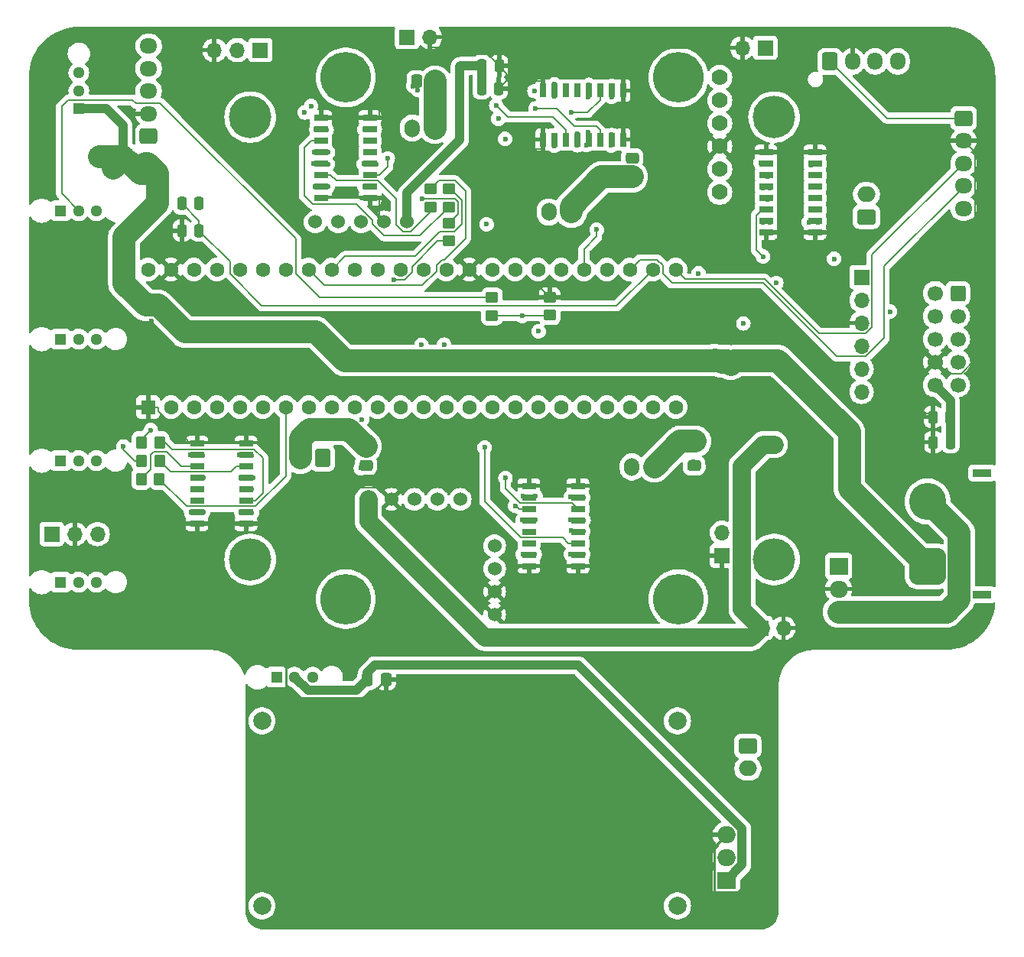
<source format=gbr>
%TF.GenerationSoftware,KiCad,Pcbnew,8.0.2*%
%TF.CreationDate,2025-02-26T22:38:59-05:00*%
%TF.ProjectId,MainPCB,4d61696e-5043-4422-9e6b-696361645f70,rev?*%
%TF.SameCoordinates,Original*%
%TF.FileFunction,Copper,L1,Top*%
%TF.FilePolarity,Positive*%
%FSLAX46Y46*%
G04 Gerber Fmt 4.6, Leading zero omitted, Abs format (unit mm)*
G04 Created by KiCad (PCBNEW 8.0.2) date 2025-02-26 22:38:59*
%MOMM*%
%LPD*%
G01*
G04 APERTURE LIST*
G04 Aperture macros list*
%AMRoundRect*
0 Rectangle with rounded corners*
0 $1 Rounding radius*
0 $2 $3 $4 $5 $6 $7 $8 $9 X,Y pos of 4 corners*
0 Add a 4 corners polygon primitive as box body*
4,1,4,$2,$3,$4,$5,$6,$7,$8,$9,$2,$3,0*
0 Add four circle primitives for the rounded corners*
1,1,$1+$1,$2,$3*
1,1,$1+$1,$4,$5*
1,1,$1+$1,$6,$7*
1,1,$1+$1,$8,$9*
0 Add four rect primitives between the rounded corners*
20,1,$1+$1,$2,$3,$4,$5,0*
20,1,$1+$1,$4,$5,$6,$7,0*
20,1,$1+$1,$6,$7,$8,$9,0*
20,1,$1+$1,$8,$9,$2,$3,0*%
G04 Aperture macros list end*
%TA.AperFunction,ComponentPad*%
%ADD10RoundRect,0.250000X0.750000X-0.600000X0.750000X0.600000X-0.750000X0.600000X-0.750000X-0.600000X0*%
%TD*%
%TA.AperFunction,ComponentPad*%
%ADD11O,2.000000X1.700000*%
%TD*%
%TA.AperFunction,ComponentPad*%
%ADD12R,1.295400X1.295400*%
%TD*%
%TA.AperFunction,ComponentPad*%
%ADD13C,1.295400*%
%TD*%
%TA.AperFunction,SMDPad,CuDef*%
%ADD14RoundRect,0.250000X-0.250000X-0.475000X0.250000X-0.475000X0.250000X0.475000X-0.250000X0.475000X0*%
%TD*%
%TA.AperFunction,ComponentPad*%
%ADD15RoundRect,0.250000X-0.725000X0.600000X-0.725000X-0.600000X0.725000X-0.600000X0.725000X0.600000X0*%
%TD*%
%TA.AperFunction,ComponentPad*%
%ADD16O,1.950000X1.700000*%
%TD*%
%TA.AperFunction,ComponentPad*%
%ADD17RoundRect,0.250000X0.725000X-0.600000X0.725000X0.600000X-0.725000X0.600000X-0.725000X-0.600000X0*%
%TD*%
%TA.AperFunction,ComponentPad*%
%ADD18R,1.700000X1.700000*%
%TD*%
%TA.AperFunction,ComponentPad*%
%ADD19O,1.700000X1.700000*%
%TD*%
%TA.AperFunction,ComponentPad*%
%ADD20C,4.700000*%
%TD*%
%TA.AperFunction,ComponentPad*%
%ADD21C,1.778000*%
%TD*%
%TA.AperFunction,ComponentPad*%
%ADD22RoundRect,0.250000X0.600000X0.750000X-0.600000X0.750000X-0.600000X-0.750000X0.600000X-0.750000X0*%
%TD*%
%TA.AperFunction,ComponentPad*%
%ADD23O,1.700000X2.000000*%
%TD*%
%TA.AperFunction,ComponentPad*%
%ADD24C,5.600000*%
%TD*%
%TA.AperFunction,ComponentPad*%
%ADD25C,1.524000*%
%TD*%
%TA.AperFunction,SMDPad,CuDef*%
%ADD26RoundRect,0.250000X0.250000X0.475000X-0.250000X0.475000X-0.250000X-0.475000X0.250000X-0.475000X0*%
%TD*%
%TA.AperFunction,SMDPad,CuDef*%
%ADD27RoundRect,0.250000X-0.450000X0.350000X-0.450000X-0.350000X0.450000X-0.350000X0.450000X0.350000X0*%
%TD*%
%TA.AperFunction,ComponentPad*%
%ADD28RoundRect,0.250000X-0.750000X0.600000X-0.750000X-0.600000X0.750000X-0.600000X0.750000X0.600000X0*%
%TD*%
%TA.AperFunction,ComponentPad*%
%ADD29R,2.000000X1.905000*%
%TD*%
%TA.AperFunction,ComponentPad*%
%ADD30O,2.000000X1.905000*%
%TD*%
%TA.AperFunction,SMDPad,CuDef*%
%ADD31RoundRect,0.250000X0.450000X-0.350000X0.450000X0.350000X-0.450000X0.350000X-0.450000X-0.350000X0*%
%TD*%
%TA.AperFunction,SMDPad,CuDef*%
%ADD32RoundRect,0.250000X-0.350000X-0.450000X0.350000X-0.450000X0.350000X0.450000X-0.350000X0.450000X0*%
%TD*%
%TA.AperFunction,ComponentPad*%
%ADD33RoundRect,0.250000X-0.600000X-0.725000X0.600000X-0.725000X0.600000X0.725000X-0.600000X0.725000X0*%
%TD*%
%TA.AperFunction,ComponentPad*%
%ADD34O,1.700000X1.950000*%
%TD*%
%TA.AperFunction,SMDPad,CuDef*%
%ADD35RoundRect,0.250000X-0.337500X-0.475000X0.337500X-0.475000X0.337500X0.475000X-0.337500X0.475000X0*%
%TD*%
%TA.AperFunction,SMDPad,CuDef*%
%ADD36RoundRect,0.250000X0.475000X-0.337500X0.475000X0.337500X-0.475000X0.337500X-0.475000X-0.337500X0*%
%TD*%
%TA.AperFunction,SMDPad,CuDef*%
%ADD37RoundRect,0.250000X0.337500X0.475000X-0.337500X0.475000X-0.337500X-0.475000X0.337500X-0.475000X0*%
%TD*%
%TA.AperFunction,ComponentPad*%
%ADD38R,2.000000X0.900000*%
%TD*%
%TA.AperFunction,ComponentPad*%
%ADD39RoundRect,1.025000X-1.025000X1.025000X-1.025000X-1.025000X1.025000X-1.025000X1.025000X1.025000X0*%
%TD*%
%TA.AperFunction,ComponentPad*%
%ADD40C,4.100000*%
%TD*%
%TA.AperFunction,SMDPad,CuDef*%
%ADD41R,1.525000X0.650000*%
%TD*%
%TA.AperFunction,SMDPad,CuDef*%
%ADD42R,0.650000X1.525000*%
%TD*%
%TA.AperFunction,ComponentPad*%
%ADD43C,2.000000*%
%TD*%
%TA.AperFunction,ComponentPad*%
%ADD44R,1.600000X1.600000*%
%TD*%
%TA.AperFunction,ComponentPad*%
%ADD45C,1.600000*%
%TD*%
%TA.AperFunction,SMDPad,CuDef*%
%ADD46RoundRect,0.250000X-0.475000X0.337500X-0.475000X-0.337500X0.475000X-0.337500X0.475000X0.337500X0*%
%TD*%
%TA.AperFunction,ComponentPad*%
%ADD47RoundRect,0.250000X0.600000X0.600000X-0.600000X0.600000X-0.600000X-0.600000X0.600000X-0.600000X0*%
%TD*%
%TA.AperFunction,ComponentPad*%
%ADD48C,1.700000*%
%TD*%
%TA.AperFunction,ViaPad*%
%ADD49C,0.600000*%
%TD*%
%TA.AperFunction,Conductor*%
%ADD50C,2.000000*%
%TD*%
%TA.AperFunction,Conductor*%
%ADD51C,0.200000*%
%TD*%
%TA.AperFunction,Conductor*%
%ADD52C,2.500000*%
%TD*%
%TA.AperFunction,Conductor*%
%ADD53C,0.250000*%
%TD*%
%TA.AperFunction,Conductor*%
%ADD54C,1.000000*%
%TD*%
G04 APERTURE END LIST*
D10*
%TO.P,M5,1,+*%
%TO.N,Net-(IC5-OUT_A_1)*%
X139224000Y-86538000D03*
D11*
%TO.P,M5,2,-*%
%TO.N,Net-(IC5-OUT_B_1)*%
X139224000Y-84038000D03*
%TD*%
D12*
%TO.P,SW1,1,A*%
%TO.N,12V*%
X52030000Y-74580000D03*
D13*
%TO.P,SW1,2,B*%
%TO.N,Net-(SW1A-B)*%
X52030000Y-72580000D03*
%TO.P,SW1,3*%
%TO.N,N/C*%
X52030000Y-70579999D03*
%TD*%
D14*
%TO.P,R22,1*%
%TO.N,GND*%
X63450000Y-88060000D03*
%TO.P,R22,2*%
%TO.N,ECHO*%
X65350000Y-88060000D03*
%TD*%
%TO.P,R21,1*%
%TO.N,ECHO*%
X63450000Y-85050000D03*
%TO.P,R21,2*%
%TO.N,Net-(J15-Pin_5)*%
X65350000Y-85050000D03*
%TD*%
D15*
%TO.P,J16,1,Pin_1*%
%TO.N,5V*%
X149980000Y-75610000D03*
D16*
%TO.P,J16,2,Pin_2*%
%TO.N,GND*%
X149980000Y-78110000D03*
%TO.P,J16,3,Pin_3*%
%TO.N,TRIG1*%
X149980000Y-80610000D03*
%TO.P,J16,4,Pin_4*%
%TO.N,TRIG2*%
X149980000Y-83110000D03*
%TO.P,J16,5,Pin_5*%
%TO.N,Net-(J15-Pin_5)*%
X149980000Y-85610000D03*
%TD*%
D17*
%TO.P,J15,1,Pin_1*%
%TO.N,5V*%
X59760000Y-77610000D03*
D16*
%TO.P,J15,2,Pin_2*%
%TO.N,GND*%
X59760000Y-75110000D03*
%TO.P,J15,3,Pin_3*%
%TO.N,TRIG3*%
X59760000Y-72610000D03*
%TO.P,J15,4,Pin_4*%
%TO.N,TRIG4*%
X59760000Y-70110000D03*
%TO.P,J15,5,Pin_5*%
%TO.N,Net-(J15-Pin_5)*%
X59760000Y-67610000D03*
%TD*%
D18*
%TO.P,J13,1,Pin_1*%
%TO.N,3.3V*%
X49030000Y-121670000D03*
D19*
%TO.P,J13,2,Pin_2*%
%TO.N,GND*%
X51570000Y-121670000D03*
%TO.P,J13,3,Pin_3*%
%TO.N,SLIDE1*%
X54110000Y-121670000D03*
%TD*%
D20*
%TO.P,H6,1*%
%TO.N,N/C*%
X129000000Y-75500000D03*
%TD*%
%TO.P,H4,1*%
%TO.N,N/C*%
X129000000Y-124500000D03*
%TD*%
%TO.P,H2,1*%
%TO.N,N/C*%
X71000000Y-75500000D03*
%TD*%
%TO.P,H1,1*%
%TO.N,N/C*%
X71000000Y-124500000D03*
%TD*%
D21*
%TO.P,U7,JP1_6,INT*%
%TO.N,unconnected-(U7A-INT-PadJP1_6)*%
X122980000Y-71110000D03*
%TO.P,U7,JP1_5,SDI/SDA*%
%TO.N,SDA2*%
X122980000Y-73650000D03*
%TO.P,U7,JP1_4,SCK/SCL*%
%TO.N,SCL2*%
X122980000Y-76190000D03*
%TO.P,U7,JP1_3,GND_JP1*%
%TO.N,GND*%
X122980000Y-78730000D03*
%TO.P,U7,JP1_2,1.8V*%
%TO.N,unconnected-(U7A-1.8V-PadJP1_2)*%
X122980000Y-81270000D03*
%TO.P,U7,JP1_1,VIN*%
%TO.N,3.3V*%
X122980000Y-83810000D03*
%TD*%
D22*
%TO.P,M3,1,+*%
%TO.N,Net-(IC3-OUT_A_1)*%
X91440000Y-76708000D03*
D23*
%TO.P,M3,2,-*%
%TO.N,Net-(IC3-OUT_B_1)*%
X88940000Y-76708000D03*
%TD*%
D12*
%TO.P,SW3,1,A*%
%TO.N,SLIDE3*%
X50000000Y-113538000D03*
D13*
%TO.P,SW3,2,B*%
%TO.N,3.3V*%
X52000000Y-113538000D03*
%TO.P,SW3,3,C*%
%TO.N,unconnected-(SW3-C-Pad3)*%
X54000001Y-113538000D03*
%TD*%
D14*
%TO.P,C8,1*%
%TO.N,3.3V*%
X96650000Y-69820000D03*
%TO.P,C8,2*%
%TO.N,GND*%
X98550000Y-69820000D03*
%TD*%
D24*
%TO.P,H5,1*%
%TO.N,N/C*%
X118416000Y-71113000D03*
%TD*%
%TO.P,H3,1*%
%TO.N,N/C*%
X81584000Y-71113000D03*
%TD*%
D25*
%TO.P,U1,1*%
%TO.N,N/C*%
X78200000Y-87110000D03*
%TO.P,U1,2*%
X80740000Y-87110000D03*
%TO.P,U1,3,IN+*%
%TO.N,12V*%
X83280000Y-87110000D03*
%TO.P,U1,4,IN-*%
%TO.N,GND*%
X85820000Y-87110000D03*
%TO.P,U1,5,OUT+*%
%TO.N,3.3V*%
X88360000Y-87110000D03*
%TD*%
D26*
%TO.P,C3,1*%
%TO.N,3.3V*%
X148524000Y-111506000D03*
%TO.P,C3,2*%
%TO.N,GND*%
X146624000Y-111506000D03*
%TD*%
D12*
%TO.P,SW4,1,A*%
%TO.N,SLIDE4*%
X50000000Y-100076000D03*
D13*
%TO.P,SW4,2,B*%
%TO.N,3.3V*%
X52000000Y-100076000D03*
%TO.P,SW4,3,C*%
%TO.N,unconnected-(SW4-C-Pad3)*%
X54000001Y-100076000D03*
%TD*%
D27*
%TO.P,R12,1*%
%TO.N,DIR3A*%
X92990000Y-83440000D03*
%TO.P,R12,2*%
%TO.N,Net-(IC3-IN_A)*%
X92990000Y-85440000D03*
%TD*%
D28*
%TO.P,J14,1,Pin_1*%
%TO.N,Net-(J14-Pin_1)*%
X126090000Y-145150000D03*
D11*
%TO.P,J14,2,Pin_2*%
%TO.N,Net-(J14-Pin_2)*%
X126090000Y-147650000D03*
%TD*%
D29*
%TO.P,U10,1,G*%
%TO.N,Net-(SW1A-B)*%
X136144000Y-125222000D03*
D30*
%TO.P,U10,2,S*%
%TO.N,GND*%
X136144000Y-127762000D03*
%TO.P,U10,3,D*%
%TO.N,Net-(J5-Pin_2)*%
X136144000Y-130302000D03*
%TD*%
D18*
%TO.P,J4,1,Pin_1*%
%TO.N,GND*%
X123220000Y-124070000D03*
D19*
%TO.P,J4,2,Pin_2*%
%TO.N,12V*%
X123220000Y-121530000D03*
%TD*%
D31*
%TO.P,R20,1*%
%TO.N,SelectionPin*%
X104150000Y-97430000D03*
%TO.P,R20,2*%
%TO.N,GND*%
X104150000Y-95430000D03*
%TD*%
D12*
%TO.P,SW5,1,A*%
%TO.N,SLIDE2*%
X50000000Y-85852000D03*
D13*
%TO.P,SW5,2,B*%
%TO.N,3.3V*%
X52000000Y-85852000D03*
%TO.P,SW5,3,C*%
%TO.N,unconnected-(SW5-C-Pad3)*%
X54000001Y-85852000D03*
%TD*%
D24*
%TO.P,H7,1*%
%TO.N,N/C*%
X81584000Y-128887000D03*
%TD*%
D32*
%TO.P,R17,1*%
%TO.N,Net-(IC4-PWM)*%
X58928000Y-115570000D03*
%TO.P,R17,2*%
%TO.N,PWM4*%
X60928000Y-115570000D03*
%TD*%
D33*
%TO.P,J2,1,Pin_1*%
%TO.N,5V*%
X135188000Y-69325000D03*
D34*
%TO.P,J2,2,Pin_2*%
%TO.N,GND*%
X137688000Y-69325000D03*
%TO.P,J2,3,Pin_3*%
%TO.N,RX2->TX*%
X140188000Y-69325000D03*
%TO.P,J2,4,Pin_4*%
%TO.N,TX2->RX*%
X142688000Y-69325000D03*
%TD*%
D35*
%TO.P,R18,1*%
%TO.N,Net-(SW6A-B)*%
X83960000Y-137760000D03*
%TO.P,R18,2*%
%TO.N,GND*%
X86035000Y-137760000D03*
%TD*%
D24*
%TO.P,H8,1*%
%TO.N,N/C*%
X118416000Y-128887000D03*
%TD*%
D36*
%TO.P,C14,1*%
%TO.N,Net-(IC4-OUT_A_1)*%
X83820000Y-114046000D03*
%TO.P,C14,2*%
%TO.N,Net-(IC4-OUT_B_1)*%
X83820000Y-111971000D03*
%TD*%
D29*
%TO.P,U6,1,G*%
%TO.N,Net-(SW6A-B)*%
X123715000Y-160060000D03*
D30*
%TO.P,U6,2,S*%
%TO.N,Net-(U3-In-)*%
X123715000Y-157520000D03*
%TO.P,U6,3,D*%
%TO.N,GND*%
X123715000Y-154980000D03*
%TD*%
D12*
%TO.P,SW6,1,A*%
%TO.N,12V*%
X73910001Y-137520000D03*
D13*
%TO.P,SW6,2,B*%
%TO.N,Net-(SW6A-B)*%
X75910001Y-137520000D03*
%TO.P,SW6,3*%
%TO.N,N/C*%
X77910002Y-137520000D03*
%TD*%
D12*
%TO.P,SW2,1,A*%
%TO.N,SLIDE1*%
X50000000Y-127000000D03*
D13*
%TO.P,SW2,2,B*%
%TO.N,3.3V*%
X52000000Y-127000000D03*
%TO.P,SW2,3,C*%
%TO.N,unconnected-(SW2-C-Pad3)*%
X54000001Y-127000000D03*
%TD*%
D31*
%TO.P,R19,1*%
%TO.N,SelectionPin*%
X97760000Y-97460000D03*
%TO.P,R19,2*%
%TO.N,3.3V*%
X97760000Y-95460000D03*
%TD*%
D18*
%TO.P,J1,1,Pin_1*%
%TO.N,unconnected-(J1-Pin_1-Pad1)*%
X138684000Y-93218000D03*
D19*
%TO.P,J1,2,Pin_2*%
%TO.N,5V*%
X138684000Y-95758000D03*
%TO.P,J1,3,Pin_3*%
%TO.N,GND*%
X138684000Y-98298000D03*
%TO.P,J1,4,Pin_4*%
%TO.N,RX7 -> TX*%
X138684000Y-100838000D03*
%TO.P,J1,5,Pin_5*%
%TO.N,TX7 -> RX*%
X138684000Y-103378000D03*
%TO.P,J1,6,Pin_6*%
%TO.N,STATE*%
X138684000Y-105918000D03*
%TD*%
D22*
%TO.P,M4,1,+*%
%TO.N,Net-(IC4-OUT_A_1)*%
X79040000Y-113270000D03*
D23*
%TO.P,M4,2,-*%
%TO.N,Net-(IC4-OUT_B_1)*%
X76540000Y-113270000D03*
%TD*%
D25*
%TO.P,U2,1*%
%TO.N,N/C*%
X98054000Y-122976000D03*
%TO.P,U2,3,IN+*%
%TO.N,12V*%
X98054000Y-125516000D03*
%TO.P,U2,4,IN-*%
%TO.N,GND*%
X98054000Y-128056000D03*
X98054000Y-130596000D03*
%TO.P,U2,5,OUT+*%
%TO.N,5V*%
X98054000Y-133136000D03*
%TD*%
D37*
%TO.P,C13,1*%
%TO.N,Net-(IC3-OUT_A_1)*%
X91487500Y-71520000D03*
%TO.P,C13,2*%
%TO.N,Net-(IC3-OUT_B_1)*%
X89412500Y-71520000D03*
%TD*%
D27*
%TO.P,R14,1*%
%TO.N,Net-(IC3-PWM)*%
X92990000Y-87218000D03*
%TO.P,R14,2*%
%TO.N,PWM3*%
X92990000Y-89218000D03*
%TD*%
D38*
%TO.P,J5,*%
%TO.N,*%
X152004000Y-114916000D03*
X152004000Y-128416000D03*
D39*
%TO.P,J5,1,Pin_1*%
%TO.N,12V*%
X146004000Y-125266000D03*
D40*
%TO.P,J5,2,Pin_2*%
%TO.N,Net-(J5-Pin_2)*%
X146004000Y-118066000D03*
%TD*%
D32*
%TO.P,R15,1*%
%TO.N,DIR4A*%
X58960000Y-111506000D03*
%TO.P,R15,2*%
%TO.N,Net-(IC4-IN_A)*%
X60960000Y-111506000D03*
%TD*%
D41*
%TO.P,IC3,1,GND_A_1*%
%TO.N,GND*%
X78822000Y-75565000D03*
%TO.P,IC3,2,OUT_A_1*%
%TO.N,Net-(IC3-OUT_A_1)*%
X78822000Y-76835000D03*
%TO.P,IC3,3,IN_A*%
%TO.N,Net-(IC3-IN_A)*%
X78822000Y-78105000D03*
%TO.P,IC3,4,VCC_1*%
%TO.N,12V*%
X78822000Y-79375000D03*
%TO.P,IC3,5,VCC_2*%
X78822000Y-80645000D03*
%TO.P,IC3,6,IN_B*%
%TO.N,Net-(IC3-IN_B)*%
X78822000Y-81915000D03*
%TO.P,IC3,7,OUT_B_1*%
%TO.N,Net-(IC3-OUT_B_1)*%
X78822000Y-83185000D03*
%TO.P,IC3,8,GND_B_1*%
%TO.N,GND*%
X78822000Y-84455000D03*
%TO.P,IC3,9,GND_B_2*%
X84246000Y-84455000D03*
%TO.P,IC3,10,OUT_B_2*%
%TO.N,Net-(IC3-OUT_B_1)*%
X84246000Y-83185000D03*
%TO.P,IC3,11,PWM*%
%TO.N,Net-(IC3-PWM)*%
X84246000Y-81915000D03*
%TO.P,IC3,12,VCC_3*%
%TO.N,12V*%
X84246000Y-80645000D03*
%TO.P,IC3,13,CS*%
%TO.N,unconnected-(IC3-CS-Pad13)*%
X84246000Y-79375000D03*
%TO.P,IC3,14,SEL_0*%
%TO.N,unconnected-(IC3-SEL_0-Pad14)*%
X84246000Y-78105000D03*
%TO.P,IC3,15,OUT_A_2*%
%TO.N,Net-(IC3-OUT_A_1)*%
X84246000Y-76835000D03*
%TO.P,IC3,16,GND_A_2*%
%TO.N,GND*%
X84246000Y-75565000D03*
%TD*%
D23*
%TO.P,M2,2,-*%
%TO.N,Net-(IC2-OUT_B_1)*%
X104050000Y-86000000D03*
D22*
%TO.P,M2,1,+*%
%TO.N,Net-(IC2-OUT_A_1)*%
X106550000Y-86000000D03*
%TD*%
D42*
%TO.P,IC2,1,GND_A_1*%
%TO.N,GND*%
X103378000Y-77978000D03*
%TO.P,IC2,2,OUT_A_1*%
%TO.N,Net-(IC2-OUT_A_1)*%
X104648000Y-77978000D03*
%TO.P,IC2,3,IN_A*%
%TO.N,Net-(IC2-IN_A)*%
X105918000Y-77978000D03*
%TO.P,IC2,4,VCC_1*%
%TO.N,12V*%
X107188000Y-77978000D03*
%TO.P,IC2,5,VCC_2*%
X108458000Y-77978000D03*
%TO.P,IC2,6,IN_B*%
%TO.N,Net-(IC2-IN_B)*%
X109728000Y-77978000D03*
%TO.P,IC2,7,OUT_B_1*%
%TO.N,Net-(IC2-OUT_B_1)*%
X110998000Y-77978000D03*
%TO.P,IC2,8,GND_B_1*%
%TO.N,GND*%
X112268000Y-77978000D03*
%TO.P,IC2,9,GND_B_2*%
X112268000Y-72554000D03*
%TO.P,IC2,10,OUT_B_2*%
%TO.N,Net-(IC2-OUT_B_1)*%
X110998000Y-72554000D03*
%TO.P,IC2,11,PWM*%
%TO.N,Net-(IC2-PWM)*%
X109728000Y-72554000D03*
%TO.P,IC2,12,VCC_3*%
%TO.N,12V*%
X108458000Y-72554000D03*
%TO.P,IC2,13,CS*%
%TO.N,unconnected-(IC2-CS-Pad13)*%
X107188000Y-72554000D03*
%TO.P,IC2,14,SEL_0*%
%TO.N,unconnected-(IC2-SEL_0-Pad14)*%
X105918000Y-72554000D03*
%TO.P,IC2,15,OUT_A_2*%
%TO.N,Net-(IC2-OUT_A_1)*%
X104648000Y-72554000D03*
%TO.P,IC2,16,GND_A_2*%
%TO.N,GND*%
X103378000Y-72554000D03*
%TD*%
D26*
%TO.P,C4,1*%
%TO.N,3.3V*%
X148458000Y-108712000D03*
%TO.P,C4,2*%
%TO.N,GND*%
X146558000Y-108712000D03*
%TD*%
D43*
%TO.P,U3,1,In+*%
%TO.N,12V*%
X72310000Y-142370000D03*
%TO.P,U3,2,In-*%
%TO.N,Net-(U3-In-)*%
X72310000Y-162870000D03*
%TO.P,U3,3,Out+*%
%TO.N,Net-(J14-Pin_1)*%
X118310000Y-142370000D03*
%TO.P,U3,4,Out-*%
%TO.N,Net-(J14-Pin_2)*%
X118310000Y-162870000D03*
%TD*%
D41*
%TO.P,IC1,1,GND_A_1*%
%TO.N,GND*%
X107278000Y-125222000D03*
%TO.P,IC1,2,OUT_A_1*%
%TO.N,Net-(IC1-OUT_A_1)*%
X107278000Y-123952000D03*
%TO.P,IC1,3,IN_A*%
%TO.N,Net-(IC1-IN_A)*%
X107278000Y-122682000D03*
%TO.P,IC1,4,VCC_1*%
%TO.N,12V*%
X107278000Y-121412000D03*
%TO.P,IC1,5,VCC_2*%
X107278000Y-120142000D03*
%TO.P,IC1,6,IN_B*%
%TO.N,Net-(IC1-IN_B)*%
X107278000Y-118872000D03*
%TO.P,IC1,7,OUT_B_1*%
%TO.N,Net-(IC1-OUT_B_1)*%
X107278000Y-117602000D03*
%TO.P,IC1,8,GND_B_1*%
%TO.N,GND*%
X107278000Y-116332000D03*
%TO.P,IC1,9,GND_B_2*%
X101854000Y-116332000D03*
%TO.P,IC1,10,OUT_B_2*%
%TO.N,Net-(IC1-OUT_B_1)*%
X101854000Y-117602000D03*
%TO.P,IC1,11,PWM*%
%TO.N,Net-(IC1-PWM)*%
X101854000Y-118872000D03*
%TO.P,IC1,12,VCC_3*%
%TO.N,12V*%
X101854000Y-120142000D03*
%TO.P,IC1,13,CS*%
%TO.N,unconnected-(IC1-CS-Pad13)*%
X101854000Y-121412000D03*
%TO.P,IC1,14,SEL_0*%
%TO.N,unconnected-(IC1-SEL_0-Pad14)*%
X101854000Y-122682000D03*
%TO.P,IC1,15,OUT_A_2*%
%TO.N,Net-(IC1-OUT_A_1)*%
X101854000Y-123952000D03*
%TO.P,IC1,16,GND_A_2*%
%TO.N,GND*%
X101854000Y-125222000D03*
%TD*%
D22*
%TO.P,M1,1,+*%
%TO.N,Net-(IC1-OUT_A_1)*%
X115750000Y-114235000D03*
D23*
%TO.P,M1,2,-*%
%TO.N,Net-(IC1-OUT_B_1)*%
X113250000Y-114235000D03*
%TD*%
D44*
%TO.P,U12,1,GND*%
%TO.N,GND*%
X59690000Y-107620000D03*
D45*
%TO.P,U12,2,0_RX1_CRX2_CS1*%
%TO.N,LEDPulse*%
X62230000Y-107620000D03*
%TO.P,U12,3,1_TX1_CTX2_MISO1*%
%TO.N,ESC_PWM*%
X64770000Y-107620000D03*
%TO.P,U12,4,2_OUT2*%
%TO.N,PWM1*%
X67310000Y-107620000D03*
%TO.P,U12,5,3_LRCLK2*%
%TO.N,PWM2*%
X69850000Y-107620000D03*
%TO.P,U12,6,4_BCLK2*%
%TO.N,PWM3*%
X72390000Y-107620000D03*
%TO.P,U12,7,5_IN2*%
%TO.N,PWM4*%
X74930000Y-107620000D03*
%TO.P,U12,8,6_OUT1D*%
%TO.N,PWM5*%
X77470000Y-107620000D03*
%TO.P,U12,9,7_RX2_OUT1A*%
%TO.N,RX2->TX*%
X80010000Y-107620000D03*
%TO.P,U12,10,8_TX2_IN1*%
%TO.N,TX2->RX*%
X82550000Y-107620000D03*
%TO.P,U12,11,9_OUT1C*%
%TO.N,DIR4A*%
X85090000Y-107620000D03*
%TO.P,U12,12,10_CS_MQSR*%
%TO.N,DIR4B*%
X87630000Y-107620000D03*
%TO.P,U12,13,11_MOSI_CTX1*%
%TO.N,MOSI*%
X90170000Y-107620000D03*
%TO.P,U12,14,12_MISO_MQSL*%
%TO.N,MISO*%
X92710000Y-107620000D03*
%TO.P,U12,15,3V3*%
%TO.N,unconnected-(U12-3V3-Pad15)*%
X95250000Y-107620000D03*
%TO.P,U12,16,24_A10_TX6_SCL2*%
%TO.N,SCL2*%
X97790000Y-107620000D03*
%TO.P,U12,17,25_A11_RX6_SDA2*%
%TO.N,SDA2*%
X100330000Y-107620000D03*
%TO.P,U12,18,26_A12_MOSI1*%
%TO.N,SelectionPin*%
X102870000Y-107620000D03*
%TO.P,U12,19,27_A13_SCK1*%
%TO.N,unconnected-(U12-27_A13_SCK1-Pad19)*%
X105410000Y-107620000D03*
%TO.P,U12,20,28_RX7*%
%TO.N,RX7 -> TX*%
X107950000Y-107620000D03*
%TO.P,U12,21,29_TX7*%
%TO.N,TX7 -> RX*%
X110490000Y-107620000D03*
%TO.P,U12,22,30_CRX3*%
%TO.N,Kicker*%
X113030000Y-107620000D03*
%TO.P,U12,23,31_CTX3*%
%TO.N,SLIDE1*%
X115570000Y-107620000D03*
%TO.P,U12,24,32_OUT1B*%
%TO.N,unconnected-(U12-32_OUT1B-Pad24)*%
X118110000Y-107620000D03*
%TO.P,U12,25,33_MCLK2*%
%TO.N,TRIG1*%
X118110000Y-92380000D03*
%TO.P,U12,26,34_RX8*%
%TO.N,ECHO*%
X115570000Y-92380000D03*
%TO.P,U12,27,35_TX8*%
%TO.N,TRIG2*%
X113030000Y-92380000D03*
%TO.P,U12,28,36_CS*%
%TO.N,SLIDE2*%
X110490000Y-92380000D03*
%TO.P,U12,29,37_CS*%
%TO.N,TRIG3*%
X107950000Y-92380000D03*
%TO.P,U12,30,38_CS1_IN1*%
%TO.N,SLIDE3*%
X105410000Y-92380000D03*
%TO.P,U12,31,39_MISO1_OUT1A*%
%TO.N,TRIG4*%
X102870000Y-92380000D03*
%TO.P,U12,32,40_A16*%
%TO.N,SLIDE4*%
X100330000Y-92380000D03*
%TO.P,U12,33,41_A17*%
%TO.N,LightGate*%
X97790000Y-92380000D03*
%TO.P,U12,34,GND*%
%TO.N,GND*%
X95250000Y-92380000D03*
%TO.P,U12,35,13_SCK_LED*%
%TO.N,SCK1*%
X92710000Y-92380000D03*
%TO.P,U12,36,14_A0_TX3_SPDIF_OUT*%
%TO.N,CS1*%
X90170000Y-92380000D03*
%TO.P,U12,37,15_A1_RX3_SPDIF_IN*%
%TO.N,CS2*%
X87630000Y-92380000D03*
%TO.P,U12,38,16_A2_RX4_SCL1*%
%TO.N,CS3*%
X85090000Y-92380000D03*
%TO.P,U12,39,17_A3_TX4_SDA1*%
%TO.N,STATE*%
X82550000Y-92380000D03*
%TO.P,U12,40,18_A4_SDA*%
%TO.N,DIR3A*%
X80010000Y-92380000D03*
%TO.P,U12,41,19_A5_SCL*%
%TO.N,DIR3B*%
X77470000Y-92380000D03*
%TO.P,U12,42,20_A6_TX5_LRCLK1*%
%TO.N,DIR2A*%
X74930000Y-92380000D03*
%TO.P,U12,43,21_A7_RX5_BCLK1*%
%TO.N,DIR2B*%
X72390000Y-92380000D03*
%TO.P,U12,44,22_A8_CTX1*%
%TO.N,DIR1A*%
X69850000Y-92380000D03*
%TO.P,U12,45,23_A9_CRX1_MCLK1*%
%TO.N,DIR1B*%
X67310000Y-92380000D03*
%TO.P,U12,46,3V3*%
%TO.N,unconnected-(U12-3V3-Pad46)*%
X64770000Y-92380000D03*
%TO.P,U12,47,GND*%
%TO.N,GND*%
X62230000Y-92380000D03*
%TO.P,U12,48,VIN*%
%TO.N,5V*%
X59690000Y-92380000D03*
%TD*%
D14*
%TO.P,C7,1*%
%TO.N,3.3V*%
X96620000Y-72310000D03*
%TO.P,C7,2*%
%TO.N,GND*%
X98520000Y-72310000D03*
%TD*%
D41*
%TO.P,IC4,1,GND_A_1*%
%TO.N,GND*%
X70530000Y-120523000D03*
%TO.P,IC4,2,OUT_A_1*%
%TO.N,Net-(IC4-OUT_A_1)*%
X70530000Y-119253000D03*
%TO.P,IC4,3,IN_A*%
%TO.N,Net-(IC4-IN_A)*%
X70530000Y-117983000D03*
%TO.P,IC4,4,VCC_1*%
%TO.N,12V*%
X70530000Y-116713000D03*
%TO.P,IC4,5,VCC_2*%
X70530000Y-115443000D03*
%TO.P,IC4,6,IN_B*%
%TO.N,Net-(IC4-IN_B)*%
X70530000Y-114173000D03*
%TO.P,IC4,7,OUT_B_1*%
%TO.N,Net-(IC4-OUT_B_1)*%
X70530000Y-112903000D03*
%TO.P,IC4,8,GND_B_1*%
%TO.N,GND*%
X70530000Y-111633000D03*
%TO.P,IC4,9,GND_B_2*%
X65106000Y-111633000D03*
%TO.P,IC4,10,OUT_B_2*%
%TO.N,Net-(IC4-OUT_B_1)*%
X65106000Y-112903000D03*
%TO.P,IC4,11,PWM*%
%TO.N,Net-(IC4-PWM)*%
X65106000Y-114173000D03*
%TO.P,IC4,12,VCC_3*%
%TO.N,12V*%
X65106000Y-115443000D03*
%TO.P,IC4,13,CS*%
%TO.N,unconnected-(IC4-CS-Pad13)*%
X65106000Y-116713000D03*
%TO.P,IC4,14,SEL_0*%
%TO.N,unconnected-(IC4-SEL_0-Pad14)*%
X65106000Y-117983000D03*
%TO.P,IC4,15,OUT_A_2*%
%TO.N,Net-(IC4-OUT_A_1)*%
X65106000Y-119253000D03*
%TO.P,IC4,16,GND_A_2*%
%TO.N,GND*%
X65106000Y-120523000D03*
%TD*%
D46*
%TO.P,C11,1*%
%TO.N,Net-(IC1-OUT_A_1)*%
X120142000Y-111992500D03*
%TO.P,C11,2*%
%TO.N,Net-(IC1-OUT_B_1)*%
X120142000Y-114067500D03*
%TD*%
D18*
%TO.P,J9,1,Pin_1*%
%TO.N,5V*%
X127503000Y-132080000D03*
D19*
%TO.P,J9,2,Pin_2*%
%TO.N,GND*%
X130043000Y-132080000D03*
%TD*%
D18*
%TO.P,J8,1,Pin_1*%
%TO.N,5V*%
X88375000Y-66630000D03*
D19*
%TO.P,J8,2,Pin_2*%
%TO.N,GND*%
X90915000Y-66630000D03*
%TD*%
D25*
%TO.P,U4,1*%
%TO.N,N/C*%
X94244000Y-117846000D03*
%TO.P,U4,2*%
X91704000Y-117846000D03*
%TO.P,U4,3,IN+*%
%TO.N,12V*%
X89164000Y-117846000D03*
%TO.P,U4,4,OUT-*%
%TO.N,GND*%
X86624000Y-117846000D03*
%TO.P,U4,5,OUT+*%
%TO.N,5V*%
X84084000Y-117846000D03*
%TD*%
D27*
%TO.P,R13,1*%
%TO.N,DIR3B*%
X90958000Y-83440000D03*
%TO.P,R13,2*%
%TO.N,Net-(IC3-IN_B)*%
X90958000Y-85440000D03*
%TD*%
D32*
%TO.P,R16,1*%
%TO.N,DIR4B*%
X58960000Y-113538000D03*
%TO.P,R16,2*%
%TO.N,Net-(IC4-IN_B)*%
X60960000Y-113538000D03*
%TD*%
D36*
%TO.P,C12,1*%
%TO.N,Net-(IC2-OUT_A_1)*%
X113300000Y-82117500D03*
%TO.P,C12,2*%
%TO.N,Net-(IC2-OUT_B_1)*%
X113300000Y-80042500D03*
%TD*%
D18*
%TO.P,J11,1,Pin_1*%
%TO.N,3.3V*%
X72121000Y-68072000D03*
D19*
%TO.P,J11,2,Pin_2*%
%TO.N,LightGate*%
X69581000Y-68072000D03*
%TO.P,J11,3,Pin_3*%
%TO.N,GND*%
X67041000Y-68072000D03*
%TD*%
D18*
%TO.P,J10,1,Pin_1*%
%TO.N,3.3V*%
X128021000Y-67818000D03*
D19*
%TO.P,J10,2,Pin_2*%
%TO.N,GND*%
X125481000Y-67818000D03*
%TD*%
D47*
%TO.P,J6,1,Pin_1*%
%TO.N,CS1*%
X149352000Y-94996000D03*
D48*
%TO.P,J6,2,Pin_2*%
%TO.N,SCK1*%
X146812000Y-94996000D03*
%TO.P,J6,3,Pin_3*%
%TO.N,CS2*%
X149352000Y-97536000D03*
%TO.P,J6,4,Pin_4*%
%TO.N,MISO*%
X146812000Y-97536000D03*
%TO.P,J6,5,Pin_5*%
%TO.N,CS3*%
X149352000Y-100076000D03*
%TO.P,J6,6,Pin_6*%
%TO.N,MOSI*%
X146812000Y-100076000D03*
%TO.P,J6,7,Pin_7*%
%TO.N,12V*%
X149352000Y-102616000D03*
%TO.P,J6,8,Pin_8*%
%TO.N,GND*%
X146812000Y-102616000D03*
%TO.P,J6,9,Pin_9*%
%TO.N,Kicker*%
X149352000Y-105156000D03*
%TO.P,J6,10,Pin_10*%
%TO.N,3.3V*%
X146812000Y-105156000D03*
%TD*%
D41*
%TO.P,IC5,1,GND_A_1*%
%TO.N,GND*%
X128098000Y-79375000D03*
%TO.P,IC5,2,OUT_A_1*%
%TO.N,Net-(IC5-OUT_A_1)*%
X128098000Y-80645000D03*
%TO.P,IC5,3,IN_A*%
%TO.N,Net-(IC5-IN_A)*%
X128098000Y-81915000D03*
%TO.P,IC5,4,VCC_1*%
%TO.N,12V*%
X128098000Y-83185000D03*
%TO.P,IC5,5,VCC_2*%
X128098000Y-84455000D03*
%TO.P,IC5,6,IN_B*%
%TO.N,Net-(IC5-IN_B)*%
X128098000Y-85725000D03*
%TO.P,IC5,7,OUT_B_1*%
%TO.N,Net-(IC5-OUT_B_1)*%
X128098000Y-86995000D03*
%TO.P,IC5,8,GND_B_1*%
%TO.N,GND*%
X128098000Y-88265000D03*
%TO.P,IC5,9,GND_B_2*%
X133522000Y-88265000D03*
%TO.P,IC5,10,OUT_B_2*%
%TO.N,Net-(IC5-OUT_B_1)*%
X133522000Y-86995000D03*
%TO.P,IC5,11,PWM*%
%TO.N,Net-(IC5-PWM)*%
X133522000Y-85725000D03*
%TO.P,IC5,12,VCC_3*%
%TO.N,12V*%
X133522000Y-84455000D03*
%TO.P,IC5,13,CS*%
%TO.N,unconnected-(IC5-CS-Pad13)*%
X133522000Y-83185000D03*
%TO.P,IC5,14,SEL_0*%
%TO.N,unconnected-(IC5-SEL_0-Pad14)*%
X133522000Y-81915000D03*
%TO.P,IC5,15,OUT_A_2*%
%TO.N,Net-(IC5-OUT_A_1)*%
X133522000Y-80645000D03*
%TO.P,IC5,16,GND_A_2*%
%TO.N,GND*%
X133522000Y-79375000D03*
%TD*%
D49*
%TO.N,5V*%
X129032000Y-111760000D03*
%TO.N,GND*%
X129286000Y-108068300D03*
%TO.N,Net-(IC5-IN_B)*%
X127778000Y-90932000D03*
%TO.N,PWM5*%
X135636000Y-91186000D03*
%TO.N,Net-(IC5-PWM)*%
X133350000Y-85598000D03*
%TO.N,Net-(IC5-IN_A)*%
X128270000Y-82042000D03*
%TO.N,12V*%
X122428000Y-102362000D03*
X124206000Y-102870000D03*
X123190000Y-102616000D03*
X123952000Y-101600000D03*
X122936000Y-101854000D03*
X133858000Y-84328000D03*
X133096000Y-84328000D03*
X128270000Y-84582000D03*
X127762000Y-84328000D03*
X128524000Y-83312000D03*
X127762000Y-83312000D03*
%TO.N,Net-(IC5-OUT_B_1)*%
X133858000Y-87122000D03*
X132842000Y-87122000D03*
X128524000Y-87122000D03*
X127762000Y-87122000D03*
%TO.N,Net-(IC5-OUT_A_1)*%
X133858000Y-80518000D03*
X133096000Y-80772000D03*
X128270000Y-80518000D03*
X127508000Y-80518000D03*
%TO.N,TRIG3*%
X109360000Y-87963631D03*
%TO.N,Net-(J15-Pin_5)*%
X65250000Y-85160000D03*
%TO.N,GND*%
X145547000Y-108358200D03*
X60076000Y-98086300D03*
%TO.N,3.3V*%
X94200000Y-69890000D03*
%TO.N,STATE*%
X125597800Y-98341900D03*
%TO.N,RX2->TX*%
X102925800Y-99220900D03*
%TO.N,12V*%
X70020000Y-116720000D03*
X70600000Y-116740000D03*
X107188000Y-120142000D03*
X78790000Y-80610000D03*
X83580000Y-80680000D03*
X54310000Y-79580000D03*
X108240000Y-78600000D03*
X79580000Y-80690000D03*
X101160000Y-120130000D03*
X107900000Y-120140000D03*
X78880000Y-79380000D03*
X107210000Y-78610000D03*
X108480000Y-71920000D03*
X106540000Y-121270000D03*
X59390000Y-80630000D03*
X69960000Y-115430000D03*
X107210000Y-77960000D03*
X65830000Y-115480000D03*
X106480000Y-120130000D03*
X55440000Y-79670000D03*
X55910000Y-80870000D03*
X79620000Y-79370000D03*
X71290000Y-115410000D03*
X64650000Y-115430000D03*
X101854000Y-120142000D03*
X108440000Y-72610000D03*
X84290000Y-80680000D03*
X56350000Y-79340000D03*
X78080000Y-79390000D03*
X108450000Y-73270000D03*
X107890000Y-121340000D03*
X108410000Y-77200000D03*
X107220000Y-77320000D03*
X108480000Y-77990000D03*
X57500000Y-80370000D03*
X102540000Y-120130000D03*
X65270000Y-115470000D03*
X56970000Y-79840000D03*
X107188000Y-121412000D03*
X71180000Y-116750000D03*
X70650000Y-115450000D03*
X78020000Y-80680000D03*
X84960000Y-80710000D03*
%TO.N,CS1*%
X129245400Y-93865800D03*
%TO.N,CS3*%
X141828100Y-97028000D03*
%TO.N,LightGate*%
X97167706Y-87363631D03*
%TO.N,Net-(SW1A-B)*%
X120640300Y-92791200D03*
%TO.N,DIR1A*%
X89954900Y-100711100D03*
%TO.N,DIR1B*%
X92459800Y-100701800D03*
%TO.N,PWM1*%
X83375300Y-108985400D03*
%TO.N,DIR2B*%
X98473300Y-75678700D03*
X77031900Y-74968100D03*
%TO.N,DIR2A*%
X102468800Y-72612700D03*
X77727300Y-74269700D03*
%TO.N,PWM3*%
X86918000Y-93529400D03*
%TO.N,DIR4B*%
X56970000Y-111970000D03*
%TO.N,DIR4A*%
X59986000Y-110162800D03*
%TO.N,SelectionPin*%
X101110000Y-97510000D03*
%TO.N,Net-(IC1-OUT_A_1)*%
X101170000Y-123930000D03*
X102500000Y-123920000D03*
X101854000Y-123952000D03*
X107890000Y-123910000D03*
X106490000Y-123920000D03*
X107240000Y-123920000D03*
%TO.N,Net-(IC1-OUT_B_1)*%
X107210000Y-117570000D03*
X120650000Y-114270000D03*
X106500000Y-117560000D03*
X101240000Y-117480000D03*
X120070000Y-113630000D03*
X101950000Y-117600000D03*
X102590000Y-117470000D03*
X119710000Y-114320000D03*
X107880000Y-117620000D03*
%TO.N,Net-(IC2-OUT_B_1)*%
X110980000Y-78650000D03*
X112880000Y-79740000D03*
X111020000Y-77460000D03*
X111020000Y-72040000D03*
X111000000Y-72640000D03*
X113650000Y-79740000D03*
X111080000Y-78100000D03*
X113190000Y-80320000D03*
X111010000Y-73240000D03*
%TO.N,Net-(IC2-OUT_A_1)*%
X104700000Y-77500000D03*
X104650000Y-73230000D03*
X104660000Y-78680000D03*
X104650000Y-72510000D03*
X104690000Y-71840000D03*
X104700000Y-78080000D03*
%TO.N,Net-(IC3-OUT_A_1)*%
X78300000Y-76840000D03*
X78890000Y-76850000D03*
X83650000Y-76870000D03*
X84800000Y-76860000D03*
X79460000Y-76890000D03*
X84210000Y-76840000D03*
%TO.N,Net-(IC3-OUT_B_1)*%
X78890000Y-83190000D03*
X84810000Y-83210000D03*
X79600000Y-83170000D03*
X78210000Y-83190000D03*
X89412500Y-71520000D03*
X83650000Y-83190000D03*
X89030000Y-72050000D03*
X89570000Y-72480000D03*
X84210000Y-83230000D03*
%TO.N,Net-(IC4-OUT_A_1)*%
X65110000Y-119270000D03*
X83250000Y-114380000D03*
X71190000Y-119300000D03*
X65780000Y-119260000D03*
X70590000Y-119330000D03*
X69980000Y-119270000D03*
X83440000Y-113720000D03*
X83910000Y-114290000D03*
X84190000Y-113770000D03*
X64450000Y-119270000D03*
%TO.N,Net-(IC4-OUT_B_1)*%
X69820000Y-112940000D03*
X71130000Y-112950000D03*
X65090000Y-112950000D03*
X64420000Y-112930000D03*
X65750000Y-112950000D03*
X70480000Y-112910000D03*
%TO.N,Net-(IC1-PWM)*%
X100339000Y-118565300D03*
%TO.N,Net-(IC1-IN_A)*%
X96947000Y-112094300D03*
%TO.N,Net-(IC1-IN_B)*%
X99258900Y-115478900D03*
%TO.N,Net-(IC2-IN_A)*%
X98235600Y-74177800D03*
%TO.N,Net-(IC2-IN_B)*%
X102598500Y-74529900D03*
%TO.N,Net-(IC2-PWM)*%
X106511700Y-74982800D03*
X99224100Y-77912200D03*
%TO.N,Net-(IC3-PWM)*%
X90018900Y-84511600D03*
X86244600Y-80066500D03*
%TD*%
D50*
%TO.N,5V*%
X125450000Y-114140000D02*
X125450000Y-130027000D01*
X125450000Y-130027000D02*
X127503000Y-132080000D01*
X129032000Y-111760000D02*
X127830000Y-111760000D01*
X127830000Y-111760000D02*
X125450000Y-114140000D01*
D51*
%TO.N,Net-(IC5-IN_B)*%
X127778000Y-90932000D02*
X127035500Y-90189500D01*
X127035500Y-90189500D02*
X127035500Y-86370000D01*
X127035500Y-86370000D02*
X127680500Y-85725000D01*
X127680500Y-85725000D02*
X128098000Y-85725000D01*
D52*
%TO.N,12V*%
X122536000Y-102470000D02*
X123044000Y-102470000D01*
X122428000Y-102362000D02*
X122536000Y-102470000D01*
X122320000Y-102470000D02*
X122428000Y-102362000D01*
X124606000Y-102470000D02*
X125270000Y-102470000D01*
X124206000Y-102870000D02*
X124606000Y-102470000D01*
X123806000Y-102470000D02*
X124206000Y-102870000D01*
X123336000Y-102470000D02*
X123806000Y-102470000D01*
X123190000Y-102616000D02*
X123336000Y-102470000D01*
X123044000Y-102470000D02*
X123190000Y-102616000D01*
D51*
%TO.N,GND*%
X133522000Y-88265000D02*
X128098000Y-88265000D01*
X133522000Y-79375000D02*
X128098000Y-79375000D01*
%TO.N,Net-(IC5-IN_B)*%
X128535500Y-85725000D02*
X128098000Y-85725000D01*
%TO.N,TRIG2*%
X149980000Y-83110000D02*
X149980000Y-83235000D01*
X149980000Y-83235000D02*
X141195000Y-92020000D01*
X141195000Y-99953346D02*
X139160346Y-101988000D01*
X135953385Y-101988000D02*
X127835385Y-93870000D01*
X116025635Y-91280000D02*
X114130000Y-91280000D01*
X141195000Y-92020000D02*
X141195000Y-99953346D01*
X139160346Y-101988000D02*
X135953385Y-101988000D01*
X127835385Y-93870000D02*
X117704365Y-93870000D01*
X117704365Y-93870000D02*
X116670000Y-92835635D01*
X116670000Y-92835635D02*
X116670000Y-91924365D01*
X116670000Y-91924365D02*
X116025635Y-91280000D01*
X114130000Y-91280000D02*
X113030000Y-92380000D01*
%TO.N,TRIG1*%
X149980000Y-80610000D02*
X139834000Y-90756000D01*
X139834000Y-90756000D02*
X139834000Y-98774346D01*
X139834000Y-98774346D02*
X139160346Y-99448000D01*
X139160346Y-99448000D02*
X133979071Y-99448000D01*
X133979071Y-99448000D02*
X127971071Y-93440000D01*
X119170000Y-93440000D02*
X118110000Y-92380000D01*
X127971071Y-93440000D02*
X119170000Y-93440000D01*
%TO.N,GND*%
X149980000Y-78110000D02*
X151255000Y-79385000D01*
X151255000Y-79385000D02*
X151255000Y-102339346D01*
X151255000Y-102339346D02*
X149694346Y-103900000D01*
X149694346Y-103900000D02*
X148096000Y-103900000D01*
X148096000Y-103900000D02*
X146812000Y-102616000D01*
%TO.N,5V*%
X149980000Y-75610000D02*
X141473000Y-75610000D01*
X141473000Y-75610000D02*
X135188000Y-69325000D01*
%TO.N,TRIG3*%
X109360000Y-87963631D02*
X109360000Y-88700000D01*
X109360000Y-88700000D02*
X107950000Y-90110000D01*
X107950000Y-90110000D02*
X107950000Y-92380000D01*
%TO.N,ECHO*%
X65350000Y-88060000D02*
X68750000Y-91460000D01*
X68750000Y-91460000D02*
X68750000Y-92835635D01*
X68750000Y-92835635D02*
X72294365Y-96380000D01*
X72294365Y-96380000D02*
X111570000Y-96380000D01*
X111570000Y-96380000D02*
X115570000Y-92380000D01*
D52*
%TO.N,12V*%
X60750000Y-81710000D02*
X60750000Y-85060000D01*
X60750000Y-85060000D02*
X57020000Y-88790000D01*
X57020000Y-88790000D02*
X57020000Y-93900000D01*
X57020000Y-93900000D02*
X59456300Y-96336300D01*
X59456300Y-96336300D02*
X60800874Y-96336300D01*
X60800874Y-96336300D02*
X63774574Y-99310000D01*
X63774574Y-99310000D02*
X78300000Y-99310000D01*
X78300000Y-99310000D02*
X81460000Y-102470000D01*
X81460000Y-102470000D02*
X122320000Y-102470000D01*
D51*
%TO.N,ECHO*%
X65350000Y-88060000D02*
X65350000Y-86950000D01*
X65350000Y-86950000D02*
X63450000Y-85050000D01*
%TO.N,GND*%
X63450000Y-88060000D02*
X63450000Y-91160000D01*
X63450000Y-91160000D02*
X62230000Y-92380000D01*
D52*
%TO.N,12V*%
X57500000Y-80370000D02*
X58840000Y-81710000D01*
X58840000Y-81710000D02*
X60750000Y-81710000D01*
X59390000Y-80630000D02*
X59670000Y-80630000D01*
X59670000Y-80630000D02*
X60750000Y-81710000D01*
D51*
%TO.N,3.3V*%
X76030000Y-88971231D02*
X61519384Y-74460616D01*
X57950000Y-73580000D02*
X50840000Y-73580000D01*
X61519384Y-74460616D02*
X61018768Y-73960000D01*
X61018768Y-73960000D02*
X58330000Y-73960000D01*
X58330000Y-73960000D02*
X57950000Y-73580000D01*
X97760000Y-95460000D02*
X78654365Y-95460000D01*
X78654365Y-95460000D02*
X76030000Y-92835635D01*
X76030000Y-92835635D02*
X76030000Y-88971231D01*
X50840000Y-73580000D02*
X50120000Y-74300000D01*
X50120000Y-74300000D02*
X50120000Y-83972000D01*
X50120000Y-83972000D02*
X52000000Y-85852000D01*
D52*
%TO.N,Net-(IC2-OUT_A_1)*%
X106550000Y-86000000D02*
X106550000Y-85430000D01*
X106550000Y-85430000D02*
X109862500Y-82117500D01*
X109862500Y-82117500D02*
X113300000Y-82117500D01*
%TO.N,Net-(IC3-OUT_A_1)*%
X91440000Y-76708000D02*
X91440000Y-73740000D01*
X91440000Y-73740000D02*
X91487500Y-73692500D01*
X91487500Y-73692500D02*
X91487500Y-71520000D01*
D51*
%TO.N,GND*%
X112268000Y-77978000D02*
X122228000Y-77978000D01*
X122228000Y-77978000D02*
X122980000Y-78730000D01*
X107278000Y-125222000D02*
X108458000Y-125222000D01*
X100789800Y-125320200D02*
X98054000Y-128056000D01*
X97142200Y-79042200D02*
X103378000Y-79042200D01*
X108458000Y-125222000D02*
X109040000Y-124640000D01*
X104150000Y-95430000D02*
X102700000Y-93980000D01*
X96850000Y-93980000D02*
X95250000Y-92380000D01*
X123220000Y-124070000D02*
X109050000Y-124070000D01*
X98520000Y-72310000D02*
X99340200Y-71489800D01*
X145547000Y-108358200D02*
X146204200Y-108358200D01*
X146624000Y-108778000D02*
X146624000Y-111506000D01*
X109040000Y-124640000D02*
X109040000Y-116332000D01*
D53*
X72443000Y-120523000D02*
X70530000Y-120523000D01*
X74937301Y-138347301D02*
X74937301Y-123017301D01*
D51*
X59690000Y-107620000D02*
X60791700Y-107620000D01*
X64041800Y-111291900D02*
X60791700Y-108041800D01*
X90915000Y-66630000D02*
X90915000Y-67781700D01*
X84246000Y-75565000D02*
X85310200Y-75565000D01*
X101854000Y-125222000D02*
X107278000Y-125222000D01*
D53*
X86035000Y-137760000D02*
X83970000Y-139825000D01*
D51*
X104067800Y-70800000D02*
X111578200Y-70800000D01*
X84246000Y-84455000D02*
X83181800Y-84455000D01*
X101854000Y-116332000D02*
X107278000Y-116332000D01*
X111578200Y-70800000D02*
X112268000Y-71489800D01*
X101854000Y-125222000D02*
X100789800Y-125222000D01*
X99340200Y-71489800D02*
X99340200Y-70610200D01*
X98550000Y-69820000D02*
X96511700Y-67781700D01*
D53*
X122390000Y-156305000D02*
X122390000Y-161337500D01*
X130043000Y-134847000D02*
X130043000Y-132080000D01*
D51*
X99340200Y-71489800D02*
X103378000Y-71489800D01*
X100789800Y-125222000D02*
X100789800Y-125320200D01*
X115939800Y-67818000D02*
X112268000Y-71489800D01*
X109050000Y-124070000D02*
X109040000Y-124080000D01*
X103378000Y-77978000D02*
X103378000Y-79042200D01*
X85322300Y-116544300D02*
X77721200Y-116544300D01*
X102700000Y-93980000D02*
X96850000Y-93980000D01*
X77721200Y-116544300D02*
X73742500Y-120523000D01*
X85310200Y-84455000D02*
X85310200Y-86600200D01*
X60791700Y-108041800D02*
X60791700Y-107620000D01*
X85310200Y-73386500D02*
X90915000Y-67781700D01*
X70530000Y-120523000D02*
X65106000Y-120523000D01*
X125481000Y-67818000D02*
X115939800Y-67818000D01*
X96511700Y-67781700D02*
X90915000Y-67781700D01*
X112268000Y-72554000D02*
X112268000Y-71489800D01*
X146204200Y-108358200D02*
X146558000Y-108712000D01*
X65106000Y-111633000D02*
X70530000Y-111633000D01*
D53*
X122390000Y-161337500D02*
X125040000Y-161337500D01*
X123715000Y-154980000D02*
X122390000Y-156305000D01*
D51*
X103378000Y-71489800D02*
X104067800Y-70800000D01*
D53*
X83970000Y-139825000D02*
X76415000Y-139825000D01*
D51*
X146558000Y-108712000D02*
X146624000Y-108778000D01*
X86624000Y-117846000D02*
X85322300Y-116544300D01*
X112268000Y-72554000D02*
X112268000Y-77978000D01*
X64041800Y-111633000D02*
X64041800Y-111291900D01*
D53*
X127950000Y-158427500D02*
X127950000Y-136940000D01*
D51*
X109040000Y-116332000D02*
X107278000Y-116332000D01*
D53*
X125040000Y-161337500D02*
X127950000Y-158427500D01*
X127950000Y-136940000D02*
X130043000Y-134847000D01*
D51*
X83181800Y-84455000D02*
X78822000Y-84455000D01*
X103378000Y-72554000D02*
X103378000Y-71489800D01*
X65106000Y-111633000D02*
X64041800Y-111633000D01*
X84246000Y-84455000D02*
X85310200Y-84455000D01*
D53*
X74937301Y-123017301D02*
X72443000Y-120523000D01*
D51*
X85310200Y-75565000D02*
X85310200Y-73386500D01*
X73742500Y-120523000D02*
X70530000Y-120523000D01*
X96942000Y-78842000D02*
X97142200Y-79042200D01*
X85310200Y-86600200D02*
X85820000Y-87110000D01*
X78822000Y-75565000D02*
X84246000Y-75565000D01*
D53*
X76415000Y-139825000D02*
X74937301Y-138347301D01*
D51*
X99340200Y-70610200D02*
X98550000Y-69820000D01*
D50*
%TO.N,5V*%
X84084000Y-120244000D02*
X84084000Y-117846000D01*
X98054000Y-133136000D02*
X96976400Y-133136000D01*
X126447000Y-133136000D02*
X98054000Y-133136000D01*
X127503000Y-132080000D02*
X126447000Y-133136000D01*
X96976400Y-133136000D02*
X84084000Y-120244000D01*
D54*
%TO.N,3.3V*%
X148524000Y-109187000D02*
X148524000Y-106868000D01*
X148524000Y-106868000D02*
X146812000Y-105156000D01*
X96650000Y-69820000D02*
X94270000Y-69820000D01*
X88360000Y-83887600D02*
X88360000Y-87110000D01*
X94200000Y-78047600D02*
X88360000Y-83887600D01*
X94200000Y-69890000D02*
X94200000Y-78047600D01*
X148524000Y-111506000D02*
X148524000Y-109187000D01*
X94270000Y-69820000D02*
X94200000Y-69890000D01*
D51*
X96620000Y-72247700D02*
X96620000Y-72310000D01*
X96650000Y-72217700D02*
X96620000Y-72247700D01*
X148458000Y-109121000D02*
X148458000Y-108712000D01*
D54*
X96650000Y-69820000D02*
X96650000Y-72217700D01*
D51*
X148524000Y-109187000D02*
X148458000Y-109121000D01*
D52*
%TO.N,12V*%
X146004000Y-125266000D02*
X137338000Y-116600000D01*
D51*
X107188000Y-121412000D02*
X107278000Y-121412000D01*
X108416000Y-78020000D02*
X108458000Y-77978000D01*
D52*
X56970000Y-80010000D02*
X55790000Y-81190000D01*
D51*
X107200000Y-77990000D02*
X107200000Y-78150000D01*
X70650000Y-115450000D02*
X70537000Y-115450000D01*
X108380000Y-78020000D02*
X108416000Y-78020000D01*
X78827000Y-79380000D02*
X78822000Y-79375000D01*
X107188000Y-120142000D02*
X107278000Y-120142000D01*
X108440000Y-72610000D02*
X108458000Y-72592000D01*
X70600000Y-116740000D02*
X70557000Y-116740000D01*
X78867000Y-80690000D02*
X78822000Y-80645000D01*
X78880000Y-79380000D02*
X78827000Y-79380000D01*
X65270000Y-115470000D02*
X65133000Y-115470000D01*
X84180000Y-80690000D02*
X84201000Y-80690000D01*
X108458000Y-72592000D02*
X108458000Y-72554000D01*
X65133000Y-115470000D02*
X65106000Y-115443000D01*
D52*
X137338000Y-110386000D02*
X129422000Y-102470000D01*
D51*
X78900000Y-80690000D02*
X78867000Y-80690000D01*
X70537000Y-115450000D02*
X70530000Y-115443000D01*
D54*
X55100000Y-74580000D02*
X56970000Y-76450000D01*
D52*
X54330000Y-79840000D02*
X56970000Y-79840000D01*
D51*
X107188000Y-77978000D02*
X107200000Y-77990000D01*
D52*
X137338000Y-116600000D02*
X137338000Y-110386000D01*
D54*
X56970000Y-76450000D02*
X56970000Y-79840000D01*
X52030000Y-74580000D02*
X55100000Y-74580000D01*
D51*
X70557000Y-116740000D02*
X70530000Y-116713000D01*
D52*
X56970000Y-79840000D02*
X56970000Y-80010000D01*
X129422000Y-102470000D02*
X125270000Y-102470000D01*
D51*
X84201000Y-80690000D02*
X84246000Y-80645000D01*
D52*
%TO.N,Net-(J5-Pin_2)*%
X149504000Y-121566000D02*
X149504000Y-128880000D01*
X149504000Y-128880000D02*
X148082000Y-130302000D01*
X146004000Y-118066000D02*
X149504000Y-121566000D01*
X148082000Y-130302000D02*
X136144000Y-130302000D01*
D51*
%TO.N,PWM3*%
X91734600Y-89218000D02*
X92990000Y-89218000D01*
X88900000Y-92052600D02*
X91734600Y-89218000D01*
X86918000Y-93529400D02*
X88047800Y-93529400D01*
X88047800Y-93529400D02*
X88900000Y-92677200D01*
X88900000Y-92677200D02*
X88900000Y-92052600D01*
%TO.N,DIR3B*%
X93704600Y-82537300D02*
X91860700Y-82537300D01*
X94831500Y-88969500D02*
X94831500Y-83664200D01*
X94831500Y-83664200D02*
X93704600Y-82537300D01*
X92522700Y-91278300D02*
X94831500Y-88969500D01*
X91860700Y-82537300D02*
X90958000Y-83440000D01*
X91608300Y-92542400D02*
X91608300Y-91905200D01*
X79227400Y-94137400D02*
X90013300Y-94137400D01*
X92235200Y-91278300D02*
X92522700Y-91278300D01*
X90013300Y-94137400D02*
X91608300Y-92542400D01*
X91608300Y-91905200D02*
X92235200Y-91278300D01*
X77470000Y-92380000D02*
X79227400Y-94137400D01*
%TO.N,DIR3A*%
X93578500Y-88218000D02*
X91988800Y-88218000D01*
X81476700Y-90913300D02*
X80010000Y-92380000D01*
X91988800Y-88218000D02*
X89293500Y-90913300D01*
X94429800Y-87366700D02*
X93578500Y-88218000D01*
X93200900Y-83440000D02*
X94429800Y-84668900D01*
X92990000Y-83440000D02*
X93200900Y-83440000D01*
X94429800Y-84668900D02*
X94429800Y-87366700D01*
X89293500Y-90913300D02*
X81476700Y-90913300D01*
%TO.N,DIR4B*%
X58168000Y-113538000D02*
X58960000Y-113538000D01*
X56970000Y-112340000D02*
X58168000Y-113538000D01*
X56970000Y-111970000D02*
X56970000Y-112340000D01*
%TO.N,PWM4*%
X74930000Y-107620000D02*
X74930000Y-115253200D01*
X71573500Y-118609700D02*
X63967700Y-118609700D01*
X63967700Y-118609700D02*
X60928000Y-115570000D01*
X74930000Y-115253200D02*
X71573500Y-118609700D01*
%TO.N,DIR4A*%
X59986000Y-110162800D02*
X58960000Y-111188800D01*
X58960000Y-111188800D02*
X58960000Y-111506000D01*
%TO.N,SelectionPin*%
X101110000Y-97510000D02*
X101160000Y-97460000D01*
X104120000Y-97460000D02*
X104150000Y-97430000D01*
X101160000Y-97460000D02*
X104120000Y-97460000D01*
X101060000Y-97460000D02*
X97760000Y-97460000D01*
X101110000Y-97510000D02*
X101060000Y-97460000D01*
D52*
%TO.N,Net-(IC1-OUT_A_1)*%
X120300000Y-111400000D02*
X118585000Y-111400000D01*
D51*
X107188000Y-123952000D02*
X107278000Y-123952000D01*
D52*
X118585000Y-111400000D02*
X115750000Y-114235000D01*
D51*
X120141500Y-111992000D02*
X120142000Y-111992500D01*
%TO.N,Net-(IC1-OUT_B_1)*%
X107188000Y-117602000D02*
X107278000Y-117602000D01*
X120374500Y-114300000D02*
X120142000Y-114067500D01*
X120396000Y-114300000D02*
X120374500Y-114300000D01*
%TO.N,Net-(IC2-OUT_B_1)*%
X111000000Y-72640000D02*
X110998000Y-72638000D01*
X110998000Y-78018000D02*
X110998000Y-77978000D01*
X110998000Y-72638000D02*
X110998000Y-72554000D01*
X111080000Y-78100000D02*
X110998000Y-78018000D01*
%TO.N,Net-(IC2-OUT_A_1)*%
X104720000Y-72500000D02*
X104702000Y-72500000D01*
X104648000Y-78028000D02*
X104648000Y-77978000D01*
X104700000Y-78080000D02*
X104648000Y-78028000D01*
X104702000Y-72500000D02*
X104648000Y-72554000D01*
%TO.N,Net-(IC3-OUT_A_1)*%
X84241000Y-76840000D02*
X84246000Y-76835000D01*
X78890000Y-76850000D02*
X78837000Y-76850000D01*
X78837000Y-76850000D02*
X78822000Y-76835000D01*
X84210000Y-76840000D02*
X84241000Y-76840000D01*
%TO.N,Net-(IC3-OUT_B_1)*%
X84246000Y-83194000D02*
X84246000Y-83185000D01*
X89279000Y-72050000D02*
X89365000Y-72136000D01*
X89030000Y-72050000D02*
X89279000Y-72050000D01*
X84210000Y-83230000D02*
X84246000Y-83194000D01*
X78980000Y-83240000D02*
X78877000Y-83240000D01*
X78877000Y-83240000D02*
X78822000Y-83185000D01*
%TO.N,Net-(IC4-OUT_A_1)*%
X70590000Y-119330000D02*
X70530000Y-119270000D01*
X83910000Y-114290000D02*
X83820000Y-114200000D01*
X70530000Y-119270000D02*
X70530000Y-119253000D01*
X65106000Y-119253000D02*
X64967000Y-119253000D01*
X64967000Y-119253000D02*
X64900000Y-119320000D01*
X83820000Y-114200000D02*
X83820000Y-114046000D01*
%TO.N,Net-(IC4-OUT_B_1)*%
X70530000Y-112940000D02*
X70530000Y-112903000D01*
D52*
X81921000Y-110072000D02*
X77588000Y-110072000D01*
X76540000Y-111120000D02*
X76540000Y-113270000D01*
X83820000Y-111971000D02*
X81921000Y-110072000D01*
D51*
X65106000Y-112903000D02*
X65090000Y-112919000D01*
D52*
X77588000Y-110072000D02*
X76540000Y-111120000D01*
D51*
X70540000Y-112950000D02*
X70530000Y-112940000D01*
X65090000Y-112919000D02*
X65090000Y-112950000D01*
%TO.N,Net-(IC1-PWM)*%
X100789800Y-118872000D02*
X100483100Y-118565300D01*
X100483100Y-118565300D02*
X100339000Y-118565300D01*
X101854000Y-118872000D02*
X100789800Y-118872000D01*
%TO.N,Net-(IC1-IN_A)*%
X107278000Y-122682000D02*
X106213800Y-122682000D01*
X96947000Y-118045200D02*
X96947000Y-112094300D01*
X106213800Y-122682000D02*
X105587100Y-122055300D01*
X105587100Y-122055300D02*
X100957100Y-122055300D01*
X100957100Y-122055300D02*
X96947000Y-118045200D01*
%TO.N,Net-(IC1-IN_B)*%
X107278000Y-118872000D02*
X106633000Y-118227000D01*
X106633000Y-118227000D02*
X100849229Y-118227000D01*
X99258900Y-116636671D02*
X99258900Y-115478900D01*
X100849229Y-118227000D02*
X99258900Y-116636671D01*
%TO.N,Net-(IC2-IN_A)*%
X105918000Y-77978000D02*
X105918000Y-76913800D01*
X99542600Y-75484800D02*
X98235600Y-74177800D01*
X104489000Y-75484800D02*
X99542600Y-75484800D01*
X105918000Y-76913800D02*
X104489000Y-75484800D01*
%TO.N,Net-(IC2-IN_B)*%
X109335800Y-76521600D02*
X109728000Y-76913800D01*
X102598500Y-74529900D02*
X104919800Y-74529900D01*
X104919800Y-74529900D02*
X106911500Y-76521600D01*
X109728000Y-77978000D02*
X109728000Y-76913800D01*
X106911500Y-76521600D02*
X109335800Y-76521600D01*
%TO.N,Net-(IC2-PWM)*%
X109728000Y-72554000D02*
X109728000Y-73618200D01*
X108363400Y-74982800D02*
X109728000Y-73618200D01*
X106511700Y-74982800D02*
X108363400Y-74982800D01*
%TO.N,Net-(IC3-IN_A)*%
X77757800Y-78105000D02*
X78822000Y-78105000D01*
X77896200Y-85105300D02*
X76980000Y-84189100D01*
X85824800Y-88639800D02*
X84550000Y-87365000D01*
X76980000Y-78882800D02*
X77757800Y-78105000D01*
X82784300Y-85105300D02*
X77896200Y-85105300D01*
X76980000Y-84189100D02*
X76980000Y-78882800D01*
X89790200Y-88639800D02*
X85824800Y-88639800D01*
X92990000Y-85440000D02*
X89790200Y-88639800D01*
X84550000Y-87365000D02*
X84550000Y-86871000D01*
X84550000Y-86871000D02*
X82784300Y-85105300D01*
%TO.N,Net-(IC3-IN_B)*%
X88793900Y-88180500D02*
X90958000Y-86016400D01*
X78822000Y-81915000D02*
X79886200Y-81915000D01*
X90958000Y-86016400D02*
X90958000Y-85440000D01*
X87141000Y-87395400D02*
X87926100Y-88180500D01*
X87926100Y-88180500D02*
X88793900Y-88180500D01*
X80512900Y-82541700D02*
X85142500Y-82541700D01*
X79886200Y-81915000D02*
X80512900Y-82541700D01*
X85142500Y-82541700D02*
X87141000Y-84540200D01*
X87141000Y-84540200D02*
X87141000Y-87395400D01*
%TO.N,Net-(IC3-PWM)*%
X93993300Y-86214700D02*
X93993300Y-84847200D01*
X93993300Y-84847200D02*
X93657700Y-84511600D01*
X93657700Y-84511600D02*
X90018900Y-84511600D01*
X92990000Y-87218000D02*
X93993300Y-86214700D01*
X86244600Y-80980600D02*
X86244600Y-80066500D01*
X84246000Y-81915000D02*
X85310200Y-81915000D01*
X85310200Y-81915000D02*
X86244600Y-80980600D01*
%TO.N,Net-(IC4-PWM)*%
X59974800Y-112878600D02*
X60331400Y-112522000D01*
X63367600Y-114173000D02*
X65106000Y-114173000D01*
X61716600Y-112522000D02*
X63367600Y-114173000D01*
X60331400Y-112522000D02*
X61716600Y-112522000D01*
X59974800Y-114523200D02*
X59974800Y-112878600D01*
X58928000Y-115570000D02*
X59974800Y-114523200D01*
%TO.N,Net-(IC4-IN_B)*%
X60960000Y-113538000D02*
X62221700Y-114799700D01*
X70530000Y-114173000D02*
X69465800Y-114173000D01*
X62221700Y-114799700D02*
X68839100Y-114799700D01*
X68839100Y-114799700D02*
X69465800Y-114173000D01*
%TO.N,Net-(IC4-IN_A)*%
X72430000Y-113269200D02*
X71437100Y-112276300D01*
X72430000Y-117147200D02*
X72430000Y-113269200D01*
X71437100Y-112276300D02*
X62382100Y-112276300D01*
X71594200Y-117983000D02*
X72430000Y-117147200D01*
X70530000Y-117983000D02*
X71594200Y-117983000D01*
X61611800Y-111506000D02*
X60960000Y-111506000D01*
X62382100Y-112276300D02*
X61611800Y-111506000D01*
D54*
%TO.N,Net-(SW6A-B)*%
X125460000Y-158315000D02*
X123715000Y-160060000D01*
X125460000Y-154340512D02*
X125460000Y-158315000D01*
X77390001Y-139000000D02*
X82720000Y-139000000D01*
X83960000Y-137760000D02*
X83960000Y-137035000D01*
X82720000Y-139000000D02*
X83960000Y-137760000D01*
X107339488Y-136220000D02*
X125460000Y-154340512D01*
X84775000Y-136220000D02*
X107339488Y-136220000D01*
X83960000Y-137035000D02*
X84775000Y-136220000D01*
X75910001Y-137520000D02*
X77390001Y-139000000D01*
%TD*%
%TA.AperFunction,Conductor*%
%TO.N,GND*%
G36*
X46705703Y-86506176D02*
G01*
X46726075Y-86528766D01*
X46726571Y-86529475D01*
X46726573Y-86529478D01*
X46767524Y-86587962D01*
X46862043Y-86722951D01*
X47029047Y-86889955D01*
X47029050Y-86889957D01*
X47222521Y-87025426D01*
X47436577Y-87125242D01*
X47664713Y-87186371D01*
X47852941Y-87202839D01*
X47899998Y-87206956D01*
X47899999Y-87206956D01*
X47900000Y-87206956D01*
X47939213Y-87203525D01*
X48135285Y-87186371D01*
X48363421Y-87125242D01*
X48577477Y-87025426D01*
X48770948Y-86889957D01*
X48811754Y-86849150D01*
X48873076Y-86815665D01*
X48942767Y-86820649D01*
X48986252Y-86853200D01*
X48988480Y-86850972D01*
X48994751Y-86857242D01*
X48994754Y-86857246D01*
X49000262Y-86861369D01*
X49109964Y-86943493D01*
X49109971Y-86943497D01*
X49244817Y-86993791D01*
X49244816Y-86993791D01*
X49251744Y-86994535D01*
X49304427Y-87000200D01*
X50695572Y-87000199D01*
X50755183Y-86993791D01*
X50890031Y-86943496D01*
X51005246Y-86857246D01*
X51082850Y-86753580D01*
X51138782Y-86711711D01*
X51208474Y-86706727D01*
X51265653Y-86736256D01*
X51297236Y-86765048D01*
X51305090Y-86772208D01*
X51305092Y-86772210D01*
X51486007Y-86884228D01*
X51486013Y-86884231D01*
X51500789Y-86889955D01*
X51684434Y-86961099D01*
X51893604Y-87000200D01*
X51893606Y-87000200D01*
X52106394Y-87000200D01*
X52106396Y-87000200D01*
X52315566Y-86961099D01*
X52513989Y-86884230D01*
X52694909Y-86772209D01*
X52852165Y-86628851D01*
X52901048Y-86564119D01*
X52957154Y-86522486D01*
X53026866Y-86517793D01*
X53088048Y-86551535D01*
X53098952Y-86564119D01*
X53103016Y-86569500D01*
X53147837Y-86628853D01*
X53305091Y-86772208D01*
X53305093Y-86772210D01*
X53486008Y-86884228D01*
X53486014Y-86884231D01*
X53500790Y-86889955D01*
X53684435Y-86961099D01*
X53893605Y-87000200D01*
X53893607Y-87000200D01*
X54106395Y-87000200D01*
X54106397Y-87000200D01*
X54315567Y-86961099D01*
X54513990Y-86884230D01*
X54694910Y-86772209D01*
X54840797Y-86639215D01*
X54852164Y-86628853D01*
X54857247Y-86622123D01*
X54887482Y-86582084D01*
X54943591Y-86540449D01*
X55013303Y-86535758D01*
X55074485Y-86569500D01*
X55088004Y-86585679D01*
X55138941Y-86658425D01*
X55293575Y-86813059D01*
X55472713Y-86938493D01*
X55670910Y-87030914D01*
X55882146Y-87087514D01*
X55952653Y-87093682D01*
X56017721Y-87119134D01*
X56058699Y-87175725D01*
X56062578Y-87245487D01*
X56029526Y-87304891D01*
X55701087Y-87633330D01*
X55701080Y-87633338D01*
X55701080Y-87633339D01*
X55656618Y-87691284D01*
X55656617Y-87691283D01*
X55561395Y-87815379D01*
X55561385Y-87815394D01*
X55475801Y-87963631D01*
X55446657Y-88014108D01*
X55446652Y-88014118D01*
X55358845Y-88226103D01*
X55358842Y-88226113D01*
X55323485Y-88358069D01*
X55299452Y-88447762D01*
X55269500Y-88675258D01*
X55269500Y-94014741D01*
X55284468Y-94128427D01*
X55291245Y-94179900D01*
X55299452Y-94242239D01*
X55342351Y-94402341D01*
X55356343Y-94454562D01*
X55358843Y-94463889D01*
X55358845Y-94463896D01*
X55446652Y-94675881D01*
X55446657Y-94675891D01*
X55561389Y-94874612D01*
X55581191Y-94900419D01*
X55581196Y-94900424D01*
X55701078Y-95056659D01*
X55701084Y-95056666D01*
X58299631Y-97655213D01*
X58299636Y-97655217D01*
X58299639Y-97655220D01*
X58347290Y-97691783D01*
X58347291Y-97691785D01*
X58481686Y-97794910D01*
X58481688Y-97794911D01*
X58621374Y-97875558D01*
X58621375Y-97875559D01*
X58630820Y-97881012D01*
X58680413Y-97909645D01*
X58764634Y-97944530D01*
X58892413Y-97997458D01*
X58931081Y-98007819D01*
X59114061Y-98056849D01*
X59317853Y-98083677D01*
X59317855Y-98083678D01*
X59317856Y-98083678D01*
X59324451Y-98084546D01*
X59341566Y-98086800D01*
X59341567Y-98086800D01*
X59571034Y-98086800D01*
X60024431Y-98086800D01*
X60091470Y-98106485D01*
X60112112Y-98123119D01*
X62617907Y-100628915D01*
X62617912Y-100628919D01*
X62617913Y-100628920D01*
X62688441Y-100683037D01*
X62688442Y-100683039D01*
X62799962Y-100768611D01*
X62998682Y-100883342D01*
X62998697Y-100883349D01*
X63030826Y-100896657D01*
X63210687Y-100971158D01*
X63249355Y-100981519D01*
X63432335Y-101030549D01*
X63553113Y-101046448D01*
X63659840Y-101060500D01*
X77523557Y-101060500D01*
X77590596Y-101080185D01*
X77611238Y-101096819D01*
X80303331Y-103788913D01*
X80303336Y-103788917D01*
X80303339Y-103788920D01*
X80345064Y-103820936D01*
X80345065Y-103820938D01*
X80424770Y-103882097D01*
X80485388Y-103928611D01*
X80559950Y-103971659D01*
X80684112Y-104043345D01*
X80684115Y-104043346D01*
X80684120Y-104043349D01*
X80834019Y-104105438D01*
X80896113Y-104131158D01*
X80934781Y-104141519D01*
X81117761Y-104190549D01*
X81288389Y-104213012D01*
X81345265Y-104220500D01*
X81345266Y-104220500D01*
X122421266Y-104220500D01*
X122464664Y-104220500D01*
X122512116Y-104229939D01*
X122549002Y-104245217D01*
X122626113Y-104277158D01*
X122847761Y-104336548D01*
X123008435Y-104357700D01*
X123075265Y-104366499D01*
X123075266Y-104366499D01*
X123263787Y-104366499D01*
X123325787Y-104383112D01*
X123430104Y-104443340D01*
X123430120Y-104443348D01*
X123541431Y-104489454D01*
X123642113Y-104531158D01*
X123863761Y-104590548D01*
X124024435Y-104611700D01*
X124091265Y-104620499D01*
X124091266Y-104620499D01*
X124320735Y-104620499D01*
X124372389Y-104613698D01*
X124548239Y-104590548D01*
X124769887Y-104531158D01*
X124936538Y-104462128D01*
X124981879Y-104443348D01*
X124981880Y-104443346D01*
X124981888Y-104443344D01*
X125180612Y-104328610D01*
X125288111Y-104246124D01*
X125353280Y-104220930D01*
X125363597Y-104220500D01*
X128645557Y-104220500D01*
X128712596Y-104240185D01*
X128733238Y-104256819D01*
X135551181Y-111074762D01*
X135584666Y-111136085D01*
X135587500Y-111162443D01*
X135587500Y-116714741D01*
X135605333Y-116850184D01*
X135605333Y-116850185D01*
X135617450Y-116942228D01*
X135617451Y-116942233D01*
X135617452Y-116942239D01*
X135665211Y-117120478D01*
X135672534Y-117147810D01*
X135676843Y-117163889D01*
X135676845Y-117163896D01*
X135764652Y-117375881D01*
X135764657Y-117375891D01*
X135860055Y-117541124D01*
X135879389Y-117574612D01*
X135927122Y-117636818D01*
X136019078Y-117756659D01*
X136019084Y-117756666D01*
X143417181Y-125154762D01*
X143450666Y-125216085D01*
X143453500Y-125242443D01*
X143453500Y-126361293D01*
X143453501Y-126361298D01*
X143463718Y-126506027D01*
X143463720Y-126506038D01*
X143517834Y-126746314D01*
X143517835Y-126746319D01*
X143574330Y-126886690D01*
X143609795Y-126974809D01*
X143737216Y-127185589D01*
X143779566Y-127235377D01*
X143896798Y-127373201D01*
X143962504Y-127429090D01*
X144084411Y-127532784D01*
X144295191Y-127660205D01*
X144523683Y-127752165D01*
X144763966Y-127806281D01*
X144908705Y-127816500D01*
X147099294Y-127816499D01*
X147244034Y-127806281D01*
X147484317Y-127752165D01*
X147583206Y-127712365D01*
X147652743Y-127705597D01*
X147714905Y-127737499D01*
X147749951Y-127797943D01*
X147753500Y-127827399D01*
X147753500Y-128103557D01*
X147733815Y-128170596D01*
X147717181Y-128191238D01*
X147393238Y-128515181D01*
X147331915Y-128548666D01*
X147305557Y-128551500D01*
X137621758Y-128551500D01*
X137554719Y-128531815D01*
X137508964Y-128479011D01*
X137499020Y-128409853D01*
X137511273Y-128371206D01*
X137537581Y-128319573D01*
X137608234Y-128102128D01*
X137622509Y-128012000D01*
X136634748Y-128012000D01*
X136656518Y-127974292D01*
X136694000Y-127834409D01*
X136694000Y-127689591D01*
X136656518Y-127549708D01*
X136634748Y-127512000D01*
X137622509Y-127512000D01*
X137608234Y-127421871D01*
X137537582Y-127204429D01*
X137433788Y-127000723D01*
X137300988Y-126817940D01*
X137277508Y-126752133D01*
X137293333Y-126684079D01*
X137343439Y-126635384D01*
X137357966Y-126628875D01*
X137386331Y-126618296D01*
X137501546Y-126532046D01*
X137587796Y-126416831D01*
X137638091Y-126281983D01*
X137644500Y-126222373D01*
X137644499Y-124221628D01*
X137638091Y-124162017D01*
X137628322Y-124135826D01*
X137587797Y-124027171D01*
X137587793Y-124027164D01*
X137501547Y-123911955D01*
X137501544Y-123911952D01*
X137386335Y-123825706D01*
X137386328Y-123825702D01*
X137251482Y-123775408D01*
X137251483Y-123775408D01*
X137191883Y-123769001D01*
X137191881Y-123769000D01*
X137191873Y-123769000D01*
X137191864Y-123769000D01*
X135096129Y-123769000D01*
X135096123Y-123769001D01*
X135036516Y-123775408D01*
X134901671Y-123825702D01*
X134901664Y-123825706D01*
X134786455Y-123911952D01*
X134786452Y-123911955D01*
X134700206Y-124027164D01*
X134700202Y-124027171D01*
X134649908Y-124162017D01*
X134643501Y-124221616D01*
X134643501Y-124221623D01*
X134643500Y-124221635D01*
X134643500Y-126222370D01*
X134643501Y-126222376D01*
X134649908Y-126281983D01*
X134700202Y-126416828D01*
X134700206Y-126416835D01*
X134786452Y-126532044D01*
X134786455Y-126532047D01*
X134901664Y-126618293D01*
X134901667Y-126618295D01*
X134901668Y-126618295D01*
X134901669Y-126618296D01*
X134930025Y-126628872D01*
X134985958Y-126670742D01*
X135010376Y-126736206D01*
X134995525Y-126804479D01*
X134987010Y-126817939D01*
X134854213Y-127000719D01*
X134750417Y-127204429D01*
X134679765Y-127421871D01*
X134665491Y-127512000D01*
X135653252Y-127512000D01*
X135631482Y-127549708D01*
X135594000Y-127689591D01*
X135594000Y-127834409D01*
X135631482Y-127974292D01*
X135653252Y-128012000D01*
X134665491Y-128012000D01*
X134679765Y-128102128D01*
X134750417Y-128319570D01*
X134854211Y-128523276D01*
X134988597Y-128708242D01*
X135043580Y-128763225D01*
X135077065Y-128824548D01*
X135072081Y-128894240D01*
X135031388Y-128949280D01*
X134987340Y-128983080D01*
X134825081Y-129145338D01*
X134685392Y-129327382D01*
X134570657Y-129526109D01*
X134570650Y-129526123D01*
X134482842Y-129738112D01*
X134482842Y-129738113D01*
X134428105Y-129942399D01*
X134423453Y-129959759D01*
X134423451Y-129959770D01*
X134393500Y-130187258D01*
X134393500Y-130416741D01*
X134410497Y-130545840D01*
X134423452Y-130644238D01*
X134469469Y-130815976D01*
X134482842Y-130865887D01*
X134570650Y-131077876D01*
X134570657Y-131077890D01*
X134685392Y-131276617D01*
X134825081Y-131458661D01*
X134825089Y-131458670D01*
X134987330Y-131620911D01*
X134987335Y-131620915D01*
X134987339Y-131620919D01*
X135054489Y-131672445D01*
X135169382Y-131760607D01*
X135169385Y-131760608D01*
X135169388Y-131760611D01*
X135368112Y-131875344D01*
X135368117Y-131875346D01*
X135368123Y-131875349D01*
X135459480Y-131913190D01*
X135580113Y-131963158D01*
X135801762Y-132022548D01*
X136029266Y-132052500D01*
X136029273Y-132052500D01*
X148196727Y-132052500D01*
X148196734Y-132052500D01*
X148397771Y-132026032D01*
X148397772Y-132026032D01*
X148424229Y-132022550D01*
X148424234Y-132022548D01*
X148424239Y-132022548D01*
X148645887Y-131963158D01*
X148829731Y-131887007D01*
X148857879Y-131875348D01*
X148857882Y-131875346D01*
X148857888Y-131875344D01*
X148857894Y-131875340D01*
X148857899Y-131875338D01*
X148897182Y-131852658D01*
X148897183Y-131852657D01*
X148975711Y-131807319D01*
X149056612Y-131760611D01*
X149171509Y-131672447D01*
X149238661Y-131620920D01*
X149238662Y-131620919D01*
X149238665Y-131620917D01*
X149238666Y-131620915D01*
X150822915Y-130036666D01*
X150822920Y-130036661D01*
X150923802Y-129905188D01*
X150962611Y-129854612D01*
X151029872Y-129738113D01*
X151077345Y-129655888D01*
X151101503Y-129597565D01*
X151165506Y-129443047D01*
X151209346Y-129388643D01*
X151275640Y-129366578D01*
X151280067Y-129366499D01*
X153051871Y-129366499D01*
X153051872Y-129366499D01*
X153111483Y-129360091D01*
X153246331Y-129309796D01*
X153285372Y-129280569D01*
X153350835Y-129256152D01*
X153419108Y-129271003D01*
X153468514Y-129320407D01*
X153483577Y-129384960D01*
X153480928Y-129449016D01*
X153480082Y-129459230D01*
X153425128Y-129900099D01*
X153423441Y-129910208D01*
X153332269Y-130345028D01*
X153329753Y-130354963D01*
X153202984Y-130780773D01*
X153199656Y-130790466D01*
X153038161Y-131204339D01*
X153034045Y-131213724D01*
X152838919Y-131612863D01*
X152834041Y-131621877D01*
X152606616Y-132003544D01*
X152601010Y-132012123D01*
X152342859Y-132373687D01*
X152336564Y-132381775D01*
X152049428Y-132720796D01*
X152042487Y-132728336D01*
X151728336Y-133042487D01*
X151720796Y-133049428D01*
X151381775Y-133336564D01*
X151373687Y-133342859D01*
X151012123Y-133601010D01*
X151003544Y-133606616D01*
X150621877Y-133834041D01*
X150612863Y-133838919D01*
X150213724Y-134034045D01*
X150204339Y-134038161D01*
X149790466Y-134199656D01*
X149780773Y-134202984D01*
X149354963Y-134329753D01*
X149345028Y-134332269D01*
X148910208Y-134423441D01*
X148900099Y-134425128D01*
X148459230Y-134480082D01*
X148449016Y-134480928D01*
X148002563Y-134499394D01*
X147997439Y-134499500D01*
X133565892Y-134499500D01*
X133500000Y-134499500D01*
X133315046Y-134499500D01*
X133248417Y-134505674D01*
X132946723Y-134533629D01*
X132946722Y-134533629D01*
X132583097Y-134601603D01*
X132583097Y-134601604D01*
X132227320Y-134702831D01*
X131882387Y-134836458D01*
X131551259Y-135001341D01*
X131551251Y-135001346D01*
X131236759Y-135196070D01*
X130941570Y-135418987D01*
X130941561Y-135418994D01*
X130668198Y-135668198D01*
X130418994Y-135941561D01*
X130418987Y-135941570D01*
X130196070Y-136236759D01*
X130001346Y-136551251D01*
X130001341Y-136551259D01*
X129836458Y-136882387D01*
X129702831Y-137227320D01*
X129601604Y-137583097D01*
X129601603Y-137583097D01*
X129533629Y-137946722D01*
X129533629Y-137946723D01*
X129510394Y-138197478D01*
X129502286Y-138284986D01*
X129499500Y-138315048D01*
X129499500Y-163495933D01*
X129499235Y-163504043D01*
X129482925Y-163752883D01*
X129480807Y-163768964D01*
X129432954Y-164009535D01*
X129428756Y-164025202D01*
X129349909Y-164257479D01*
X129343702Y-164272465D01*
X129235212Y-164492460D01*
X129227102Y-164506507D01*
X129090825Y-164710460D01*
X129080951Y-164723328D01*
X128919218Y-164907749D01*
X128907749Y-164919218D01*
X128723328Y-165080951D01*
X128710460Y-165090825D01*
X128506507Y-165227102D01*
X128492460Y-165235212D01*
X128272465Y-165343702D01*
X128257479Y-165349909D01*
X128025202Y-165428756D01*
X128009535Y-165432954D01*
X127768964Y-165480807D01*
X127752883Y-165482925D01*
X127504043Y-165499235D01*
X127495933Y-165499500D01*
X72504067Y-165499500D01*
X72495957Y-165499235D01*
X72247116Y-165482925D01*
X72231035Y-165480807D01*
X71990464Y-165432954D01*
X71974797Y-165428756D01*
X71742520Y-165349909D01*
X71727534Y-165343702D01*
X71507539Y-165235212D01*
X71493492Y-165227102D01*
X71289539Y-165090825D01*
X71276671Y-165080951D01*
X71092250Y-164919218D01*
X71080781Y-164907749D01*
X70919048Y-164723328D01*
X70909174Y-164710460D01*
X70772897Y-164506507D01*
X70764787Y-164492460D01*
X70684459Y-164329571D01*
X70656294Y-164272458D01*
X70650090Y-164257479D01*
X70647153Y-164248828D01*
X70606978Y-164130474D01*
X70571243Y-164025202D01*
X70567045Y-164009535D01*
X70559186Y-163970026D01*
X70519190Y-163768953D01*
X70517075Y-163752895D01*
X70500765Y-163504043D01*
X70500500Y-163495933D01*
X70500500Y-162869994D01*
X70804357Y-162869994D01*
X70804357Y-162870005D01*
X70824890Y-163117812D01*
X70824892Y-163117824D01*
X70885936Y-163358881D01*
X70985826Y-163586606D01*
X71121833Y-163794782D01*
X71121836Y-163794785D01*
X71290256Y-163977738D01*
X71486491Y-164130474D01*
X71705190Y-164248828D01*
X71940386Y-164329571D01*
X72185665Y-164370500D01*
X72434335Y-164370500D01*
X72679614Y-164329571D01*
X72914810Y-164248828D01*
X73133509Y-164130474D01*
X73329744Y-163977738D01*
X73498164Y-163794785D01*
X73634173Y-163586607D01*
X73734063Y-163358881D01*
X73795108Y-163117821D01*
X73815643Y-162870000D01*
X73815643Y-162869994D01*
X116804357Y-162869994D01*
X116804357Y-162870005D01*
X116824890Y-163117812D01*
X116824892Y-163117824D01*
X116885936Y-163358881D01*
X116985826Y-163586606D01*
X117121833Y-163794782D01*
X117121836Y-163794785D01*
X117290256Y-163977738D01*
X117486491Y-164130474D01*
X117705190Y-164248828D01*
X117940386Y-164329571D01*
X118185665Y-164370500D01*
X118434335Y-164370500D01*
X118679614Y-164329571D01*
X118914810Y-164248828D01*
X119133509Y-164130474D01*
X119329744Y-163977738D01*
X119498164Y-163794785D01*
X119634173Y-163586607D01*
X119734063Y-163358881D01*
X119795108Y-163117821D01*
X119815643Y-162870000D01*
X119795108Y-162622179D01*
X119734063Y-162381119D01*
X119634173Y-162153393D01*
X119498166Y-161945217D01*
X119476557Y-161921744D01*
X119329744Y-161762262D01*
X119133509Y-161609526D01*
X119133507Y-161609525D01*
X119133506Y-161609524D01*
X118914811Y-161491172D01*
X118914802Y-161491169D01*
X118679616Y-161410429D01*
X118434335Y-161369500D01*
X118185665Y-161369500D01*
X117940383Y-161410429D01*
X117705197Y-161491169D01*
X117705188Y-161491172D01*
X117486493Y-161609524D01*
X117290257Y-161762261D01*
X117121833Y-161945217D01*
X116985826Y-162153393D01*
X116885936Y-162381118D01*
X116824892Y-162622175D01*
X116824890Y-162622187D01*
X116804357Y-162869994D01*
X73815643Y-162869994D01*
X73795108Y-162622179D01*
X73734063Y-162381119D01*
X73634173Y-162153393D01*
X73498166Y-161945217D01*
X73476557Y-161921744D01*
X73329744Y-161762262D01*
X73133509Y-161609526D01*
X73133507Y-161609525D01*
X73133506Y-161609524D01*
X72914811Y-161491172D01*
X72914802Y-161491169D01*
X72679616Y-161410429D01*
X72434335Y-161369500D01*
X72185665Y-161369500D01*
X71940383Y-161410429D01*
X71705197Y-161491169D01*
X71705188Y-161491172D01*
X71486493Y-161609524D01*
X71290257Y-161762261D01*
X71121833Y-161945217D01*
X70985826Y-162153393D01*
X70885936Y-162381118D01*
X70824892Y-162622175D01*
X70824890Y-162622187D01*
X70804357Y-162869994D01*
X70500500Y-162869994D01*
X70500500Y-142369994D01*
X70804357Y-142369994D01*
X70804357Y-142370005D01*
X70824890Y-142617812D01*
X70824892Y-142617824D01*
X70885936Y-142858881D01*
X70985826Y-143086606D01*
X71121833Y-143294782D01*
X71121836Y-143294785D01*
X71290256Y-143477738D01*
X71486491Y-143630474D01*
X71705190Y-143748828D01*
X71940386Y-143829571D01*
X72185665Y-143870500D01*
X72434335Y-143870500D01*
X72679614Y-143829571D01*
X72914810Y-143748828D01*
X73133509Y-143630474D01*
X73329744Y-143477738D01*
X73498164Y-143294785D01*
X73634173Y-143086607D01*
X73734063Y-142858881D01*
X73795108Y-142617821D01*
X73815643Y-142370000D01*
X73795108Y-142122179D01*
X73734063Y-141881119D01*
X73634173Y-141653393D01*
X73498166Y-141445217D01*
X73476557Y-141421744D01*
X73329744Y-141262262D01*
X73133509Y-141109526D01*
X73133507Y-141109525D01*
X73133506Y-141109524D01*
X72914811Y-140991172D01*
X72914802Y-140991169D01*
X72679616Y-140910429D01*
X72434335Y-140869500D01*
X72185665Y-140869500D01*
X71940383Y-140910429D01*
X71705197Y-140991169D01*
X71705188Y-140991172D01*
X71486493Y-141109524D01*
X71290257Y-141262261D01*
X71121833Y-141445217D01*
X70985826Y-141653393D01*
X70885936Y-141881118D01*
X70824892Y-142122175D01*
X70824890Y-142122187D01*
X70804357Y-142369994D01*
X70500500Y-142369994D01*
X70500500Y-138396422D01*
X70520185Y-138329383D01*
X70572989Y-138283628D01*
X70642147Y-138273684D01*
X70705703Y-138302709D01*
X70726073Y-138325296D01*
X70760684Y-138374727D01*
X70772045Y-138390952D01*
X70939048Y-138557955D01*
X70939051Y-138557957D01*
X71132522Y-138693426D01*
X71346578Y-138793242D01*
X71574714Y-138854371D01*
X71762942Y-138870839D01*
X71809999Y-138874956D01*
X71810000Y-138874956D01*
X71810001Y-138874956D01*
X71849214Y-138871525D01*
X72045286Y-138854371D01*
X72273422Y-138793242D01*
X72487478Y-138693426D01*
X72680949Y-138557957D01*
X72721755Y-138517150D01*
X72783077Y-138483665D01*
X72852768Y-138488649D01*
X72896253Y-138521200D01*
X72898481Y-138518972D01*
X72904752Y-138525242D01*
X72904755Y-138525246D01*
X72904758Y-138525248D01*
X73019965Y-138611493D01*
X73019972Y-138611497D01*
X73154818Y-138661791D01*
X73154817Y-138661791D01*
X73161745Y-138662535D01*
X73214428Y-138668200D01*
X74605573Y-138668199D01*
X74665184Y-138661791D01*
X74800032Y-138611496D01*
X74915247Y-138525246D01*
X74992851Y-138421580D01*
X75048783Y-138379711D01*
X75118475Y-138374727D01*
X75175654Y-138404256D01*
X75194659Y-138421582D01*
X75215091Y-138440208D01*
X75215093Y-138440210D01*
X75396008Y-138552228D01*
X75396010Y-138552229D01*
X75396012Y-138552230D01*
X75585952Y-138625812D01*
X75628839Y-138653758D01*
X76609736Y-139634655D01*
X76609765Y-139634686D01*
X76752215Y-139777136D01*
X76752219Y-139777139D01*
X76916080Y-139886628D01*
X76916093Y-139886635D01*
X77044834Y-139939961D01*
X77087745Y-139957735D01*
X77098165Y-139962051D01*
X77194813Y-139981275D01*
X77243136Y-139990887D01*
X77291459Y-140000500D01*
X77291460Y-140000500D01*
X82818542Y-140000500D01*
X82837870Y-139996655D01*
X82915188Y-139981275D01*
X83011836Y-139962051D01*
X83065165Y-139939961D01*
X83193914Y-139886632D01*
X83357782Y-139777139D01*
X83497139Y-139637782D01*
X83497140Y-139637779D01*
X83504206Y-139630714D01*
X83504209Y-139630710D01*
X84113101Y-139021818D01*
X84174424Y-138988333D01*
X84200782Y-138985499D01*
X84347502Y-138985499D01*
X84347508Y-138985499D01*
X84450297Y-138974999D01*
X84616834Y-138919814D01*
X84766156Y-138827712D01*
X84890212Y-138703656D01*
X84892252Y-138700347D01*
X84894245Y-138698555D01*
X84894693Y-138697989D01*
X84894789Y-138698065D01*
X84944194Y-138653623D01*
X85013156Y-138642395D01*
X85077240Y-138670234D01*
X85103329Y-138700339D01*
X85105181Y-138703341D01*
X85105183Y-138703344D01*
X85229154Y-138827315D01*
X85378375Y-138919356D01*
X85378380Y-138919358D01*
X85544802Y-138974505D01*
X85544809Y-138974506D01*
X85647519Y-138984999D01*
X85784999Y-138984999D01*
X86285000Y-138984999D01*
X86422472Y-138984999D01*
X86422486Y-138984998D01*
X86525197Y-138974505D01*
X86691619Y-138919358D01*
X86691624Y-138919356D01*
X86840845Y-138827315D01*
X86964815Y-138703345D01*
X87056856Y-138554124D01*
X87056858Y-138554119D01*
X87112005Y-138387697D01*
X87112006Y-138387690D01*
X87122499Y-138284986D01*
X87122500Y-138284973D01*
X87122500Y-138010000D01*
X86285000Y-138010000D01*
X86285000Y-138984999D01*
X85784999Y-138984999D01*
X85785000Y-138984998D01*
X85785000Y-137634000D01*
X85804685Y-137566961D01*
X85857489Y-137521206D01*
X85909000Y-137510000D01*
X87122499Y-137510000D01*
X87122499Y-137344500D01*
X87142184Y-137277461D01*
X87194988Y-137231706D01*
X87246499Y-137220500D01*
X106873706Y-137220500D01*
X106940745Y-137240185D01*
X106961387Y-137256819D01*
X123140656Y-153436088D01*
X123174141Y-153497411D01*
X123169157Y-153567103D01*
X123127285Y-153623036D01*
X123109270Y-153634254D01*
X122906223Y-153737711D01*
X122721257Y-153872097D01*
X122559597Y-154033757D01*
X122425211Y-154218723D01*
X122321417Y-154422429D01*
X122250765Y-154639871D01*
X122236491Y-154730000D01*
X123224252Y-154730000D01*
X123202482Y-154767708D01*
X123165000Y-154907591D01*
X123165000Y-155052409D01*
X123202482Y-155192292D01*
X123224252Y-155230000D01*
X122236491Y-155230000D01*
X122250765Y-155320128D01*
X122321417Y-155537570D01*
X122425211Y-155741276D01*
X122559597Y-155926242D01*
X122721257Y-156087902D01*
X122721263Y-156087907D01*
X122805863Y-156149372D01*
X122848529Y-156204701D01*
X122854508Y-156274315D01*
X122821903Y-156336110D01*
X122805864Y-156350007D01*
X122720940Y-156411709D01*
X122720931Y-156411716D01*
X122559216Y-156573431D01*
X122559216Y-156573432D01*
X122559214Y-156573434D01*
X122501480Y-156652896D01*
X122424783Y-156758461D01*
X122320950Y-156962244D01*
X122250278Y-157179750D01*
X122250278Y-157179753D01*
X122214500Y-157405646D01*
X122214500Y-157634353D01*
X122250278Y-157860246D01*
X122250278Y-157860249D01*
X122320950Y-158077755D01*
X122424783Y-158281538D01*
X122557525Y-158464242D01*
X122581005Y-158530046D01*
X122565180Y-158598100D01*
X122515074Y-158646795D01*
X122500541Y-158653308D01*
X122472670Y-158663703D01*
X122472664Y-158663706D01*
X122357455Y-158749952D01*
X122357452Y-158749955D01*
X122271206Y-158865164D01*
X122271202Y-158865171D01*
X122220908Y-159000017D01*
X122214501Y-159059616D01*
X122214500Y-159059635D01*
X122214500Y-161060370D01*
X122214501Y-161060376D01*
X122220908Y-161119983D01*
X122271202Y-161254828D01*
X122271206Y-161254835D01*
X122357452Y-161370044D01*
X122357455Y-161370047D01*
X122472664Y-161456293D01*
X122472671Y-161456297D01*
X122607517Y-161506591D01*
X122607516Y-161506591D01*
X122614444Y-161507335D01*
X122667127Y-161513000D01*
X124762872Y-161512999D01*
X124822483Y-161506591D01*
X124957331Y-161456296D01*
X125072546Y-161370046D01*
X125158796Y-161254831D01*
X125209091Y-161119983D01*
X125215500Y-161060373D01*
X125215499Y-160025782D01*
X125235183Y-159958744D01*
X125251818Y-159938102D01*
X126237137Y-158952784D01*
X126237137Y-158952783D01*
X126237140Y-158952781D01*
X126346632Y-158788914D01*
X126422052Y-158606835D01*
X126460500Y-158413540D01*
X126460500Y-158216459D01*
X126460500Y-154241971D01*
X126460500Y-154241968D01*
X126422052Y-154048682D01*
X126422051Y-154048681D01*
X126422051Y-154048677D01*
X126348910Y-153872097D01*
X126346635Y-153866604D01*
X126346628Y-153866591D01*
X126237139Y-153702730D01*
X126237136Y-153702726D01*
X126094686Y-153560276D01*
X126094655Y-153560247D01*
X117034391Y-144499983D01*
X124589500Y-144499983D01*
X124589500Y-145800001D01*
X124589501Y-145800018D01*
X124600000Y-145902796D01*
X124600001Y-145902799D01*
X124655185Y-146069331D01*
X124655187Y-146069336D01*
X124747289Y-146218657D01*
X124871344Y-146342712D01*
X125026120Y-146438178D01*
X125072845Y-146490126D01*
X125084068Y-146559088D01*
X125056224Y-146623171D01*
X125048706Y-146631398D01*
X124909889Y-146770215D01*
X124784951Y-146942179D01*
X124688444Y-147131585D01*
X124622753Y-147333760D01*
X124589500Y-147543713D01*
X124589500Y-147756286D01*
X124622753Y-147966239D01*
X124688444Y-148168414D01*
X124784951Y-148357820D01*
X124909890Y-148529786D01*
X125060213Y-148680109D01*
X125232179Y-148805048D01*
X125232181Y-148805049D01*
X125232184Y-148805051D01*
X125421588Y-148901557D01*
X125623757Y-148967246D01*
X125833713Y-149000500D01*
X125833714Y-149000500D01*
X126346286Y-149000500D01*
X126346287Y-149000500D01*
X126556243Y-148967246D01*
X126758412Y-148901557D01*
X126947816Y-148805051D01*
X126969789Y-148789086D01*
X127119786Y-148680109D01*
X127119788Y-148680106D01*
X127119792Y-148680104D01*
X127270104Y-148529792D01*
X127270106Y-148529788D01*
X127270109Y-148529786D01*
X127395048Y-148357820D01*
X127395047Y-148357820D01*
X127395051Y-148357816D01*
X127491557Y-148168412D01*
X127557246Y-147966243D01*
X127590500Y-147756287D01*
X127590500Y-147543713D01*
X127557246Y-147333757D01*
X127491557Y-147131588D01*
X127395051Y-146942184D01*
X127395049Y-146942181D01*
X127395048Y-146942179D01*
X127270109Y-146770213D01*
X127131294Y-146631398D01*
X127097809Y-146570075D01*
X127102793Y-146500383D01*
X127144665Y-146444450D01*
X127153879Y-146438178D01*
X127159331Y-146434814D01*
X127159334Y-146434814D01*
X127308656Y-146342712D01*
X127432712Y-146218656D01*
X127524814Y-146069334D01*
X127579999Y-145902797D01*
X127590500Y-145800009D01*
X127590499Y-144499992D01*
X127579999Y-144397203D01*
X127524814Y-144230666D01*
X127432712Y-144081344D01*
X127308656Y-143957288D01*
X127215888Y-143900069D01*
X127159336Y-143865187D01*
X127159331Y-143865185D01*
X127157862Y-143864698D01*
X126992797Y-143810001D01*
X126992795Y-143810000D01*
X126890010Y-143799500D01*
X125289998Y-143799500D01*
X125289981Y-143799501D01*
X125187203Y-143810000D01*
X125187200Y-143810001D01*
X125020668Y-143865185D01*
X125020663Y-143865187D01*
X124871342Y-143957289D01*
X124747289Y-144081342D01*
X124655187Y-144230663D01*
X124655186Y-144230666D01*
X124600001Y-144397203D01*
X124600001Y-144397204D01*
X124600000Y-144397204D01*
X124589500Y-144499983D01*
X117034391Y-144499983D01*
X114904402Y-142369994D01*
X116804357Y-142369994D01*
X116804357Y-142370005D01*
X116824890Y-142617812D01*
X116824892Y-142617824D01*
X116885936Y-142858881D01*
X116985826Y-143086606D01*
X117121833Y-143294782D01*
X117121836Y-143294785D01*
X117290256Y-143477738D01*
X117486491Y-143630474D01*
X117705190Y-143748828D01*
X117940386Y-143829571D01*
X118185665Y-143870500D01*
X118434335Y-143870500D01*
X118679614Y-143829571D01*
X118914810Y-143748828D01*
X119133509Y-143630474D01*
X119329744Y-143477738D01*
X119498164Y-143294785D01*
X119634173Y-143086607D01*
X119734063Y-142858881D01*
X119795108Y-142617821D01*
X119815643Y-142370000D01*
X119795108Y-142122179D01*
X119734063Y-141881119D01*
X119634173Y-141653393D01*
X119498166Y-141445217D01*
X119476557Y-141421744D01*
X119329744Y-141262262D01*
X119133509Y-141109526D01*
X119133507Y-141109525D01*
X119133506Y-141109524D01*
X118914811Y-140991172D01*
X118914802Y-140991169D01*
X118679616Y-140910429D01*
X118434335Y-140869500D01*
X118185665Y-140869500D01*
X117940383Y-140910429D01*
X117705197Y-140991169D01*
X117705188Y-140991172D01*
X117486493Y-141109524D01*
X117290257Y-141262261D01*
X117121833Y-141445217D01*
X116985826Y-141653393D01*
X116885936Y-141881118D01*
X116824892Y-142122175D01*
X116824890Y-142122187D01*
X116804357Y-142369994D01*
X114904402Y-142369994D01*
X108120967Y-135586559D01*
X108120947Y-135586537D01*
X107977273Y-135442863D01*
X107977269Y-135442860D01*
X107813408Y-135333371D01*
X107813399Y-135333366D01*
X107740803Y-135303296D01*
X107684653Y-135280038D01*
X107631324Y-135257949D01*
X107631320Y-135257948D01*
X107631316Y-135257946D01*
X107534676Y-135238724D01*
X107438032Y-135219500D01*
X107438029Y-135219500D01*
X84676459Y-135219500D01*
X84676455Y-135219500D01*
X84579812Y-135238724D01*
X84483167Y-135257947D01*
X84483161Y-135257949D01*
X84429834Y-135280037D01*
X84429834Y-135280038D01*
X84421730Y-135283395D01*
X84301089Y-135333366D01*
X84301079Y-135333371D01*
X84137219Y-135442859D01*
X84079579Y-135500500D01*
X83997861Y-135582218D01*
X83997858Y-135582221D01*
X83322221Y-136257858D01*
X83322218Y-136257861D01*
X83252538Y-136327540D01*
X83182859Y-136397219D01*
X83073371Y-136561079D01*
X83073366Y-136561089D01*
X83020037Y-136689836D01*
X82998445Y-136741967D01*
X82997987Y-136743042D01*
X82997949Y-136743161D01*
X82965664Y-136905467D01*
X82949588Y-136946368D01*
X82937687Y-136965663D01*
X82937686Y-136965664D01*
X82926226Y-137000250D01*
X82882501Y-137132203D01*
X82882501Y-137132204D01*
X82882500Y-137132204D01*
X82872000Y-137234983D01*
X82872000Y-137381717D01*
X82852315Y-137448756D01*
X82835681Y-137469398D01*
X82341899Y-137963181D01*
X82280576Y-137996666D01*
X82254218Y-137999500D01*
X81337008Y-137999500D01*
X81269969Y-137979815D01*
X81224214Y-137927011D01*
X81214270Y-137857853D01*
X81217233Y-137843407D01*
X81240844Y-137755286D01*
X81245515Y-137737854D01*
X81264575Y-137520000D01*
X81245515Y-137302146D01*
X81188915Y-137090910D01*
X81096494Y-136892713D01*
X80971060Y-136713575D01*
X80816426Y-136558941D01*
X80637288Y-136433507D01*
X80637289Y-136433507D01*
X80637287Y-136433506D01*
X80504957Y-136371800D01*
X80439091Y-136341086D01*
X80439087Y-136341085D01*
X80439083Y-136341083D01*
X80227860Y-136284487D01*
X80227850Y-136284485D01*
X80010002Y-136265426D01*
X80010000Y-136265426D01*
X79792151Y-136284485D01*
X79792141Y-136284487D01*
X79580918Y-136341083D01*
X79580909Y-136341087D01*
X79382714Y-136433506D01*
X79266686Y-136514751D01*
X79203576Y-136558941D01*
X79203574Y-136558942D01*
X79203571Y-136558945D01*
X79048942Y-136713574D01*
X78998011Y-136786311D01*
X78943434Y-136829936D01*
X78873935Y-136837128D01*
X78811581Y-136805605D01*
X78797484Y-136789915D01*
X78762166Y-136743147D01*
X78604911Y-136599791D01*
X78604909Y-136599789D01*
X78423994Y-136487771D01*
X78423988Y-136487768D01*
X78267605Y-136427186D01*
X78225568Y-136410901D01*
X78016398Y-136371800D01*
X77803606Y-136371800D01*
X77594436Y-136410901D01*
X77594433Y-136410901D01*
X77594433Y-136410902D01*
X77396015Y-136487768D01*
X77396009Y-136487771D01*
X77215094Y-136599789D01*
X77215092Y-136599791D01*
X77057837Y-136743147D01*
X77008954Y-136807879D01*
X76952845Y-136849514D01*
X76883133Y-136854205D01*
X76821951Y-136820462D01*
X76811047Y-136807878D01*
X76794760Y-136786311D01*
X76780923Y-136767987D01*
X76762164Y-136743146D01*
X76604910Y-136599791D01*
X76604908Y-136599789D01*
X76423993Y-136487771D01*
X76423987Y-136487768D01*
X76267604Y-136427186D01*
X76225567Y-136410901D01*
X76016397Y-136371800D01*
X75803605Y-136371800D01*
X75594435Y-136410901D01*
X75594432Y-136410901D01*
X75594432Y-136410902D01*
X75396014Y-136487768D01*
X75396008Y-136487771D01*
X75215093Y-136599789D01*
X75215091Y-136599791D01*
X75175654Y-136635743D01*
X75112850Y-136666360D01*
X75043463Y-136658162D01*
X74992850Y-136618417D01*
X74915248Y-136514755D01*
X74915245Y-136514752D01*
X74800036Y-136428506D01*
X74800029Y-136428502D01*
X74665183Y-136378208D01*
X74665184Y-136378208D01*
X74605584Y-136371801D01*
X74605582Y-136371800D01*
X74605574Y-136371800D01*
X74605565Y-136371800D01*
X73214430Y-136371800D01*
X73214424Y-136371801D01*
X73154817Y-136378208D01*
X73019972Y-136428502D01*
X73019965Y-136428506D01*
X72904758Y-136514751D01*
X72898481Y-136521028D01*
X72896256Y-136518803D01*
X72852736Y-136551362D01*
X72783043Y-136556327D01*
X72721754Y-136522848D01*
X72680950Y-136482043D01*
X72487478Y-136346574D01*
X72487476Y-136346573D01*
X72463479Y-136335383D01*
X72273422Y-136246758D01*
X72273418Y-136246757D01*
X72273414Y-136246755D01*
X72045291Y-136185630D01*
X72045281Y-136185628D01*
X71810001Y-136165044D01*
X71809999Y-136165044D01*
X71574718Y-136185628D01*
X71574708Y-136185630D01*
X71346585Y-136246755D01*
X71346576Y-136246759D01*
X71132523Y-136346573D01*
X71132521Y-136346574D01*
X70939048Y-136482044D01*
X70772044Y-136649048D01*
X70636574Y-136842521D01*
X70636573Y-136842523D01*
X70536759Y-137056576D01*
X70536756Y-137056582D01*
X70510013Y-137156391D01*
X70473648Y-137216051D01*
X70410801Y-137246580D01*
X70341425Y-137238285D01*
X70287547Y-137193800D01*
X70274611Y-137169091D01*
X70231022Y-137056576D01*
X70163542Y-136882388D01*
X69998659Y-136551260D01*
X69803928Y-136236757D01*
X69581008Y-135941564D01*
X69331802Y-135668198D01*
X69058436Y-135418992D01*
X68763243Y-135196072D01*
X68672694Y-135140007D01*
X68448748Y-135001346D01*
X68448740Y-135001341D01*
X68117612Y-134836458D01*
X67772679Y-134702831D01*
X67416902Y-134601604D01*
X67416902Y-134601603D01*
X67053276Y-134533629D01*
X66755858Y-134506070D01*
X66684954Y-134499500D01*
X66684951Y-134499500D01*
X52002561Y-134499500D01*
X51997437Y-134499394D01*
X51550983Y-134480928D01*
X51540769Y-134480082D01*
X51099900Y-134425128D01*
X51089791Y-134423441D01*
X50654971Y-134332269D01*
X50645036Y-134329753D01*
X50219226Y-134202984D01*
X50209533Y-134199656D01*
X49795660Y-134038161D01*
X49786275Y-134034045D01*
X49387136Y-133838919D01*
X49378122Y-133834041D01*
X48996455Y-133606616D01*
X48987876Y-133601010D01*
X48704548Y-133398718D01*
X48626310Y-133342857D01*
X48618224Y-133336564D01*
X48279203Y-133049428D01*
X48271663Y-133042487D01*
X47957512Y-132728336D01*
X47950571Y-132720796D01*
X47705438Y-132431368D01*
X47663431Y-132381770D01*
X47657140Y-132373687D01*
X47625948Y-132330000D01*
X47441646Y-132071868D01*
X47398989Y-132012123D01*
X47393383Y-132003544D01*
X47316995Y-131875349D01*
X47165955Y-131621872D01*
X47161080Y-131612863D01*
X47160055Y-131610767D01*
X46965954Y-131213724D01*
X46961838Y-131204339D01*
X46893531Y-131029284D01*
X46800338Y-130790454D01*
X46797019Y-130780786D01*
X46670242Y-130354950D01*
X46667733Y-130345042D01*
X46576555Y-129910194D01*
X46574873Y-129900114D01*
X46519915Y-129459209D01*
X46519072Y-129449036D01*
X46500606Y-129002562D01*
X46500500Y-128997438D01*
X46500500Y-128886997D01*
X78278652Y-128886997D01*
X78278652Y-128887002D01*
X78281206Y-128934108D01*
X78293079Y-129153100D01*
X78298028Y-129244368D01*
X78298029Y-129244385D01*
X78355926Y-129597539D01*
X78355932Y-129597565D01*
X78451672Y-129942392D01*
X78451674Y-129942399D01*
X78584142Y-130274870D01*
X78584151Y-130274888D01*
X78751784Y-130591077D01*
X78751787Y-130591082D01*
X78751789Y-130591085D01*
X78942562Y-130872455D01*
X78952634Y-130887309D01*
X78952641Y-130887319D01*
X79176253Y-131150575D01*
X79184332Y-131160086D01*
X79444163Y-131406211D01*
X79444170Y-131406216D01*
X79444172Y-131406218D01*
X79467326Y-131423819D01*
X79729081Y-131622800D01*
X80035747Y-131807315D01*
X80035749Y-131807316D01*
X80035751Y-131807317D01*
X80035755Y-131807319D01*
X80182801Y-131875349D01*
X80360565Y-131957591D01*
X80699726Y-132071868D01*
X81049254Y-132148805D01*
X81405052Y-132187500D01*
X81405058Y-132187500D01*
X81762942Y-132187500D01*
X81762948Y-132187500D01*
X82118746Y-132148805D01*
X82468274Y-132071868D01*
X82807435Y-131957591D01*
X83132253Y-131807315D01*
X83438919Y-131622800D01*
X83723837Y-131406211D01*
X83983668Y-131160086D01*
X84215365Y-130887311D01*
X84416211Y-130591085D01*
X84583853Y-130274880D01*
X84716324Y-129942403D01*
X84812071Y-129597552D01*
X84856363Y-129327382D01*
X84869970Y-129244385D01*
X84869970Y-129244382D01*
X84869972Y-129244371D01*
X84887694Y-128917488D01*
X84889348Y-128887002D01*
X84889348Y-128886997D01*
X84882147Y-128754187D01*
X84869972Y-128529629D01*
X84868930Y-128523276D01*
X84812073Y-128176460D01*
X84812072Y-128176459D01*
X84812071Y-128176448D01*
X84764538Y-128005248D01*
X84716327Y-127831607D01*
X84716325Y-127831600D01*
X84706294Y-127806425D01*
X84653930Y-127675000D01*
X84583857Y-127499129D01*
X84583848Y-127499111D01*
X84569426Y-127471909D01*
X84444022Y-127235372D01*
X84416215Y-127182922D01*
X84416213Y-127182919D01*
X84416211Y-127182915D01*
X84215365Y-126886689D01*
X84215361Y-126886684D01*
X84215358Y-126886680D01*
X83983668Y-126613914D01*
X83983264Y-126613531D01*
X83723837Y-126367789D01*
X83723830Y-126367783D01*
X83723827Y-126367781D01*
X83618716Y-126287878D01*
X83438919Y-126151200D01*
X83132253Y-125966685D01*
X83132252Y-125966684D01*
X83132248Y-125966682D01*
X83132244Y-125966680D01*
X82807447Y-125816414D01*
X82807441Y-125816411D01*
X82807435Y-125816409D01*
X82596766Y-125745426D01*
X82468273Y-125702131D01*
X82118744Y-125625194D01*
X81762949Y-125586500D01*
X81762948Y-125586500D01*
X81405052Y-125586500D01*
X81405050Y-125586500D01*
X81049255Y-125625194D01*
X80699726Y-125702131D01*
X80464260Y-125781470D01*
X80360565Y-125816409D01*
X80360563Y-125816410D01*
X80360552Y-125816414D01*
X80035755Y-125966680D01*
X80035751Y-125966682D01*
X79816807Y-126098417D01*
X79729081Y-126151200D01*
X79673344Y-126193570D01*
X79444172Y-126367781D01*
X79444163Y-126367789D01*
X79184331Y-126613914D01*
X78952641Y-126886680D01*
X78952634Y-126886690D01*
X78751790Y-127182913D01*
X78751784Y-127182922D01*
X78584151Y-127499111D01*
X78584142Y-127499129D01*
X78451674Y-127831600D01*
X78451672Y-127831607D01*
X78355932Y-128176434D01*
X78355926Y-128176460D01*
X78298029Y-128529614D01*
X78298028Y-128529627D01*
X78298028Y-128529629D01*
X78296996Y-128548666D01*
X78278652Y-128886997D01*
X46500500Y-128886997D01*
X46500500Y-127747889D01*
X46520185Y-127680850D01*
X46572989Y-127635095D01*
X46642147Y-127625151D01*
X46705703Y-127654176D01*
X46726075Y-127676766D01*
X46726571Y-127677475D01*
X46726573Y-127677478D01*
X46778869Y-127752165D01*
X46862043Y-127870951D01*
X47029047Y-128037955D01*
X47029050Y-128037957D01*
X47222521Y-128173426D01*
X47436577Y-128273242D01*
X47436583Y-128273243D01*
X47436584Y-128273244D01*
X47491490Y-128287955D01*
X47664713Y-128334371D01*
X47852941Y-128350839D01*
X47899998Y-128354956D01*
X47899999Y-128354956D01*
X47900000Y-128354956D01*
X47939213Y-128351525D01*
X48135285Y-128334371D01*
X48363421Y-128273242D01*
X48577477Y-128173426D01*
X48770948Y-128037957D01*
X48811754Y-127997150D01*
X48873076Y-127963665D01*
X48942767Y-127968649D01*
X48986252Y-128001200D01*
X48988480Y-127998972D01*
X48994751Y-128005242D01*
X48994754Y-128005246D01*
X49003776Y-128012000D01*
X49109964Y-128091493D01*
X49109971Y-128091497D01*
X49244817Y-128141791D01*
X49244816Y-128141791D01*
X49251744Y-128142535D01*
X49304427Y-128148200D01*
X50695572Y-128148199D01*
X50755183Y-128141791D01*
X50890031Y-128091496D01*
X51005246Y-128005246D01*
X51082850Y-127901580D01*
X51138782Y-127859711D01*
X51208474Y-127854727D01*
X51265653Y-127884256D01*
X51305090Y-127920208D01*
X51305092Y-127920210D01*
X51486007Y-128032228D01*
X51486013Y-128032231D01*
X51500789Y-128037955D01*
X51684434Y-128109099D01*
X51893604Y-128148200D01*
X51893606Y-128148200D01*
X52106394Y-128148200D01*
X52106396Y-128148200D01*
X52315566Y-128109099D01*
X52513989Y-128032230D01*
X52694909Y-127920209D01*
X52852165Y-127776851D01*
X52901048Y-127712119D01*
X52957154Y-127670486D01*
X53026866Y-127665793D01*
X53088048Y-127699535D01*
X53098954Y-127712121D01*
X53147837Y-127776853D01*
X53305091Y-127920208D01*
X53305093Y-127920210D01*
X53486008Y-128032228D01*
X53486014Y-128032231D01*
X53500790Y-128037955D01*
X53684435Y-128109099D01*
X53893605Y-128148200D01*
X53893607Y-128148200D01*
X54106395Y-128148200D01*
X54106397Y-128148200D01*
X54315567Y-128109099D01*
X54513990Y-128032230D01*
X54694910Y-127920209D01*
X54852166Y-127776851D01*
X54887482Y-127730084D01*
X54943591Y-127688449D01*
X55013303Y-127683758D01*
X55074485Y-127717500D01*
X55088004Y-127733679D01*
X55138941Y-127806425D01*
X55293575Y-127961059D01*
X55472713Y-128086493D01*
X55670910Y-128178914D01*
X55882146Y-128235514D01*
X56056429Y-128250762D01*
X56099999Y-128254574D01*
X56100000Y-128254574D01*
X56100001Y-128254574D01*
X56136309Y-128251397D01*
X56317854Y-128235514D01*
X56529090Y-128178914D01*
X56727287Y-128086493D01*
X56906425Y-127961059D01*
X57061059Y-127806425D01*
X57186493Y-127627287D01*
X57278914Y-127429090D01*
X57335514Y-127217854D01*
X57354574Y-127000000D01*
X57352370Y-126974814D01*
X57346244Y-126904788D01*
X57335514Y-126782146D01*
X57278914Y-126570910D01*
X57186493Y-126372713D01*
X57061059Y-126193575D01*
X56906425Y-126038941D01*
X56727287Y-125913507D01*
X56727288Y-125913507D01*
X56727286Y-125913506D01*
X56594956Y-125851800D01*
X56529090Y-125821086D01*
X56529086Y-125821085D01*
X56529082Y-125821083D01*
X56317859Y-125764487D01*
X56317849Y-125764485D01*
X56100001Y-125745426D01*
X56099999Y-125745426D01*
X55882150Y-125764485D01*
X55882140Y-125764487D01*
X55670917Y-125821083D01*
X55670908Y-125821087D01*
X55472713Y-125913506D01*
X55395216Y-125967771D01*
X55293575Y-126038941D01*
X55293573Y-126038942D01*
X55293570Y-126038945D01*
X55138941Y-126193574D01*
X55088010Y-126266311D01*
X55033433Y-126309936D01*
X54963934Y-126317128D01*
X54901580Y-126285605D01*
X54887483Y-126269915D01*
X54852165Y-126223147D01*
X54694910Y-126079791D01*
X54694908Y-126079789D01*
X54513993Y-125967771D01*
X54513987Y-125967768D01*
X54349862Y-125904187D01*
X54315567Y-125890901D01*
X54106397Y-125851800D01*
X53893605Y-125851800D01*
X53684435Y-125890901D01*
X53684432Y-125890901D01*
X53684432Y-125890902D01*
X53486014Y-125967768D01*
X53486008Y-125967771D01*
X53305093Y-126079789D01*
X53305091Y-126079791D01*
X53147836Y-126223147D01*
X53098953Y-126287879D01*
X53042844Y-126329514D01*
X52973132Y-126334205D01*
X52911950Y-126300462D01*
X52901046Y-126287878D01*
X52896594Y-126281983D01*
X52870922Y-126247987D01*
X52852163Y-126223146D01*
X52694909Y-126079791D01*
X52694907Y-126079789D01*
X52513992Y-125967771D01*
X52513986Y-125967768D01*
X52349861Y-125904187D01*
X52315566Y-125890901D01*
X52106396Y-125851800D01*
X51893604Y-125851800D01*
X51684434Y-125890901D01*
X51684431Y-125890901D01*
X51684431Y-125890902D01*
X51486013Y-125967768D01*
X51486007Y-125967771D01*
X51305092Y-126079789D01*
X51305090Y-126079791D01*
X51265653Y-126115743D01*
X51202849Y-126146360D01*
X51133462Y-126138162D01*
X51082849Y-126098417D01*
X51005247Y-125994755D01*
X51005244Y-125994752D01*
X50890035Y-125908506D01*
X50890028Y-125908502D01*
X50755182Y-125858208D01*
X50755183Y-125858208D01*
X50695583Y-125851801D01*
X50695581Y-125851800D01*
X50695573Y-125851800D01*
X50695564Y-125851800D01*
X49304429Y-125851800D01*
X49304423Y-125851801D01*
X49244816Y-125858208D01*
X49109971Y-125908502D01*
X49109964Y-125908506D01*
X48994757Y-125994751D01*
X48988480Y-126001028D01*
X48986255Y-125998803D01*
X48942735Y-126031362D01*
X48873042Y-126036327D01*
X48811753Y-126002848D01*
X48770949Y-125962043D01*
X48577477Y-125826574D01*
X48577475Y-125826573D01*
X48553478Y-125815383D01*
X48363421Y-125726758D01*
X48363417Y-125726757D01*
X48363413Y-125726755D01*
X48135290Y-125665630D01*
X48135280Y-125665628D01*
X47900000Y-125645044D01*
X47899998Y-125645044D01*
X47664717Y-125665628D01*
X47664707Y-125665630D01*
X47436584Y-125726755D01*
X47436575Y-125726759D01*
X47222522Y-125826573D01*
X47222520Y-125826574D01*
X47029047Y-125962044D01*
X46862043Y-126129048D01*
X46726075Y-126323233D01*
X46671498Y-126366858D01*
X46602000Y-126374052D01*
X46539645Y-126342529D01*
X46504231Y-126282300D01*
X46500500Y-126252110D01*
X46500500Y-124499996D01*
X68144669Y-124499996D01*
X68144669Y-124500003D01*
X68163976Y-124831484D01*
X68163977Y-124831495D01*
X68221631Y-125158467D01*
X68221634Y-125158481D01*
X68316866Y-125476580D01*
X68448379Y-125781461D01*
X68448385Y-125781474D01*
X68614406Y-126069031D01*
X68812678Y-126335356D01*
X68812683Y-126335362D01*
X68812690Y-126335371D01*
X69040553Y-126576893D01*
X69211181Y-126720066D01*
X69294912Y-126790325D01*
X69294920Y-126790331D01*
X69572330Y-126972787D01*
X69626515Y-127000000D01*
X69869061Y-127121811D01*
X70181082Y-127235377D01*
X70181088Y-127235378D01*
X70181090Y-127235379D01*
X70504161Y-127311949D01*
X70504168Y-127311950D01*
X70504177Y-127311952D01*
X70833977Y-127350500D01*
X70833984Y-127350500D01*
X71166016Y-127350500D01*
X71166023Y-127350500D01*
X71495823Y-127311952D01*
X71495832Y-127311949D01*
X71495838Y-127311949D01*
X71762282Y-127248800D01*
X71818918Y-127235377D01*
X72130939Y-127121811D01*
X72427666Y-126972789D01*
X72705085Y-126790327D01*
X72959447Y-126576893D01*
X73187310Y-126335371D01*
X73385594Y-126069030D01*
X73551617Y-125781470D01*
X73683133Y-125476581D01*
X73778365Y-125158485D01*
X73836024Y-124831484D01*
X73855331Y-124500000D01*
X73853589Y-124470099D01*
X73848167Y-124377007D01*
X73836024Y-124168516D01*
X73823811Y-124099255D01*
X73778368Y-123841532D01*
X73778367Y-123841531D01*
X73778365Y-123841515D01*
X73683133Y-123523419D01*
X73551617Y-123218530D01*
X73457131Y-123054876D01*
X73385593Y-122930968D01*
X73187321Y-122664643D01*
X73187314Y-122664635D01*
X73187310Y-122664629D01*
X72959447Y-122423107D01*
X72797153Y-122286926D01*
X72705087Y-122209674D01*
X72705079Y-122209668D01*
X72427669Y-122027212D01*
X72130946Y-121878192D01*
X72130940Y-121878189D01*
X71818930Y-121764627D01*
X71818909Y-121764620D01*
X71495838Y-121688050D01*
X71495823Y-121688048D01*
X71166023Y-121649500D01*
X70833977Y-121649500D01*
X70545402Y-121683229D01*
X70504176Y-121688048D01*
X70504161Y-121688050D01*
X70181090Y-121764620D01*
X70181069Y-121764627D01*
X69869059Y-121878189D01*
X69869053Y-121878192D01*
X69572330Y-122027212D01*
X69294920Y-122209668D01*
X69294912Y-122209674D01*
X69088936Y-122382508D01*
X69040553Y-122423107D01*
X68812690Y-122664629D01*
X68812687Y-122664632D01*
X68812685Y-122664635D01*
X68812678Y-122664643D01*
X68614406Y-122930968D01*
X68448385Y-123218525D01*
X68448379Y-123218538D01*
X68316866Y-123523419D01*
X68221634Y-123841518D01*
X68221631Y-123841532D01*
X68163977Y-124168504D01*
X68163976Y-124168515D01*
X68144669Y-124499996D01*
X46500500Y-124499996D01*
X46500500Y-120772135D01*
X47679500Y-120772135D01*
X47679500Y-122567870D01*
X47679501Y-122567876D01*
X47685908Y-122627483D01*
X47736202Y-122762328D01*
X47736206Y-122762335D01*
X47822452Y-122877544D01*
X47822455Y-122877547D01*
X47937664Y-122963793D01*
X47937671Y-122963797D01*
X48072517Y-123014091D01*
X48072516Y-123014091D01*
X48079444Y-123014835D01*
X48132127Y-123020500D01*
X49927872Y-123020499D01*
X49987483Y-123014091D01*
X50122331Y-122963796D01*
X50237546Y-122877546D01*
X50323796Y-122762331D01*
X50373002Y-122630401D01*
X50414872Y-122574468D01*
X50480337Y-122550050D01*
X50548610Y-122564901D01*
X50576865Y-122586053D01*
X50698917Y-122708105D01*
X50892421Y-122843600D01*
X51106507Y-122943429D01*
X51106516Y-122943433D01*
X51320000Y-123000634D01*
X51320000Y-122103012D01*
X51377007Y-122135925D01*
X51504174Y-122170000D01*
X51635826Y-122170000D01*
X51762993Y-122135925D01*
X51820000Y-122103012D01*
X51820000Y-123000633D01*
X52033483Y-122943433D01*
X52033492Y-122943429D01*
X52247578Y-122843600D01*
X52441082Y-122708105D01*
X52608105Y-122541082D01*
X52738119Y-122355405D01*
X52792696Y-122311781D01*
X52862195Y-122304588D01*
X52924549Y-122336110D01*
X52941269Y-122355405D01*
X53071505Y-122541401D01*
X53238599Y-122708495D01*
X53328778Y-122771639D01*
X53432165Y-122844032D01*
X53432167Y-122844033D01*
X53432170Y-122844035D01*
X53646337Y-122943903D01*
X53874592Y-123005063D01*
X54051034Y-123020500D01*
X54109999Y-123025659D01*
X54110000Y-123025659D01*
X54110001Y-123025659D01*
X54168966Y-123020500D01*
X54345408Y-123005063D01*
X54573663Y-122943903D01*
X54787830Y-122844035D01*
X54981401Y-122708495D01*
X55148495Y-122541401D01*
X55284035Y-122347830D01*
X55383903Y-122133663D01*
X55445063Y-121905408D01*
X55465659Y-121670000D01*
X55445063Y-121434592D01*
X55387973Y-121221526D01*
X55383905Y-121206344D01*
X55383904Y-121206343D01*
X55383903Y-121206337D01*
X55284035Y-120992171D01*
X55282849Y-120990476D01*
X55216587Y-120895844D01*
X63843500Y-120895844D01*
X63849901Y-120955372D01*
X63849903Y-120955379D01*
X63900145Y-121090086D01*
X63900149Y-121090093D01*
X63986309Y-121205187D01*
X63986312Y-121205190D01*
X64101406Y-121291350D01*
X64101413Y-121291354D01*
X64236120Y-121341596D01*
X64236127Y-121341598D01*
X64295655Y-121347999D01*
X64295672Y-121348000D01*
X64856000Y-121348000D01*
X65356000Y-121348000D01*
X65916328Y-121348000D01*
X65916344Y-121347999D01*
X65975872Y-121341598D01*
X65975879Y-121341596D01*
X66110586Y-121291354D01*
X66110593Y-121291350D01*
X66225687Y-121205190D01*
X66225690Y-121205187D01*
X66311850Y-121090093D01*
X66311854Y-121090086D01*
X66362096Y-120955379D01*
X66362098Y-120955372D01*
X66368499Y-120895844D01*
X69267500Y-120895844D01*
X69273901Y-120955372D01*
X69273903Y-120955379D01*
X69324145Y-121090086D01*
X69324149Y-121090093D01*
X69410309Y-121205187D01*
X69410312Y-121205190D01*
X69525406Y-121291350D01*
X69525413Y-121291354D01*
X69660120Y-121341596D01*
X69660127Y-121341598D01*
X69719655Y-121347999D01*
X69719672Y-121348000D01*
X70280000Y-121348000D01*
X70780000Y-121348000D01*
X71340328Y-121348000D01*
X71340344Y-121347999D01*
X71399872Y-121341598D01*
X71399879Y-121341596D01*
X71534586Y-121291354D01*
X71534593Y-121291350D01*
X71649687Y-121205190D01*
X71649690Y-121205187D01*
X71735850Y-121090093D01*
X71735854Y-121090086D01*
X71786096Y-120955379D01*
X71786098Y-120955372D01*
X71792499Y-120895844D01*
X71792500Y-120895827D01*
X71792500Y-120773000D01*
X70780000Y-120773000D01*
X70780000Y-121348000D01*
X70280000Y-121348000D01*
X70280000Y-120773000D01*
X69267500Y-120773000D01*
X69267500Y-120895844D01*
X66368499Y-120895844D01*
X66368500Y-120895827D01*
X66368500Y-120773000D01*
X65356000Y-120773000D01*
X65356000Y-121348000D01*
X64856000Y-121348000D01*
X64856000Y-120773000D01*
X63843500Y-120773000D01*
X63843500Y-120895844D01*
X55216587Y-120895844D01*
X55148494Y-120798597D01*
X54981402Y-120631506D01*
X54981395Y-120631501D01*
X54787834Y-120495967D01*
X54787830Y-120495965D01*
X54787828Y-120495964D01*
X54573663Y-120396097D01*
X54573659Y-120396096D01*
X54573655Y-120396094D01*
X54345413Y-120334938D01*
X54345403Y-120334936D01*
X54110001Y-120314341D01*
X54109999Y-120314341D01*
X53874596Y-120334936D01*
X53874586Y-120334938D01*
X53646344Y-120396094D01*
X53646335Y-120396098D01*
X53432171Y-120495964D01*
X53432169Y-120495965D01*
X53238597Y-120631505D01*
X53071508Y-120798594D01*
X52941269Y-120984595D01*
X52886692Y-121028219D01*
X52817193Y-121035412D01*
X52754839Y-121003890D01*
X52738119Y-120984594D01*
X52608113Y-120798926D01*
X52608108Y-120798920D01*
X52441082Y-120631894D01*
X52247578Y-120496399D01*
X52033492Y-120396570D01*
X52033486Y-120396567D01*
X51820000Y-120339364D01*
X51820000Y-121236988D01*
X51762993Y-121204075D01*
X51635826Y-121170000D01*
X51504174Y-121170000D01*
X51377007Y-121204075D01*
X51320000Y-121236988D01*
X51320000Y-120339364D01*
X51319999Y-120339364D01*
X51106513Y-120396567D01*
X51106507Y-120396570D01*
X50892422Y-120496399D01*
X50892420Y-120496400D01*
X50698926Y-120631886D01*
X50576865Y-120753947D01*
X50515542Y-120787431D01*
X50445850Y-120782447D01*
X50389917Y-120740575D01*
X50373002Y-120709598D01*
X50372902Y-120709331D01*
X50323796Y-120577669D01*
X50323795Y-120577668D01*
X50323793Y-120577664D01*
X50237547Y-120462455D01*
X50237544Y-120462452D01*
X50122335Y-120376206D01*
X50122328Y-120376202D01*
X49987482Y-120325908D01*
X49987483Y-120325908D01*
X49927883Y-120319501D01*
X49927881Y-120319500D01*
X49927873Y-120319500D01*
X49927864Y-120319500D01*
X48132129Y-120319500D01*
X48132123Y-120319501D01*
X48072516Y-120325908D01*
X47937671Y-120376202D01*
X47937664Y-120376206D01*
X47822455Y-120462452D01*
X47822452Y-120462455D01*
X47736206Y-120577664D01*
X47736202Y-120577671D01*
X47685908Y-120712517D01*
X47679501Y-120772116D01*
X47679500Y-120772135D01*
X46500500Y-120772135D01*
X46500500Y-114285889D01*
X46520185Y-114218850D01*
X46572989Y-114173095D01*
X46642147Y-114163151D01*
X46705703Y-114192176D01*
X46726075Y-114214766D01*
X46726571Y-114215475D01*
X46726573Y-114215478D01*
X46775875Y-114285889D01*
X46862043Y-114408951D01*
X47029047Y-114575955D01*
X47071218Y-114605483D01*
X47222521Y-114711426D01*
X47436577Y-114811242D01*
X47436583Y-114811243D01*
X47436584Y-114811244D01*
X47453793Y-114815855D01*
X47664713Y-114872371D01*
X47852941Y-114888839D01*
X47899998Y-114892956D01*
X47899999Y-114892956D01*
X47900000Y-114892956D01*
X47939213Y-114889525D01*
X48135285Y-114872371D01*
X48363421Y-114811242D01*
X48577477Y-114711426D01*
X48770948Y-114575957D01*
X48811754Y-114535150D01*
X48873076Y-114501665D01*
X48942767Y-114506649D01*
X48986252Y-114539200D01*
X48988480Y-114536972D01*
X48994751Y-114543242D01*
X48994754Y-114543246D01*
X49005319Y-114551155D01*
X49109964Y-114629493D01*
X49109971Y-114629497D01*
X49244817Y-114679791D01*
X49244816Y-114679791D01*
X49251744Y-114680535D01*
X49304427Y-114686200D01*
X50695572Y-114686199D01*
X50755183Y-114679791D01*
X50890031Y-114629496D01*
X51005246Y-114543246D01*
X51082850Y-114439580D01*
X51138782Y-114397711D01*
X51208474Y-114392727D01*
X51265653Y-114422256D01*
X51303394Y-114456662D01*
X51305090Y-114458208D01*
X51305092Y-114458210D01*
X51486007Y-114570228D01*
X51486013Y-114570231D01*
X51500789Y-114575955D01*
X51684434Y-114647099D01*
X51893604Y-114686200D01*
X51893606Y-114686200D01*
X52106394Y-114686200D01*
X52106396Y-114686200D01*
X52315566Y-114647099D01*
X52513989Y-114570230D01*
X52694909Y-114458209D01*
X52852165Y-114314851D01*
X52901048Y-114250119D01*
X52957154Y-114208486D01*
X53026866Y-114203793D01*
X53088048Y-114237535D01*
X53098954Y-114250121D01*
X53147837Y-114314853D01*
X53270955Y-114427089D01*
X53303388Y-114456656D01*
X53305091Y-114458208D01*
X53305093Y-114458210D01*
X53486008Y-114570228D01*
X53486014Y-114570231D01*
X53500790Y-114575955D01*
X53684435Y-114647099D01*
X53893605Y-114686200D01*
X53893607Y-114686200D01*
X54106395Y-114686200D01*
X54106397Y-114686200D01*
X54315567Y-114647099D01*
X54513990Y-114570230D01*
X54694910Y-114458209D01*
X54852166Y-114314851D01*
X54887482Y-114268084D01*
X54943591Y-114226449D01*
X55013303Y-114221758D01*
X55074485Y-114255500D01*
X55088004Y-114271679D01*
X55138941Y-114344425D01*
X55293575Y-114499059D01*
X55472713Y-114624493D01*
X55670910Y-114716914D01*
X55670916Y-114716915D01*
X55670917Y-114716916D01*
X55701864Y-114725208D01*
X55882146Y-114773514D01*
X56056429Y-114788762D01*
X56099999Y-114792574D01*
X56100000Y-114792574D01*
X56100001Y-114792574D01*
X56136309Y-114789397D01*
X56317854Y-114773514D01*
X56529090Y-114716914D01*
X56727287Y-114624493D01*
X56906425Y-114499059D01*
X57061059Y-114344425D01*
X57186493Y-114165287D01*
X57278914Y-113967090D01*
X57322425Y-113804701D01*
X57358788Y-113745043D01*
X57421635Y-113714513D01*
X57491010Y-113722807D01*
X57529880Y-113749115D01*
X57683139Y-113902374D01*
X57683149Y-113902385D01*
X57687479Y-113906715D01*
X57687480Y-113906716D01*
X57799284Y-114018520D01*
X57799286Y-114018521D01*
X57799287Y-114018522D01*
X57806243Y-114022538D01*
X57854460Y-114073104D01*
X57867603Y-114117324D01*
X57870001Y-114140798D01*
X57925185Y-114307331D01*
X57925186Y-114307334D01*
X58012722Y-114449254D01*
X58017292Y-114456662D01*
X58020681Y-114460948D01*
X58046820Y-114525744D01*
X58033778Y-114594386D01*
X58011096Y-114625536D01*
X57985288Y-114651344D01*
X57893187Y-114800663D01*
X57893185Y-114800668D01*
X57874783Y-114856203D01*
X57838001Y-114967203D01*
X57838001Y-114967204D01*
X57838000Y-114967204D01*
X57827500Y-115069983D01*
X57827500Y-116070001D01*
X57827501Y-116070019D01*
X57838000Y-116172796D01*
X57838001Y-116172799D01*
X57893185Y-116339331D01*
X57893187Y-116339336D01*
X57919778Y-116382447D01*
X57985288Y-116488656D01*
X58109344Y-116612712D01*
X58258666Y-116704814D01*
X58425203Y-116759999D01*
X58527991Y-116770500D01*
X59328008Y-116770499D01*
X59328016Y-116770498D01*
X59328019Y-116770498D01*
X59387880Y-116764383D01*
X59430797Y-116759999D01*
X59597334Y-116704814D01*
X59746656Y-116612712D01*
X59840319Y-116519049D01*
X59901642Y-116485564D01*
X59971334Y-116490548D01*
X60015681Y-116519049D01*
X60109344Y-116612712D01*
X60258666Y-116704814D01*
X60425203Y-116759999D01*
X60527991Y-116770500D01*
X61227902Y-116770499D01*
X61294941Y-116790183D01*
X61315583Y-116806818D01*
X63482839Y-118974074D01*
X63482849Y-118974085D01*
X63487179Y-118978415D01*
X63487180Y-118978416D01*
X63598984Y-119090220D01*
X63598986Y-119090221D01*
X63598989Y-119090224D01*
X63603886Y-119093982D01*
X63645088Y-119150410D01*
X63651618Y-119206238D01*
X63644435Y-119269995D01*
X63644435Y-119270003D01*
X63664630Y-119449249D01*
X63664631Y-119449254D01*
X63724211Y-119619523D01*
X63820184Y-119772262D01*
X63871964Y-119824042D01*
X63905449Y-119885365D01*
X63900465Y-119955056D01*
X63849903Y-120090619D01*
X63849901Y-120090627D01*
X63843500Y-120150155D01*
X63843500Y-120273000D01*
X66368500Y-120273000D01*
X66368500Y-120150172D01*
X66368499Y-120150155D01*
X66362098Y-120090627D01*
X66362097Y-120090623D01*
X66313707Y-119960884D01*
X66308723Y-119891192D01*
X66342206Y-119829871D01*
X66409816Y-119762262D01*
X66505789Y-119609522D01*
X66565368Y-119439255D01*
X66567299Y-119422123D01*
X66578769Y-119320317D01*
X66605835Y-119255903D01*
X66663430Y-119216348D01*
X66701989Y-119210200D01*
X69056884Y-119210200D01*
X69123923Y-119229885D01*
X69169678Y-119282689D01*
X69180104Y-119320317D01*
X69194630Y-119449249D01*
X69194631Y-119449254D01*
X69254211Y-119619523D01*
X69257229Y-119625788D01*
X69256266Y-119626251D01*
X69271876Y-119671235D01*
X69273407Y-119685480D01*
X69323702Y-119820327D01*
X69327952Y-119828109D01*
X69324894Y-119829778D01*
X69343463Y-119879594D01*
X69328598Y-119947864D01*
X69328217Y-119948457D01*
X69324145Y-119955913D01*
X69273903Y-120090620D01*
X69273901Y-120090627D01*
X69267500Y-120150155D01*
X69267500Y-120273000D01*
X71792500Y-120273000D01*
X71792500Y-120150172D01*
X71792499Y-120150155D01*
X71789388Y-120121226D01*
X82583498Y-120121226D01*
X82583500Y-120221058D01*
X82583500Y-120362087D01*
X82583502Y-120362119D01*
X82596872Y-120446523D01*
X82596872Y-120446524D01*
X82620447Y-120595374D01*
X82620448Y-120595377D01*
X82649963Y-120686208D01*
X82649963Y-120686211D01*
X82649964Y-120686211D01*
X82686587Y-120798926D01*
X82693437Y-120820006D01*
X82742027Y-120915366D01*
X82742027Y-120915368D01*
X82742028Y-120915368D01*
X82781161Y-120992171D01*
X82800566Y-121030254D01*
X82800676Y-121030472D01*
X82801116Y-121031068D01*
X82844001Y-121090093D01*
X82879570Y-121139047D01*
X82879571Y-121139050D01*
X82939480Y-121221507D01*
X82939496Y-121221526D01*
X83035996Y-121318023D01*
X83111447Y-121393474D01*
X83111476Y-121393500D01*
X93341094Y-131622800D01*
X95902409Y-134184036D01*
X95952321Y-134233948D01*
X95998910Y-134280537D01*
X95998967Y-134280586D01*
X95999706Y-134281113D01*
X96068671Y-134331217D01*
X96068674Y-134331218D01*
X96189967Y-134419343D01*
X96189970Y-134419344D01*
X96189979Y-134419351D01*
X96189984Y-134419354D01*
X96189986Y-134419355D01*
X96310418Y-134480716D01*
X96310419Y-134480717D01*
X96347076Y-134499394D01*
X96397321Y-134524995D01*
X96400015Y-134526465D01*
X96402256Y-134527232D01*
X96403808Y-134527789D01*
X96406013Y-134528391D01*
X96513479Y-134563307D01*
X96625032Y-134599553D01*
X96625035Y-134599553D01*
X96625043Y-134599556D01*
X96625052Y-134599557D01*
X96625054Y-134599558D01*
X96710074Y-134613022D01*
X96858308Y-134636500D01*
X96858325Y-134636500D01*
X96858331Y-134636501D01*
X96937059Y-134636500D01*
X97935908Y-134636500D01*
X126328908Y-134636500D01*
X126565092Y-134636500D01*
X126565097Y-134636500D01*
X126798368Y-134599553D01*
X127022992Y-134526568D01*
X127233434Y-134419343D01*
X127424510Y-134280517D01*
X128238209Y-133466818D01*
X128299532Y-133433333D01*
X128325890Y-133430499D01*
X128400871Y-133430499D01*
X128400872Y-133430499D01*
X128460483Y-133424091D01*
X128595331Y-133373796D01*
X128710546Y-133287546D01*
X128796796Y-133172331D01*
X128846002Y-133040401D01*
X128887872Y-132984468D01*
X128953337Y-132960050D01*
X129021610Y-132974901D01*
X129049865Y-132996053D01*
X129171917Y-133118105D01*
X129365421Y-133253600D01*
X129579507Y-133353429D01*
X129579516Y-133353433D01*
X129793000Y-133410634D01*
X129793000Y-132513012D01*
X129850007Y-132545925D01*
X129977174Y-132580000D01*
X130108826Y-132580000D01*
X130235993Y-132545925D01*
X130293000Y-132513012D01*
X130293000Y-133410633D01*
X130506483Y-133353433D01*
X130506492Y-133353429D01*
X130720578Y-133253600D01*
X130914082Y-133118105D01*
X131081105Y-132951082D01*
X131216600Y-132757578D01*
X131316429Y-132543492D01*
X131316432Y-132543486D01*
X131373636Y-132330000D01*
X130476012Y-132330000D01*
X130508925Y-132272993D01*
X130543000Y-132145826D01*
X130543000Y-132014174D01*
X130508925Y-131887007D01*
X130476012Y-131830000D01*
X131373636Y-131830000D01*
X131373635Y-131829999D01*
X131316432Y-131616513D01*
X131316429Y-131616507D01*
X131216600Y-131402422D01*
X131216599Y-131402420D01*
X131081113Y-131208926D01*
X131081108Y-131208920D01*
X130914082Y-131041894D01*
X130720578Y-130906399D01*
X130506492Y-130806570D01*
X130506486Y-130806567D01*
X130293000Y-130749364D01*
X130293000Y-131646988D01*
X130235993Y-131614075D01*
X130108826Y-131580000D01*
X129977174Y-131580000D01*
X129850007Y-131614075D01*
X129793000Y-131646988D01*
X129793000Y-130749364D01*
X129792999Y-130749364D01*
X129579513Y-130806567D01*
X129579507Y-130806570D01*
X129365422Y-130906399D01*
X129365420Y-130906400D01*
X129171926Y-131041886D01*
X129049865Y-131163947D01*
X128988542Y-131197431D01*
X128918850Y-131192447D01*
X128862917Y-131150575D01*
X128846002Y-131119598D01*
X128796797Y-130987671D01*
X128796793Y-130987664D01*
X128710547Y-130872455D01*
X128710544Y-130872452D01*
X128595335Y-130786206D01*
X128595328Y-130786202D01*
X128460482Y-130735908D01*
X128460483Y-130735908D01*
X128400883Y-130729501D01*
X128400881Y-130729500D01*
X128400873Y-130729500D01*
X128400865Y-130729500D01*
X128325889Y-130729500D01*
X128258850Y-130709815D01*
X128238208Y-130693181D01*
X126986819Y-129441792D01*
X126953334Y-129380469D01*
X126950500Y-129354111D01*
X126950500Y-126767248D01*
X126970185Y-126700209D01*
X127022989Y-126654454D01*
X127092147Y-126644510D01*
X127154204Y-126672257D01*
X127270856Y-126770139D01*
X127294921Y-126790332D01*
X127572330Y-126972787D01*
X127626515Y-127000000D01*
X127869061Y-127121811D01*
X128181082Y-127235377D01*
X128181088Y-127235378D01*
X128181090Y-127235379D01*
X128504161Y-127311949D01*
X128504168Y-127311950D01*
X128504177Y-127311952D01*
X128833977Y-127350500D01*
X128833984Y-127350500D01*
X129166016Y-127350500D01*
X129166023Y-127350500D01*
X129495823Y-127311952D01*
X129495832Y-127311949D01*
X129495838Y-127311949D01*
X129762282Y-127248800D01*
X129818918Y-127235377D01*
X130130939Y-127121811D01*
X130427666Y-126972789D01*
X130705085Y-126790327D01*
X130959447Y-126576893D01*
X131187310Y-126335371D01*
X131385594Y-126069030D01*
X131551617Y-125781470D01*
X131683133Y-125476581D01*
X131778365Y-125158485D01*
X131836024Y-124831484D01*
X131855331Y-124500000D01*
X131853589Y-124470099D01*
X131848167Y-124377007D01*
X131836024Y-124168516D01*
X131823811Y-124099255D01*
X131778368Y-123841532D01*
X131778367Y-123841531D01*
X131778365Y-123841515D01*
X131683133Y-123523419D01*
X131551617Y-123218530D01*
X131457131Y-123054876D01*
X131385593Y-122930968D01*
X131187321Y-122664643D01*
X131187314Y-122664635D01*
X131187310Y-122664629D01*
X130959447Y-122423107D01*
X130797153Y-122286926D01*
X130705087Y-122209674D01*
X130705079Y-122209668D01*
X130427669Y-122027212D01*
X130130946Y-121878192D01*
X130130940Y-121878189D01*
X129818930Y-121764627D01*
X129818909Y-121764620D01*
X129495838Y-121688050D01*
X129495823Y-121688048D01*
X129166023Y-121649500D01*
X128833977Y-121649500D01*
X128545402Y-121683229D01*
X128504176Y-121688048D01*
X128504161Y-121688050D01*
X128181090Y-121764620D01*
X128181069Y-121764627D01*
X127869059Y-121878189D01*
X127869053Y-121878192D01*
X127572330Y-122027212D01*
X127294921Y-122209667D01*
X127214154Y-122277438D01*
X127154204Y-122327742D01*
X127090197Y-122355754D01*
X127021205Y-122344715D01*
X126969134Y-122298128D01*
X126950500Y-122232752D01*
X126950500Y-114812889D01*
X126970185Y-114745850D01*
X126986819Y-114725208D01*
X128415208Y-113296819D01*
X128476531Y-113263334D01*
X128502889Y-113260500D01*
X129150097Y-113260500D01*
X129383368Y-113223553D01*
X129436556Y-113206271D01*
X129607992Y-113150568D01*
X129818433Y-113043343D01*
X130009510Y-112904517D01*
X130176517Y-112737510D01*
X130315343Y-112546433D01*
X130422568Y-112335992D01*
X130495553Y-112111368D01*
X130507778Y-112034181D01*
X130532500Y-111878097D01*
X130532500Y-111641902D01*
X130495553Y-111408631D01*
X130427968Y-111200627D01*
X130422568Y-111184008D01*
X130422566Y-111184005D01*
X130422566Y-111184003D01*
X130362392Y-111065906D01*
X130315343Y-110973567D01*
X130176517Y-110782490D01*
X130009510Y-110615483D01*
X129818433Y-110476657D01*
X129743907Y-110438684D01*
X129607996Y-110369433D01*
X129383368Y-110296446D01*
X129150097Y-110259500D01*
X129150092Y-110259500D01*
X127711908Y-110259500D01*
X127711903Y-110259500D01*
X127478631Y-110296446D01*
X127380765Y-110328246D01*
X127331935Y-110344112D01*
X127331934Y-110344112D01*
X127254012Y-110369429D01*
X127043565Y-110476657D01*
X126852488Y-110615484D01*
X124305484Y-113162488D01*
X124166657Y-113353565D01*
X124078652Y-113526287D01*
X124059432Y-113564008D01*
X123986446Y-113788631D01*
X123949500Y-114021902D01*
X123949500Y-120185418D01*
X123929815Y-120252457D01*
X123877011Y-120298212D01*
X123807853Y-120308156D01*
X123773095Y-120297800D01*
X123719911Y-120273000D01*
X123683663Y-120256097D01*
X123683659Y-120256096D01*
X123683655Y-120256094D01*
X123455413Y-120194938D01*
X123455403Y-120194936D01*
X123220001Y-120174341D01*
X123219999Y-120174341D01*
X122984596Y-120194936D01*
X122984586Y-120194938D01*
X122756344Y-120256094D01*
X122756335Y-120256098D01*
X122542171Y-120355964D01*
X122542169Y-120355965D01*
X122348597Y-120491505D01*
X122181505Y-120658597D01*
X122045965Y-120852169D01*
X122045964Y-120852171D01*
X121946098Y-121066335D01*
X121946094Y-121066344D01*
X121884938Y-121294586D01*
X121884936Y-121294596D01*
X121864341Y-121529999D01*
X121864341Y-121530000D01*
X121884936Y-121765403D01*
X121884938Y-121765413D01*
X121946094Y-121993655D01*
X121946096Y-121993659D01*
X121946097Y-121993663D01*
X122028325Y-122170000D01*
X122045965Y-122207830D01*
X122045967Y-122207834D01*
X122181501Y-122401395D01*
X122181506Y-122401402D01*
X122303818Y-122523714D01*
X122337303Y-122585037D01*
X122332319Y-122654729D01*
X122290447Y-122710662D01*
X122259471Y-122727577D01*
X122127912Y-122776646D01*
X122127906Y-122776649D01*
X122012812Y-122862809D01*
X122012809Y-122862812D01*
X121926649Y-122977906D01*
X121926645Y-122977913D01*
X121876403Y-123112620D01*
X121876401Y-123112627D01*
X121870000Y-123172155D01*
X121870000Y-123820000D01*
X122786988Y-123820000D01*
X122754075Y-123877007D01*
X122720000Y-124004174D01*
X122720000Y-124135826D01*
X122754075Y-124262993D01*
X122786988Y-124320000D01*
X121870000Y-124320000D01*
X121870000Y-124967844D01*
X121876401Y-125027372D01*
X121876403Y-125027379D01*
X121926645Y-125162086D01*
X121926649Y-125162093D01*
X122012809Y-125277187D01*
X122012812Y-125277190D01*
X122127906Y-125363350D01*
X122127913Y-125363354D01*
X122262620Y-125413596D01*
X122262627Y-125413598D01*
X122322155Y-125419999D01*
X122322172Y-125420000D01*
X122970000Y-125420000D01*
X122970000Y-124503012D01*
X123027007Y-124535925D01*
X123154174Y-124570000D01*
X123285826Y-124570000D01*
X123412993Y-124535925D01*
X123470000Y-124503012D01*
X123470000Y-125420000D01*
X123825500Y-125420000D01*
X123892539Y-125439685D01*
X123938294Y-125492489D01*
X123949500Y-125544000D01*
X123949500Y-130145097D01*
X123986446Y-130378368D01*
X124059433Y-130602996D01*
X124127156Y-130735909D01*
X124166657Y-130813434D01*
X124209536Y-130872452D01*
X124305484Y-131004511D01*
X124724792Y-131423819D01*
X124758277Y-131485142D01*
X124753293Y-131554834D01*
X124711421Y-131610767D01*
X124645957Y-131635184D01*
X124637111Y-131635500D01*
X120622232Y-131635500D01*
X120555193Y-131615815D01*
X120509438Y-131563011D01*
X120499494Y-131493853D01*
X120528519Y-131430297D01*
X120547190Y-131412784D01*
X120555837Y-131406211D01*
X120815668Y-131160086D01*
X121047365Y-130887311D01*
X121248211Y-130591085D01*
X121415853Y-130274880D01*
X121548324Y-129942403D01*
X121644071Y-129597552D01*
X121688363Y-129327382D01*
X121701970Y-129244385D01*
X121701970Y-129244382D01*
X121701972Y-129244371D01*
X121719694Y-128917488D01*
X121721348Y-128887002D01*
X121721348Y-128886997D01*
X121714147Y-128754187D01*
X121701972Y-128529629D01*
X121700930Y-128523276D01*
X121644073Y-128176460D01*
X121644072Y-128176459D01*
X121644071Y-128176448D01*
X121596538Y-128005248D01*
X121548327Y-127831607D01*
X121548325Y-127831600D01*
X121538294Y-127806425D01*
X121485930Y-127675000D01*
X121415857Y-127499129D01*
X121415848Y-127499111D01*
X121401426Y-127471909D01*
X121276022Y-127235372D01*
X121248215Y-127182922D01*
X121248213Y-127182919D01*
X121248211Y-127182915D01*
X121047365Y-126886689D01*
X121047361Y-126886684D01*
X121047358Y-126886680D01*
X120815668Y-126613914D01*
X120815264Y-126613531D01*
X120555837Y-126367789D01*
X120555830Y-126367783D01*
X120555827Y-126367781D01*
X120450716Y-126287878D01*
X120270919Y-126151200D01*
X119964253Y-125966685D01*
X119964252Y-125966684D01*
X119964248Y-125966682D01*
X119964244Y-125966680D01*
X119639447Y-125816414D01*
X119639441Y-125816411D01*
X119639435Y-125816409D01*
X119428766Y-125745426D01*
X119300273Y-125702131D01*
X118950744Y-125625194D01*
X118594949Y-125586500D01*
X118594948Y-125586500D01*
X118237052Y-125586500D01*
X118237050Y-125586500D01*
X117881255Y-125625194D01*
X117531726Y-125702131D01*
X117296260Y-125781470D01*
X117192565Y-125816409D01*
X117192563Y-125816410D01*
X117192552Y-125816414D01*
X116867755Y-125966680D01*
X116867751Y-125966682D01*
X116648807Y-126098417D01*
X116561081Y-126151200D01*
X116505344Y-126193570D01*
X116276172Y-126367781D01*
X116276163Y-126367789D01*
X116016331Y-126613914D01*
X115784641Y-126886680D01*
X115784634Y-126886690D01*
X115583790Y-127182913D01*
X115583784Y-127182922D01*
X115416151Y-127499111D01*
X115416142Y-127499129D01*
X115283674Y-127831600D01*
X115283672Y-127831607D01*
X115187932Y-128176434D01*
X115187926Y-128176460D01*
X115130029Y-128529614D01*
X115130028Y-128529627D01*
X115130028Y-128529629D01*
X115128996Y-128548666D01*
X115110652Y-128886997D01*
X115110652Y-128887002D01*
X115113206Y-128934108D01*
X115125079Y-129153100D01*
X115130028Y-129244368D01*
X115130029Y-129244385D01*
X115187926Y-129597539D01*
X115187932Y-129597565D01*
X115283672Y-129942392D01*
X115283674Y-129942399D01*
X115416142Y-130274870D01*
X115416151Y-130274888D01*
X115583784Y-130591077D01*
X115583787Y-130591082D01*
X115583789Y-130591085D01*
X115774562Y-130872455D01*
X115784634Y-130887309D01*
X115784641Y-130887319D01*
X116008253Y-131150575D01*
X116016332Y-131160086D01*
X116276163Y-131406211D01*
X116284810Y-131412784D01*
X116326267Y-131469026D01*
X116330736Y-131538752D01*
X116296799Y-131599826D01*
X116235230Y-131632858D01*
X116209768Y-131635500D01*
X98791309Y-131635500D01*
X98724270Y-131615815D01*
X98703628Y-131599181D01*
X98081447Y-130977000D01*
X98104160Y-130977000D01*
X98201061Y-130951036D01*
X98287940Y-130900876D01*
X98358876Y-130829940D01*
X98409036Y-130743061D01*
X98435000Y-130646160D01*
X98435000Y-130623447D01*
X99105741Y-131294188D01*
X99151094Y-131229417D01*
X99151100Y-131229407D01*
X99244419Y-131029284D01*
X99244424Y-131029270D01*
X99301573Y-130815986D01*
X99301575Y-130815976D01*
X99320821Y-130596000D01*
X99320821Y-130595999D01*
X99301575Y-130376023D01*
X99301573Y-130376013D01*
X99244424Y-130162729D01*
X99244420Y-130162720D01*
X99151096Y-129962586D01*
X99105741Y-129897811D01*
X99105740Y-129897810D01*
X98435000Y-130568551D01*
X98435000Y-130545840D01*
X98409036Y-130448939D01*
X98358876Y-130362060D01*
X98287940Y-130291124D01*
X98201061Y-130240964D01*
X98104160Y-130215000D01*
X98081448Y-130215000D01*
X98752188Y-129544259D01*
X98752187Y-129544258D01*
X98687411Y-129498901D01*
X98687405Y-129498898D01*
X98557627Y-129438382D01*
X98505187Y-129392210D01*
X98486035Y-129325017D01*
X98506251Y-129258135D01*
X98557627Y-129213618D01*
X98687407Y-129153100D01*
X98687417Y-129153094D01*
X98752188Y-129107741D01*
X98081448Y-128437000D01*
X98104160Y-128437000D01*
X98201061Y-128411036D01*
X98287940Y-128360876D01*
X98358876Y-128289940D01*
X98409036Y-128203061D01*
X98435000Y-128106160D01*
X98435000Y-128083447D01*
X99105741Y-128754188D01*
X99151094Y-128689417D01*
X99151100Y-128689407D01*
X99244419Y-128489284D01*
X99244424Y-128489270D01*
X99301573Y-128275986D01*
X99301575Y-128275976D01*
X99320821Y-128056000D01*
X99320821Y-128055999D01*
X99301575Y-127836023D01*
X99301573Y-127836013D01*
X99244424Y-127622729D01*
X99244420Y-127622720D01*
X99151096Y-127422586D01*
X99105741Y-127357811D01*
X99105740Y-127357810D01*
X98435000Y-128028551D01*
X98435000Y-128005840D01*
X98409036Y-127908939D01*
X98358876Y-127822060D01*
X98287940Y-127751124D01*
X98201061Y-127700964D01*
X98104160Y-127675000D01*
X98081448Y-127675000D01*
X98752188Y-127004259D01*
X98752187Y-127004258D01*
X98687411Y-126958901D01*
X98687405Y-126958898D01*
X98558219Y-126898658D01*
X98505779Y-126852486D01*
X98486627Y-126785293D01*
X98506843Y-126718411D01*
X98558219Y-126673894D01*
X98561727Y-126672258D01*
X98687662Y-126613534D01*
X98868620Y-126486826D01*
X99024826Y-126330620D01*
X99151534Y-126149662D01*
X99244894Y-125949450D01*
X99302070Y-125736068D01*
X99314425Y-125594844D01*
X100591500Y-125594844D01*
X100597901Y-125654372D01*
X100597903Y-125654379D01*
X100648145Y-125789086D01*
X100648149Y-125789093D01*
X100734309Y-125904187D01*
X100734312Y-125904190D01*
X100849406Y-125990350D01*
X100849413Y-125990354D01*
X100984120Y-126040596D01*
X100984127Y-126040598D01*
X101043655Y-126046999D01*
X101043672Y-126047000D01*
X101604000Y-126047000D01*
X102104000Y-126047000D01*
X102664328Y-126047000D01*
X102664344Y-126046999D01*
X102723872Y-126040598D01*
X102723879Y-126040596D01*
X102858586Y-125990354D01*
X102858593Y-125990350D01*
X102973687Y-125904190D01*
X102973690Y-125904187D01*
X103059850Y-125789093D01*
X103059854Y-125789086D01*
X103110096Y-125654379D01*
X103110098Y-125654372D01*
X103116499Y-125594844D01*
X106015500Y-125594844D01*
X106021901Y-125654372D01*
X106021903Y-125654379D01*
X106072145Y-125789086D01*
X106072149Y-125789093D01*
X106158309Y-125904187D01*
X106158312Y-125904190D01*
X106273406Y-125990350D01*
X106273413Y-125990354D01*
X106408120Y-126040596D01*
X106408127Y-126040598D01*
X106467655Y-126046999D01*
X106467672Y-126047000D01*
X107028000Y-126047000D01*
X107528000Y-126047000D01*
X108088328Y-126047000D01*
X108088344Y-126046999D01*
X108147872Y-126040598D01*
X108147879Y-126040596D01*
X108282586Y-125990354D01*
X108282593Y-125990350D01*
X108397687Y-125904190D01*
X108397690Y-125904187D01*
X108483850Y-125789093D01*
X108483854Y-125789086D01*
X108534096Y-125654379D01*
X108534098Y-125654372D01*
X108540499Y-125594844D01*
X108540500Y-125594827D01*
X108540500Y-125472000D01*
X107528000Y-125472000D01*
X107528000Y-126047000D01*
X107028000Y-126047000D01*
X107028000Y-125472000D01*
X106015500Y-125472000D01*
X106015500Y-125594844D01*
X103116499Y-125594844D01*
X103116500Y-125594827D01*
X103116500Y-125472000D01*
X102104000Y-125472000D01*
X102104000Y-126047000D01*
X101604000Y-126047000D01*
X101604000Y-125472000D01*
X100591500Y-125472000D01*
X100591500Y-125594844D01*
X99314425Y-125594844D01*
X99321323Y-125516000D01*
X99317874Y-125476581D01*
X99312364Y-125413596D01*
X99302070Y-125295932D01*
X99244894Y-125082550D01*
X99151534Y-124882339D01*
X99024826Y-124701380D01*
X98868620Y-124545174D01*
X98868616Y-124545171D01*
X98868615Y-124545170D01*
X98687666Y-124418468D01*
X98687658Y-124418464D01*
X98558811Y-124358382D01*
X98506371Y-124312210D01*
X98487219Y-124245017D01*
X98507435Y-124178135D01*
X98558811Y-124133618D01*
X98564802Y-124130824D01*
X98687662Y-124073534D01*
X98868620Y-123946826D01*
X99024826Y-123790620D01*
X99151534Y-123609662D01*
X99244894Y-123409450D01*
X99302070Y-123196068D01*
X99321323Y-122976000D01*
X99320255Y-122963797D01*
X99311617Y-122865063D01*
X99302070Y-122755932D01*
X99244894Y-122542550D01*
X99151534Y-122342339D01*
X99058641Y-122209673D01*
X99024827Y-122161381D01*
X98968580Y-122105134D01*
X98868620Y-122005174D01*
X98868616Y-122005171D01*
X98868615Y-122005170D01*
X98687666Y-121878468D01*
X98687662Y-121878466D01*
X98614785Y-121844483D01*
X98487450Y-121785106D01*
X98487447Y-121785105D01*
X98487445Y-121785104D01*
X98274070Y-121727930D01*
X98274062Y-121727929D01*
X98054002Y-121708677D01*
X98053998Y-121708677D01*
X97833937Y-121727929D01*
X97833929Y-121727930D01*
X97620554Y-121785104D01*
X97620548Y-121785107D01*
X97420340Y-121878465D01*
X97420338Y-121878466D01*
X97239377Y-122005175D01*
X97083175Y-122161377D01*
X96956466Y-122342338D01*
X96956465Y-122342340D01*
X96863107Y-122542548D01*
X96863104Y-122542554D01*
X96805930Y-122755929D01*
X96805929Y-122755937D01*
X96786677Y-122975997D01*
X96786677Y-122976002D01*
X96805929Y-123196062D01*
X96805930Y-123196070D01*
X96863104Y-123409445D01*
X96863105Y-123409447D01*
X96863106Y-123409450D01*
X96933530Y-123560476D01*
X96956466Y-123609662D01*
X96956468Y-123609666D01*
X97083170Y-123790615D01*
X97083175Y-123790621D01*
X97239378Y-123946824D01*
X97239384Y-123946829D01*
X97420333Y-124073531D01*
X97420335Y-124073532D01*
X97420338Y-124073534D01*
X97539748Y-124129215D01*
X97549189Y-124133618D01*
X97601628Y-124179790D01*
X97620780Y-124246984D01*
X97600564Y-124313865D01*
X97549189Y-124358382D01*
X97420340Y-124418465D01*
X97420338Y-124418466D01*
X97239377Y-124545175D01*
X97083175Y-124701377D01*
X96956466Y-124882338D01*
X96956465Y-124882340D01*
X96863107Y-125082548D01*
X96863104Y-125082554D01*
X96805930Y-125295929D01*
X96805929Y-125295937D01*
X96786677Y-125515997D01*
X96786677Y-125516002D01*
X96805929Y-125736062D01*
X96805930Y-125736070D01*
X96863104Y-125949445D01*
X96863105Y-125949447D01*
X96863106Y-125949450D01*
X96954926Y-126146360D01*
X96956466Y-126149662D01*
X96956468Y-126149666D01*
X97083170Y-126330615D01*
X97083175Y-126330621D01*
X97239378Y-126486824D01*
X97239384Y-126486829D01*
X97420333Y-126613531D01*
X97420335Y-126613532D01*
X97420338Y-126613534D01*
X97546273Y-126672258D01*
X97549781Y-126673894D01*
X97602220Y-126720066D01*
X97621372Y-126787260D01*
X97601156Y-126854141D01*
X97549781Y-126898658D01*
X97420590Y-126958901D01*
X97355811Y-127004258D01*
X98026553Y-127675000D01*
X98003840Y-127675000D01*
X97906939Y-127700964D01*
X97820060Y-127751124D01*
X97749124Y-127822060D01*
X97698964Y-127908939D01*
X97673000Y-128005840D01*
X97673000Y-128028552D01*
X97002258Y-127357811D01*
X96956901Y-127422590D01*
X96863579Y-127622720D01*
X96863575Y-127622729D01*
X96806426Y-127836013D01*
X96806424Y-127836023D01*
X96787179Y-128055999D01*
X96787179Y-128056000D01*
X96806424Y-128275976D01*
X96806426Y-128275986D01*
X96863575Y-128489270D01*
X96863580Y-128489284D01*
X96956898Y-128689405D01*
X96956901Y-128689411D01*
X97002258Y-128754187D01*
X97002259Y-128754188D01*
X97673000Y-128083447D01*
X97673000Y-128106160D01*
X97698964Y-128203061D01*
X97749124Y-128289940D01*
X97820060Y-128360876D01*
X97906939Y-128411036D01*
X98003840Y-128437000D01*
X98026553Y-128437000D01*
X97355810Y-129107740D01*
X97420589Y-129153098D01*
X97550373Y-129213618D01*
X97602812Y-129259790D01*
X97621964Y-129326984D01*
X97601748Y-129393865D01*
X97550373Y-129438382D01*
X97420590Y-129498901D01*
X97355811Y-129544258D01*
X98026553Y-130215000D01*
X98003840Y-130215000D01*
X97906939Y-130240964D01*
X97820060Y-130291124D01*
X97749124Y-130362060D01*
X97698964Y-130448939D01*
X97673000Y-130545840D01*
X97673000Y-130568553D01*
X97002258Y-129897811D01*
X96956901Y-129962590D01*
X96863579Y-130162720D01*
X96863575Y-130162729D01*
X96806426Y-130376013D01*
X96806424Y-130376023D01*
X96791948Y-130541482D01*
X96766495Y-130606551D01*
X96709904Y-130647529D01*
X96640142Y-130651407D01*
X96580740Y-130618357D01*
X85620820Y-119658776D01*
X85587334Y-119597453D01*
X85584500Y-119571093D01*
X85584500Y-118583309D01*
X85604185Y-118516270D01*
X85620819Y-118495628D01*
X86243000Y-117873447D01*
X86243000Y-117896160D01*
X86268964Y-117993061D01*
X86319124Y-118079940D01*
X86390060Y-118150876D01*
X86476939Y-118201036D01*
X86573840Y-118227000D01*
X86596553Y-118227000D01*
X85925810Y-118897740D01*
X85990590Y-118943099D01*
X85990592Y-118943100D01*
X86190715Y-119036419D01*
X86190729Y-119036424D01*
X86404013Y-119093573D01*
X86404023Y-119093575D01*
X86623999Y-119112821D01*
X86624001Y-119112821D01*
X86843976Y-119093575D01*
X86843986Y-119093573D01*
X87057270Y-119036424D01*
X87057284Y-119036419D01*
X87257407Y-118943100D01*
X87257417Y-118943094D01*
X87322188Y-118897741D01*
X86651448Y-118227000D01*
X86674160Y-118227000D01*
X86771061Y-118201036D01*
X86857940Y-118150876D01*
X86928876Y-118079940D01*
X86979036Y-117993061D01*
X87005000Y-117896160D01*
X87005000Y-117873447D01*
X87675741Y-118544188D01*
X87721094Y-118479417D01*
X87721095Y-118479416D01*
X87781340Y-118350219D01*
X87827512Y-118297780D01*
X87894706Y-118278627D01*
X87961587Y-118298842D01*
X88006105Y-118350218D01*
X88066466Y-118479662D01*
X88066468Y-118479666D01*
X88193170Y-118660615D01*
X88193175Y-118660621D01*
X88349378Y-118816824D01*
X88349384Y-118816829D01*
X88530333Y-118943531D01*
X88530335Y-118943532D01*
X88530338Y-118943534D01*
X88730550Y-119036894D01*
X88943932Y-119094070D01*
X89101123Y-119107822D01*
X89163998Y-119113323D01*
X89164000Y-119113323D01*
X89164002Y-119113323D01*
X89219017Y-119108509D01*
X89384068Y-119094070D01*
X89597450Y-119036894D01*
X89797662Y-118943534D01*
X89978620Y-118816826D01*
X90134826Y-118660620D01*
X90261534Y-118479662D01*
X90321618Y-118350811D01*
X90367790Y-118298371D01*
X90434983Y-118279219D01*
X90501865Y-118299435D01*
X90546382Y-118350811D01*
X90606464Y-118479658D01*
X90606468Y-118479666D01*
X90733170Y-118660615D01*
X90733175Y-118660621D01*
X90889378Y-118816824D01*
X90889384Y-118816829D01*
X91070333Y-118943531D01*
X91070335Y-118943532D01*
X91070338Y-118943534D01*
X91270550Y-119036894D01*
X91483932Y-119094070D01*
X91641123Y-119107822D01*
X91703998Y-119113323D01*
X91704000Y-119113323D01*
X91704002Y-119113323D01*
X91759017Y-119108509D01*
X91924068Y-119094070D01*
X92137450Y-119036894D01*
X92337662Y-118943534D01*
X92518620Y-118816826D01*
X92674826Y-118660620D01*
X92801534Y-118479662D01*
X92861618Y-118350811D01*
X92907790Y-118298371D01*
X92974983Y-118279219D01*
X93041865Y-118299435D01*
X93086382Y-118350811D01*
X93146464Y-118479658D01*
X93146468Y-118479666D01*
X93273170Y-118660615D01*
X93273175Y-118660621D01*
X93429378Y-118816824D01*
X93429384Y-118816829D01*
X93610333Y-118943531D01*
X93610335Y-118943532D01*
X93610338Y-118943534D01*
X93810550Y-119036894D01*
X94023932Y-119094070D01*
X94181123Y-119107822D01*
X94243998Y-119113323D01*
X94244000Y-119113323D01*
X94244002Y-119113323D01*
X94299017Y-119108509D01*
X94464068Y-119094070D01*
X94677450Y-119036894D01*
X94877662Y-118943534D01*
X95058620Y-118816826D01*
X95214826Y-118660620D01*
X95341534Y-118479662D01*
X95434894Y-118279450D01*
X95492070Y-118066068D01*
X95511323Y-117846000D01*
X95507233Y-117799255D01*
X95502496Y-117745103D01*
X95492070Y-117625932D01*
X95434894Y-117412550D01*
X95341534Y-117212339D01*
X95252982Y-117085873D01*
X95214827Y-117031381D01*
X95150691Y-116967245D01*
X95058620Y-116875174D01*
X95058616Y-116875171D01*
X95058615Y-116875170D01*
X94877666Y-116748468D01*
X94877662Y-116748466D01*
X94868537Y-116744211D01*
X94677450Y-116655106D01*
X94677447Y-116655105D01*
X94677445Y-116655104D01*
X94464070Y-116597930D01*
X94464062Y-116597929D01*
X94244002Y-116578677D01*
X94243998Y-116578677D01*
X94023937Y-116597929D01*
X94023929Y-116597930D01*
X93810554Y-116655104D01*
X93810548Y-116655107D01*
X93610340Y-116748465D01*
X93610338Y-116748466D01*
X93429377Y-116875175D01*
X93273175Y-117031377D01*
X93146466Y-117212338D01*
X93146465Y-117212340D01*
X93086382Y-117341189D01*
X93040209Y-117393628D01*
X92973016Y-117412780D01*
X92906135Y-117392564D01*
X92861618Y-117341189D01*
X92828644Y-117270476D01*
X92801534Y-117212339D01*
X92712982Y-117085873D01*
X92674827Y-117031381D01*
X92610691Y-116967245D01*
X92518620Y-116875174D01*
X92518616Y-116875171D01*
X92518615Y-116875170D01*
X92337666Y-116748468D01*
X92337662Y-116748466D01*
X92328537Y-116744211D01*
X92137450Y-116655106D01*
X92137447Y-116655105D01*
X92137445Y-116655104D01*
X91924070Y-116597930D01*
X91924062Y-116597929D01*
X91704002Y-116578677D01*
X91703998Y-116578677D01*
X91483937Y-116597929D01*
X91483929Y-116597930D01*
X91270554Y-116655104D01*
X91270548Y-116655107D01*
X91070340Y-116748465D01*
X91070338Y-116748466D01*
X90889377Y-116875175D01*
X90733175Y-117031377D01*
X90606466Y-117212338D01*
X90606465Y-117212340D01*
X90546382Y-117341189D01*
X90500209Y-117393628D01*
X90433016Y-117412780D01*
X90366135Y-117392564D01*
X90321618Y-117341189D01*
X90288644Y-117270476D01*
X90261534Y-117212339D01*
X90172982Y-117085873D01*
X90134827Y-117031381D01*
X90070691Y-116967245D01*
X89978620Y-116875174D01*
X89978616Y-116875171D01*
X89978615Y-116875170D01*
X89797666Y-116748468D01*
X89797662Y-116748466D01*
X89788537Y-116744211D01*
X89597450Y-116655106D01*
X89597447Y-116655105D01*
X89597445Y-116655104D01*
X89384070Y-116597930D01*
X89384062Y-116597929D01*
X89164002Y-116578677D01*
X89163998Y-116578677D01*
X88943937Y-116597929D01*
X88943929Y-116597930D01*
X88730554Y-116655104D01*
X88730548Y-116655107D01*
X88530340Y-116748465D01*
X88530338Y-116748466D01*
X88349377Y-116875175D01*
X88193175Y-117031377D01*
X88066467Y-117212337D01*
X88006105Y-117341782D01*
X87959932Y-117394221D01*
X87892738Y-117413372D01*
X87825857Y-117393156D01*
X87781341Y-117341780D01*
X87721098Y-117212589D01*
X87721097Y-117212587D01*
X87675741Y-117147811D01*
X87675740Y-117147810D01*
X87005000Y-117818551D01*
X87005000Y-117795840D01*
X86979036Y-117698939D01*
X86928876Y-117612060D01*
X86857940Y-117541124D01*
X86771061Y-117490964D01*
X86674160Y-117465000D01*
X86651448Y-117465000D01*
X87322188Y-116794259D01*
X87322187Y-116794258D01*
X87257411Y-116748901D01*
X87257405Y-116748898D01*
X87057284Y-116655580D01*
X87057270Y-116655575D01*
X86843986Y-116598426D01*
X86843976Y-116598424D01*
X86624001Y-116579179D01*
X86623999Y-116579179D01*
X86404023Y-116598424D01*
X86404013Y-116598426D01*
X86190729Y-116655575D01*
X86190720Y-116655579D01*
X85990590Y-116748901D01*
X85925811Y-116794258D01*
X86596553Y-117465000D01*
X86573840Y-117465000D01*
X86476939Y-117490964D01*
X86390060Y-117541124D01*
X86319124Y-117612060D01*
X86268964Y-117698939D01*
X86243000Y-117795840D01*
X86243000Y-117818553D01*
X85572257Y-117147810D01*
X85549473Y-117149804D01*
X85543462Y-117154609D01*
X85473964Y-117161800D01*
X85411610Y-117130275D01*
X85385986Y-117096156D01*
X85367343Y-117059567D01*
X85228517Y-116868490D01*
X85061510Y-116701483D01*
X84870433Y-116562657D01*
X84845594Y-116550001D01*
X84659996Y-116455433D01*
X84435368Y-116382446D01*
X84202097Y-116345500D01*
X84202092Y-116345500D01*
X83965908Y-116345500D01*
X83965903Y-116345500D01*
X83732631Y-116382446D01*
X83508003Y-116455433D01*
X83297566Y-116562657D01*
X83248338Y-116598424D01*
X83106490Y-116701483D01*
X83106488Y-116701485D01*
X83106487Y-116701485D01*
X82939485Y-116868487D01*
X82939485Y-116868488D01*
X82939483Y-116868490D01*
X82894660Y-116930184D01*
X82800657Y-117059566D01*
X82693433Y-117270003D01*
X82620446Y-117494631D01*
X82583500Y-117727902D01*
X82583500Y-120121172D01*
X82583498Y-120121226D01*
X71789388Y-120121226D01*
X71786098Y-120090627D01*
X71786097Y-120090623D01*
X71744770Y-119979821D01*
X71739786Y-119910129D01*
X71773267Y-119848810D01*
X71819816Y-119802262D01*
X71915789Y-119649522D01*
X71975368Y-119479255D01*
X71978748Y-119449255D01*
X71995565Y-119300003D01*
X71995565Y-119299997D01*
X71975606Y-119122856D01*
X71987660Y-119054034D01*
X72011146Y-119021290D01*
X72064222Y-118968214D01*
X72064229Y-118968204D01*
X75288506Y-115743928D01*
X75288511Y-115743924D01*
X75298714Y-115733720D01*
X75298716Y-115733720D01*
X75410520Y-115621916D01*
X75486137Y-115490943D01*
X75489577Y-115484985D01*
X75530501Y-115332257D01*
X75530501Y-115174143D01*
X75530501Y-115166548D01*
X75530500Y-115166530D01*
X75530500Y-114923242D01*
X75550185Y-114856203D01*
X75602989Y-114810448D01*
X75672147Y-114800504D01*
X75716498Y-114815854D01*
X75764112Y-114843344D01*
X75764117Y-114843346D01*
X75764123Y-114843349D01*
X75785388Y-114852157D01*
X75976113Y-114931158D01*
X76197762Y-114990548D01*
X76414312Y-115019057D01*
X76422546Y-115020142D01*
X76425266Y-115020500D01*
X76425273Y-115020500D01*
X76654727Y-115020500D01*
X76654734Y-115020500D01*
X76882238Y-114990548D01*
X77103887Y-114931158D01*
X77315888Y-114843344D01*
X77514612Y-114728611D01*
X77696661Y-114588919D01*
X77734425Y-114551155D01*
X77795748Y-114517670D01*
X77865440Y-114522654D01*
X77909787Y-114551155D01*
X77971344Y-114612712D01*
X78120666Y-114704814D01*
X78287203Y-114759999D01*
X78389991Y-114770500D01*
X79690008Y-114770499D01*
X79792797Y-114759999D01*
X79959334Y-114704814D01*
X80108656Y-114612712D01*
X80232712Y-114488656D01*
X80324814Y-114339334D01*
X80379999Y-114172797D01*
X80390500Y-114070009D01*
X80390499Y-112469992D01*
X80388099Y-112446502D01*
X80379999Y-112367203D01*
X80379998Y-112367200D01*
X80379128Y-112364574D01*
X80324814Y-112200666D01*
X80232712Y-112051344D01*
X80215549Y-112034181D01*
X80182064Y-111972858D01*
X80187048Y-111903166D01*
X80228920Y-111847233D01*
X80294384Y-111822816D01*
X80303230Y-111822500D01*
X81144557Y-111822500D01*
X81211596Y-111842185D01*
X81232238Y-111858819D01*
X82631589Y-113258170D01*
X82665074Y-113319493D01*
X82661614Y-113384854D01*
X82605001Y-113555700D01*
X82605000Y-113555704D01*
X82594500Y-113658483D01*
X82594500Y-113882889D01*
X82575494Y-113948860D01*
X82524209Y-114030479D01*
X82464633Y-114200737D01*
X82464630Y-114200750D01*
X82444435Y-114379996D01*
X82444435Y-114380003D01*
X82464630Y-114559249D01*
X82464631Y-114559254D01*
X82524211Y-114729523D01*
X82579442Y-114817422D01*
X82620184Y-114882262D01*
X82747738Y-115009816D01*
X82838080Y-115066582D01*
X82879831Y-115092816D01*
X82900478Y-115105789D01*
X83012531Y-115144998D01*
X83070745Y-115165368D01*
X83070750Y-115165369D01*
X83249996Y-115185565D01*
X83250000Y-115185565D01*
X83250004Y-115185565D01*
X83429251Y-115165369D01*
X83429253Y-115165368D01*
X83429255Y-115165368D01*
X83487468Y-115144998D01*
X83499014Y-115140958D01*
X83539969Y-115133999D01*
X84345002Y-115133999D01*
X84345008Y-115133999D01*
X84447797Y-115123499D01*
X84614334Y-115068314D01*
X84763656Y-114976212D01*
X84887712Y-114852156D01*
X84979814Y-114702834D01*
X85034999Y-114536297D01*
X85045500Y-114433509D01*
X85045499Y-113658492D01*
X85034999Y-113555703D01*
X84979814Y-113389166D01*
X84979811Y-113389162D01*
X84978385Y-113384857D01*
X84975983Y-113315028D01*
X85008407Y-113258174D01*
X85138920Y-113127662D01*
X85278610Y-112945613D01*
X85393345Y-112746888D01*
X85397230Y-112737510D01*
X85472139Y-112556661D01*
X85481158Y-112534887D01*
X85540549Y-112313239D01*
X85569373Y-112094296D01*
X96141435Y-112094296D01*
X96141435Y-112094303D01*
X96161630Y-112273549D01*
X96161631Y-112273554D01*
X96221211Y-112443823D01*
X96277089Y-112532751D01*
X96305959Y-112578698D01*
X96317185Y-112596563D01*
X96319445Y-112599397D01*
X96320334Y-112601575D01*
X96320889Y-112602458D01*
X96320734Y-112602555D01*
X96345855Y-112664083D01*
X96346500Y-112676712D01*
X96346500Y-117958530D01*
X96346499Y-117958548D01*
X96346499Y-118124254D01*
X96346498Y-118124254D01*
X96387423Y-118276986D01*
X96387424Y-118276987D01*
X96412574Y-118320548D01*
X96466480Y-118413916D01*
X96466482Y-118413918D01*
X96585349Y-118532785D01*
X96585355Y-118532790D01*
X100472239Y-122419674D01*
X100472249Y-122419685D01*
X100476579Y-122424015D01*
X100476580Y-122424016D01*
X100554682Y-122502118D01*
X100588166Y-122563439D01*
X100591000Y-122589798D01*
X100591000Y-123054870D01*
X100591001Y-123054876D01*
X100597408Y-123114483D01*
X100639112Y-123226296D01*
X100644096Y-123295988D01*
X100610612Y-123357310D01*
X100540183Y-123427739D01*
X100444211Y-123580476D01*
X100384631Y-123750745D01*
X100384630Y-123750750D01*
X100364435Y-123929996D01*
X100364435Y-123930003D01*
X100384630Y-124109249D01*
X100384631Y-124109254D01*
X100444211Y-124279523D01*
X100464750Y-124312210D01*
X100540184Y-124432262D01*
X100583316Y-124475394D01*
X100623015Y-124515093D01*
X100656499Y-124576417D01*
X100651515Y-124646108D01*
X100651047Y-124647132D01*
X100597903Y-124789620D01*
X100597901Y-124789627D01*
X100591500Y-124849155D01*
X100591500Y-124972000D01*
X103116500Y-124972000D01*
X103116500Y-124849172D01*
X103116499Y-124849155D01*
X103110098Y-124789627D01*
X103110097Y-124789623D01*
X103059849Y-124654904D01*
X103055601Y-124647123D01*
X103058860Y-124645343D01*
X103040546Y-124596374D01*
X103055336Y-124528087D01*
X103056522Y-124526241D01*
X103060295Y-124519332D01*
X103060294Y-124519332D01*
X103060296Y-124519331D01*
X103067255Y-124500670D01*
X103095759Y-124456318D01*
X103129815Y-124422263D01*
X103132202Y-124418465D01*
X103225789Y-124269522D01*
X103285368Y-124099255D01*
X103286495Y-124089254D01*
X103305565Y-123920003D01*
X103305565Y-123919996D01*
X103285369Y-123740750D01*
X103285368Y-123740745D01*
X103281869Y-123730745D01*
X103225789Y-123570478D01*
X103219504Y-123560476D01*
X103129815Y-123417737D01*
X103089782Y-123377704D01*
X103056297Y-123316381D01*
X103061281Y-123246690D01*
X103063188Y-123241577D01*
X103110591Y-123114483D01*
X103117000Y-123054873D01*
X103116999Y-122779798D01*
X103136683Y-122712761D01*
X103189487Y-122667006D01*
X103240999Y-122655800D01*
X105287003Y-122655800D01*
X105354042Y-122675485D01*
X105374683Y-122692118D01*
X105845084Y-123162520D01*
X105876509Y-123180663D01*
X105924724Y-123231229D01*
X105937948Y-123299835D01*
X105911981Y-123364701D01*
X105902191Y-123375730D01*
X105860184Y-123417737D01*
X105764211Y-123570476D01*
X105704631Y-123740745D01*
X105704630Y-123740750D01*
X105684435Y-123919996D01*
X105684435Y-123920003D01*
X105704630Y-124099249D01*
X105704631Y-124099254D01*
X105764211Y-124269523D01*
X105843039Y-124394976D01*
X105860184Y-124422262D01*
X105987738Y-124549816D01*
X106002380Y-124559016D01*
X106048671Y-124611351D01*
X106059319Y-124680405D01*
X106052590Y-124707342D01*
X106021903Y-124789617D01*
X106021901Y-124789627D01*
X106015500Y-124849155D01*
X106015500Y-124972000D01*
X108540500Y-124972000D01*
X108540500Y-124849172D01*
X108540499Y-124849155D01*
X108534098Y-124789627D01*
X108534097Y-124789623D01*
X108483849Y-124654904D01*
X108479601Y-124647123D01*
X108482860Y-124645343D01*
X108464546Y-124596374D01*
X108479336Y-124528087D01*
X108480522Y-124526241D01*
X108484298Y-124519327D01*
X108521916Y-124418465D01*
X108526241Y-124406867D01*
X108537430Y-124384228D01*
X108541968Y-124377007D01*
X108587896Y-124303911D01*
X108615788Y-124259524D01*
X108620176Y-124246984D01*
X108675368Y-124089255D01*
X108675369Y-124089249D01*
X108695565Y-123910003D01*
X108695565Y-123909996D01*
X108675369Y-123730750D01*
X108675368Y-123730745D01*
X108654078Y-123669901D01*
X108615789Y-123560478D01*
X108519816Y-123407738D01*
X108506531Y-123394453D01*
X108473046Y-123333130D01*
X108478030Y-123263438D01*
X108483506Y-123251449D01*
X108487188Y-123241577D01*
X108534591Y-123114483D01*
X108541000Y-123054873D01*
X108540999Y-122309128D01*
X108534591Y-122249517D01*
X108519731Y-122209674D01*
X108484297Y-122114670D01*
X108480047Y-122106888D01*
X108483257Y-122105134D01*
X108464861Y-122056001D01*
X108479627Y-121987709D01*
X108480252Y-121986736D01*
X108484297Y-121979329D01*
X108495552Y-121949150D01*
X108534591Y-121844483D01*
X108534868Y-121841904D01*
X108535907Y-121838911D01*
X108536373Y-121836939D01*
X108536574Y-121836986D01*
X108553164Y-121789188D01*
X108555729Y-121785107D01*
X108615789Y-121689522D01*
X108675368Y-121519255D01*
X108675369Y-121519249D01*
X108695565Y-121340003D01*
X108695565Y-121339996D01*
X108675369Y-121160750D01*
X108675368Y-121160745D01*
X108650643Y-121090086D01*
X108615789Y-120990478D01*
X108612092Y-120984595D01*
X108571805Y-120920478D01*
X108519816Y-120837738D01*
X108515411Y-120833333D01*
X108481926Y-120772010D01*
X108486909Y-120702323D01*
X108487696Y-120700212D01*
X108516187Y-120655890D01*
X108529816Y-120642262D01*
X108625789Y-120489522D01*
X108685368Y-120319255D01*
X108686495Y-120309254D01*
X108705565Y-120140003D01*
X108705565Y-120139996D01*
X108685369Y-119960750D01*
X108685368Y-119960745D01*
X108646198Y-119848805D01*
X108625789Y-119790478D01*
X108619504Y-119780476D01*
X108559814Y-119685480D01*
X108529816Y-119637738D01*
X108513809Y-119621731D01*
X108488561Y-119582443D01*
X108488546Y-119582452D01*
X108488430Y-119582239D01*
X108485307Y-119577380D01*
X108484295Y-119574666D01*
X108480045Y-119566883D01*
X108483223Y-119565147D01*
X108464844Y-119515741D01*
X108479753Y-119447480D01*
X108480365Y-119446528D01*
X108484297Y-119439329D01*
X108499317Y-119399057D01*
X108534591Y-119304483D01*
X108541000Y-119244873D01*
X108540999Y-118499128D01*
X108534591Y-118439517D01*
X108534591Y-118439516D01*
X108484297Y-118304670D01*
X108480047Y-118296888D01*
X108483257Y-118295134D01*
X108464861Y-118246001D01*
X108479627Y-118177709D01*
X108480249Y-118176740D01*
X108484292Y-118169335D01*
X108484296Y-118169331D01*
X108487945Y-118159546D01*
X108507184Y-118125561D01*
X108509808Y-118122269D01*
X108509816Y-118122262D01*
X108587899Y-117997994D01*
X108605787Y-117969526D01*
X108605787Y-117969524D01*
X108605789Y-117969522D01*
X108665368Y-117799255D01*
X108665369Y-117799249D01*
X108685565Y-117620003D01*
X108685565Y-117619996D01*
X108665369Y-117440750D01*
X108665368Y-117440745D01*
X108656594Y-117415670D01*
X108605789Y-117270478D01*
X108569258Y-117212340D01*
X108530009Y-117149875D01*
X108518821Y-117127235D01*
X108484298Y-117034672D01*
X108480047Y-117026888D01*
X108483116Y-117025211D01*
X108464543Y-116975495D01*
X108479358Y-116907215D01*
X108479739Y-116906622D01*
X108483850Y-116899093D01*
X108534097Y-116764376D01*
X108534098Y-116764372D01*
X108540499Y-116704844D01*
X108540500Y-116704827D01*
X108540500Y-116582000D01*
X106015500Y-116582000D01*
X106015500Y-116704844D01*
X106021901Y-116764372D01*
X106021904Y-116764383D01*
X106032611Y-116793091D01*
X106037595Y-116862783D01*
X106004109Y-116924106D01*
X106001343Y-116926578D01*
X105870184Y-117057737D01*
X105774211Y-117210476D01*
X105714631Y-117380745D01*
X105714630Y-117380750D01*
X105699349Y-117516383D01*
X105672283Y-117580797D01*
X105614688Y-117620352D01*
X105576129Y-117626500D01*
X103516688Y-117626500D01*
X103449649Y-117606815D01*
X103403894Y-117554011D01*
X103393468Y-117488617D01*
X103395565Y-117470004D01*
X103395565Y-117469996D01*
X103375369Y-117290750D01*
X103375368Y-117290745D01*
X103347933Y-117212340D01*
X103315789Y-117120478D01*
X103313724Y-117117192D01*
X103261873Y-117034672D01*
X103219816Y-116967738D01*
X103141008Y-116888930D01*
X103107523Y-116827607D01*
X103111451Y-116772674D01*
X103108313Y-116771933D01*
X103110097Y-116764377D01*
X103116499Y-116704844D01*
X103116500Y-116704827D01*
X103116500Y-116582000D01*
X100591500Y-116582000D01*
X100591500Y-116704844D01*
X100597901Y-116764372D01*
X100597903Y-116764380D01*
X100614072Y-116807731D01*
X100619056Y-116877423D01*
X100585571Y-116938746D01*
X100524247Y-116972230D01*
X100454556Y-116967245D01*
X100410209Y-116938745D01*
X99895719Y-116424255D01*
X99862234Y-116362932D01*
X99859400Y-116336574D01*
X99859400Y-116061312D01*
X99879085Y-115994273D01*
X99886455Y-115983997D01*
X99888710Y-115981167D01*
X99888716Y-115981162D01*
X99902544Y-115959155D01*
X100591500Y-115959155D01*
X100591500Y-116082000D01*
X101604000Y-116082000D01*
X102104000Y-116082000D01*
X103116500Y-116082000D01*
X103116500Y-115959172D01*
X103116499Y-115959155D01*
X106015500Y-115959155D01*
X106015500Y-116082000D01*
X107028000Y-116082000D01*
X107528000Y-116082000D01*
X108540500Y-116082000D01*
X108540500Y-115959172D01*
X108540499Y-115959155D01*
X108534098Y-115899627D01*
X108534096Y-115899620D01*
X108483854Y-115764913D01*
X108483850Y-115764906D01*
X108397690Y-115649812D01*
X108397687Y-115649809D01*
X108282593Y-115563649D01*
X108282586Y-115563645D01*
X108147879Y-115513403D01*
X108147872Y-115513401D01*
X108088344Y-115507000D01*
X107528000Y-115507000D01*
X107528000Y-116082000D01*
X107028000Y-116082000D01*
X107028000Y-115507000D01*
X106467655Y-115507000D01*
X106408127Y-115513401D01*
X106408120Y-115513403D01*
X106273413Y-115563645D01*
X106273406Y-115563649D01*
X106158312Y-115649809D01*
X106158309Y-115649812D01*
X106072149Y-115764906D01*
X106072145Y-115764913D01*
X106021903Y-115899620D01*
X106021901Y-115899627D01*
X106015500Y-115959155D01*
X103116499Y-115959155D01*
X103110098Y-115899627D01*
X103110096Y-115899620D01*
X103059854Y-115764913D01*
X103059850Y-115764906D01*
X102973690Y-115649812D01*
X102973687Y-115649809D01*
X102858593Y-115563649D01*
X102858586Y-115563645D01*
X102723879Y-115513403D01*
X102723872Y-115513401D01*
X102664344Y-115507000D01*
X102104000Y-115507000D01*
X102104000Y-116082000D01*
X101604000Y-116082000D01*
X101604000Y-115507000D01*
X101043655Y-115507000D01*
X100984127Y-115513401D01*
X100984120Y-115513403D01*
X100849413Y-115563645D01*
X100849406Y-115563649D01*
X100734312Y-115649809D01*
X100734309Y-115649812D01*
X100648149Y-115764906D01*
X100648145Y-115764913D01*
X100597903Y-115899620D01*
X100597901Y-115899627D01*
X100591500Y-115959155D01*
X99902544Y-115959155D01*
X99984689Y-115828422D01*
X100044268Y-115658155D01*
X100045208Y-115649812D01*
X100064465Y-115478903D01*
X100064465Y-115478896D01*
X100044269Y-115299650D01*
X100044268Y-115299645D01*
X100019511Y-115228893D01*
X99984689Y-115129378D01*
X99980994Y-115123498D01*
X99909563Y-115009816D01*
X99888716Y-114976638D01*
X99761162Y-114849084D01*
X99752024Y-114843342D01*
X99608423Y-114753111D01*
X99438154Y-114693531D01*
X99438149Y-114693530D01*
X99258904Y-114673335D01*
X99258896Y-114673335D01*
X99079650Y-114693530D01*
X99079645Y-114693531D01*
X98909376Y-114753111D01*
X98756637Y-114849084D01*
X98629084Y-114976637D01*
X98533111Y-115129376D01*
X98473531Y-115299645D01*
X98473530Y-115299650D01*
X98453335Y-115478896D01*
X98453335Y-115478903D01*
X98473530Y-115658149D01*
X98473531Y-115658154D01*
X98533111Y-115828423D01*
X98562681Y-115875483D01*
X98612988Y-115955546D01*
X98629085Y-115981163D01*
X98631345Y-115983997D01*
X98632234Y-115986175D01*
X98632789Y-115987058D01*
X98632634Y-115987155D01*
X98657755Y-116048683D01*
X98658400Y-116061312D01*
X98658400Y-116550001D01*
X98658399Y-116550019D01*
X98658399Y-116557614D01*
X98658399Y-116715728D01*
X98694427Y-116850184D01*
X98699324Y-116868460D01*
X98699326Y-116868465D01*
X98699596Y-116868929D01*
X98778375Y-117005380D01*
X98778381Y-117005388D01*
X98897249Y-117124256D01*
X98897255Y-117124261D01*
X99688208Y-117915214D01*
X99721693Y-117976537D01*
X99716709Y-118046229D01*
X99705521Y-118068867D01*
X99613211Y-118215776D01*
X99553631Y-118386045D01*
X99553630Y-118386050D01*
X99533435Y-118565296D01*
X99533435Y-118565303D01*
X99553630Y-118744549D01*
X99553631Y-118744554D01*
X99613211Y-118914823D01*
X99689619Y-119036424D01*
X99709184Y-119067562D01*
X99836738Y-119195116D01*
X99989478Y-119291089D01*
X100073007Y-119320317D01*
X100159745Y-119350668D01*
X100159750Y-119350669D01*
X100338996Y-119370865D01*
X100339000Y-119370865D01*
X100393719Y-119364699D01*
X100462538Y-119376752D01*
X100469602Y-119380532D01*
X100501689Y-119399057D01*
X100511114Y-119404498D01*
X100524785Y-119412392D01*
X100572999Y-119462960D01*
X100586220Y-119531567D01*
X100560251Y-119596431D01*
X100550465Y-119607457D01*
X100530183Y-119627739D01*
X100434211Y-119780476D01*
X100374631Y-119950745D01*
X100374630Y-119950750D01*
X100354435Y-120129996D01*
X100354435Y-120130004D01*
X100374869Y-120311369D01*
X100362814Y-120380191D01*
X100315465Y-120431570D01*
X100247855Y-120449194D01*
X100181449Y-120427467D01*
X100163968Y-120412933D01*
X97583819Y-117832784D01*
X97550334Y-117771461D01*
X97547500Y-117745103D01*
X97547500Y-113978713D01*
X111899500Y-113978713D01*
X111899500Y-114491287D01*
X111906447Y-114535151D01*
X111931532Y-114693532D01*
X111932754Y-114701243D01*
X111988356Y-114872369D01*
X111998444Y-114903414D01*
X112094951Y-115092820D01*
X112219890Y-115264786D01*
X112370213Y-115415109D01*
X112542179Y-115540048D01*
X112542181Y-115540049D01*
X112542184Y-115540051D01*
X112731588Y-115636557D01*
X112933757Y-115702246D01*
X113143713Y-115735500D01*
X113143714Y-115735500D01*
X113356286Y-115735500D01*
X113356287Y-115735500D01*
X113566243Y-115702246D01*
X113768412Y-115636557D01*
X113957816Y-115540051D01*
X114025405Y-115490945D01*
X114129786Y-115415109D01*
X114129788Y-115415106D01*
X114129792Y-115415104D01*
X114210466Y-115334430D01*
X114271789Y-115300945D01*
X114341481Y-115305929D01*
X114396524Y-115346626D01*
X114431080Y-115391661D01*
X114431084Y-115391666D01*
X114593333Y-115553915D01*
X114593340Y-115553921D01*
X114775378Y-115693603D01*
X114775382Y-115693605D01*
X114775388Y-115693610D01*
X114974112Y-115808344D01*
X114974115Y-115808345D01*
X114974120Y-115808348D01*
X115074473Y-115849915D01*
X115186113Y-115896158D01*
X115407761Y-115955548D01*
X115568435Y-115976700D01*
X115635265Y-115985499D01*
X115635266Y-115985499D01*
X115864735Y-115985499D01*
X115916389Y-115978698D01*
X116092239Y-115955548D01*
X116313887Y-115896158D01*
X116489161Y-115823557D01*
X116525879Y-115808348D01*
X116525880Y-115808346D01*
X116525888Y-115808344D01*
X116724612Y-115693610D01*
X116906661Y-115553920D01*
X118704819Y-113755760D01*
X118766142Y-113722276D01*
X118835833Y-113727260D01*
X118891767Y-113769132D01*
X118916184Y-113834596D01*
X118916500Y-113843442D01*
X118916500Y-114205952D01*
X118915720Y-114219835D01*
X118904435Y-114319996D01*
X118904435Y-114320003D01*
X118915720Y-114420166D01*
X118916500Y-114434044D01*
X118916500Y-114455009D01*
X118927001Y-114557797D01*
X118927001Y-114557799D01*
X118982185Y-114724331D01*
X118982187Y-114724336D01*
X118992053Y-114740331D01*
X119074288Y-114873656D01*
X119198344Y-114997712D01*
X119347666Y-115089814D01*
X119514203Y-115144999D01*
X119616991Y-115155500D01*
X120667008Y-115155499D01*
X120667016Y-115155498D01*
X120667019Y-115155498D01*
X120723302Y-115149748D01*
X120769797Y-115144999D01*
X120936334Y-115089814D01*
X121085656Y-114997712D01*
X121209712Y-114873656D01*
X121252469Y-114804333D01*
X121270328Y-114781749D01*
X121279816Y-114772262D01*
X121314592Y-114716916D01*
X121375787Y-114619526D01*
X121375787Y-114619524D01*
X121375789Y-114619522D01*
X121435368Y-114449255D01*
X121437082Y-114434044D01*
X121455565Y-114270003D01*
X121455565Y-114269996D01*
X121435369Y-114090750D01*
X121435366Y-114090737D01*
X121374458Y-113916674D01*
X121367499Y-113875719D01*
X121367499Y-113679998D01*
X121367498Y-113679981D01*
X121356999Y-113577203D01*
X121356998Y-113577200D01*
X121353544Y-113566777D01*
X121301814Y-113410666D01*
X121209712Y-113261344D01*
X121092412Y-113144044D01*
X121058927Y-113082721D01*
X121063911Y-113013029D01*
X121105783Y-112957096D01*
X121118080Y-112948984D01*
X121274612Y-112858611D01*
X121456661Y-112718919D01*
X121456665Y-112718914D01*
X121456670Y-112718911D01*
X121618911Y-112556670D01*
X121618914Y-112556665D01*
X121618919Y-112556661D01*
X121758611Y-112374612D01*
X121873344Y-112175888D01*
X121961158Y-111963887D01*
X122020548Y-111742238D01*
X122050500Y-111514734D01*
X122050500Y-111285266D01*
X122020548Y-111057762D01*
X121961158Y-110836113D01*
X121873344Y-110624112D01*
X121758611Y-110425388D01*
X121758608Y-110425385D01*
X121758607Y-110425382D01*
X121618918Y-110243338D01*
X121618911Y-110243330D01*
X121456670Y-110081089D01*
X121456661Y-110081081D01*
X121274617Y-109941392D01*
X121274608Y-109941387D01*
X121075888Y-109826656D01*
X121075876Y-109826650D01*
X120863887Y-109738842D01*
X120799161Y-109721499D01*
X120642238Y-109679452D01*
X120604215Y-109674446D01*
X120414741Y-109649500D01*
X120414734Y-109649500D01*
X118470266Y-109649500D01*
X118470260Y-109649500D01*
X118470255Y-109649501D01*
X118269228Y-109675966D01*
X118269228Y-109675967D01*
X118265215Y-109676495D01*
X118242763Y-109679451D01*
X118085835Y-109721499D01*
X118085835Y-109721500D01*
X118021113Y-109738842D01*
X118021111Y-109738842D01*
X118021110Y-109738843D01*
X117809123Y-109826650D01*
X117809108Y-109826657D01*
X117610390Y-109941387D01*
X117610387Y-109941390D01*
X117428339Y-110081079D01*
X117428332Y-110081085D01*
X114431081Y-113078336D01*
X114396521Y-113123376D01*
X114340093Y-113164578D01*
X114270347Y-113168732D01*
X114210465Y-113135569D01*
X114129786Y-113054890D01*
X113957820Y-112929951D01*
X113768414Y-112833444D01*
X113768413Y-112833443D01*
X113768412Y-112833443D01*
X113566243Y-112767754D01*
X113566241Y-112767753D01*
X113566240Y-112767753D01*
X113404957Y-112742208D01*
X113356287Y-112734500D01*
X113143713Y-112734500D01*
X113095042Y-112742208D01*
X112933760Y-112767753D01*
X112864953Y-112790110D01*
X112754868Y-112825879D01*
X112731585Y-112833444D01*
X112542179Y-112929951D01*
X112370213Y-113054890D01*
X112219890Y-113205213D01*
X112094951Y-113377179D01*
X111998444Y-113566585D01*
X111932753Y-113768760D01*
X111904228Y-113948860D01*
X111899500Y-113978713D01*
X97547500Y-113978713D01*
X97547500Y-112676712D01*
X97567185Y-112609673D01*
X97574555Y-112599397D01*
X97576810Y-112596567D01*
X97576816Y-112596562D01*
X97672789Y-112443822D01*
X97732368Y-112273555D01*
X97732369Y-112273549D01*
X97752565Y-112094303D01*
X97752565Y-112094296D01*
X97732369Y-111915050D01*
X97732368Y-111915045D01*
X97711800Y-111856266D01*
X97672789Y-111744778D01*
X97671194Y-111742240D01*
X97608151Y-111641908D01*
X97576816Y-111592038D01*
X97449262Y-111464484D01*
X97427180Y-111450609D01*
X97296523Y-111368511D01*
X97126254Y-111308931D01*
X97126249Y-111308930D01*
X96947004Y-111288735D01*
X96946996Y-111288735D01*
X96767750Y-111308930D01*
X96767745Y-111308931D01*
X96597476Y-111368511D01*
X96444737Y-111464484D01*
X96317184Y-111592037D01*
X96221211Y-111744776D01*
X96161631Y-111915045D01*
X96161630Y-111915050D01*
X96141435Y-112094296D01*
X85569373Y-112094296D01*
X85570500Y-112085734D01*
X85570500Y-111856267D01*
X85540549Y-111628761D01*
X85481158Y-111407114D01*
X85471170Y-111383000D01*
X85393349Y-111195121D01*
X85393344Y-111195112D01*
X85278610Y-110996388D01*
X85278605Y-110996382D01*
X85278603Y-110996378D01*
X85138921Y-110814340D01*
X85138915Y-110814333D01*
X83996360Y-109671779D01*
X83962875Y-109610456D01*
X83967859Y-109540764D01*
X83996362Y-109496415D01*
X84005116Y-109487662D01*
X84101089Y-109334922D01*
X84160668Y-109164655D01*
X84180865Y-108985400D01*
X84178228Y-108962000D01*
X84160948Y-108808628D01*
X84173002Y-108739806D01*
X84220352Y-108688426D01*
X84287962Y-108670802D01*
X84354368Y-108692529D01*
X84355289Y-108693168D01*
X84437266Y-108750568D01*
X84643504Y-108846739D01*
X84863308Y-108905635D01*
X85025230Y-108919801D01*
X85089998Y-108925468D01*
X85090000Y-108925468D01*
X85090002Y-108925468D01*
X85152511Y-108919999D01*
X85316692Y-108905635D01*
X85536496Y-108846739D01*
X85742734Y-108750568D01*
X85929139Y-108620047D01*
X86090047Y-108459139D01*
X86220568Y-108272734D01*
X86247618Y-108214724D01*
X86293790Y-108162285D01*
X86360983Y-108143133D01*
X86427865Y-108163348D01*
X86472382Y-108214725D01*
X86499429Y-108272728D01*
X86499432Y-108272734D01*
X86629954Y-108459141D01*
X86790858Y-108620045D01*
X86790861Y-108620047D01*
X86977266Y-108750568D01*
X87183504Y-108846739D01*
X87403308Y-108905635D01*
X87565230Y-108919801D01*
X87629998Y-108925468D01*
X87630000Y-108925468D01*
X87630002Y-108925468D01*
X87692511Y-108919999D01*
X87856692Y-108905635D01*
X88076496Y-108846739D01*
X88282734Y-108750568D01*
X88469139Y-108620047D01*
X88630047Y-108459139D01*
X88760568Y-108272734D01*
X88787618Y-108214724D01*
X88833790Y-108162285D01*
X88900983Y-108143133D01*
X88967865Y-108163348D01*
X89012382Y-108214725D01*
X89039429Y-108272728D01*
X89039432Y-108272734D01*
X89169954Y-108459141D01*
X89330858Y-108620045D01*
X89330861Y-108620047D01*
X89517266Y-108750568D01*
X89723504Y-108846739D01*
X89943308Y-108905635D01*
X90105230Y-108919801D01*
X90169998Y-108925468D01*
X90170000Y-108925468D01*
X90170002Y-108925468D01*
X90232511Y-108919999D01*
X90396692Y-108905635D01*
X90616496Y-108846739D01*
X90822734Y-108750568D01*
X91009139Y-108620047D01*
X91170047Y-108459139D01*
X91300568Y-108272734D01*
X91327618Y-108214724D01*
X91373790Y-108162285D01*
X91440983Y-108143133D01*
X91507865Y-108163348D01*
X91552382Y-108214725D01*
X91579429Y-108272728D01*
X91579432Y-108272734D01*
X91709954Y-108459141D01*
X91870858Y-108620045D01*
X91870861Y-108620047D01*
X92057266Y-108750568D01*
X92263504Y-108846739D01*
X92483308Y-108905635D01*
X92645230Y-108919801D01*
X92709998Y-108925468D01*
X92710000Y-108925468D01*
X92710002Y-108925468D01*
X92772511Y-108919999D01*
X92936692Y-108905635D01*
X93156496Y-108846739D01*
X93362734Y-108750568D01*
X93549139Y-108620047D01*
X93710047Y-108459139D01*
X93840568Y-108272734D01*
X93867618Y-108214724D01*
X93913790Y-108162285D01*
X93980983Y-108143133D01*
X94047865Y-108163348D01*
X94092382Y-108214725D01*
X94119429Y-108272728D01*
X94119432Y-108272734D01*
X94249954Y-108459141D01*
X94410858Y-108620045D01*
X94410861Y-108620047D01*
X94597266Y-108750568D01*
X94803504Y-108846739D01*
X95023308Y-108905635D01*
X95185230Y-108919801D01*
X95249998Y-108925468D01*
X95250000Y-108925468D01*
X95250002Y-108925468D01*
X95312511Y-108919999D01*
X95476692Y-108905635D01*
X95696496Y-108846739D01*
X95902734Y-108750568D01*
X96089139Y-108620047D01*
X96250047Y-108459139D01*
X96380568Y-108272734D01*
X96407618Y-108214724D01*
X96453790Y-108162285D01*
X96520983Y-108143133D01*
X96587865Y-108163348D01*
X96632382Y-108214725D01*
X96659429Y-108272728D01*
X96659432Y-108272734D01*
X96789954Y-108459141D01*
X96950858Y-108620045D01*
X96950861Y-108620047D01*
X97137266Y-108750568D01*
X97343504Y-108846739D01*
X97563308Y-108905635D01*
X97725230Y-108919801D01*
X97789998Y-108925468D01*
X97790000Y-108925468D01*
X97790002Y-108925468D01*
X97852511Y-108919999D01*
X98016692Y-108905635D01*
X98236496Y-108846739D01*
X98442734Y-108750568D01*
X98629139Y-108620047D01*
X98790047Y-108459139D01*
X98920568Y-108272734D01*
X98947618Y-108214724D01*
X98993790Y-108162285D01*
X99060983Y-108143133D01*
X99127865Y-108163348D01*
X99172382Y-108214725D01*
X99199429Y-108272728D01*
X99199432Y-108272734D01*
X99329954Y-108459141D01*
X99490858Y-108620045D01*
X99490861Y-108620047D01*
X99677266Y-108750568D01*
X99883504Y-108846739D01*
X100103308Y-108905635D01*
X100265230Y-108919801D01*
X100329998Y-108925468D01*
X100330000Y-108925468D01*
X100330002Y-108925468D01*
X100392511Y-108919999D01*
X100556692Y-108905635D01*
X100776496Y-108846739D01*
X100982734Y-108750568D01*
X101169139Y-108620047D01*
X101330047Y-108459139D01*
X101460568Y-108272734D01*
X101487618Y-108214724D01*
X101533790Y-108162285D01*
X101600983Y-108143133D01*
X101667865Y-108163348D01*
X101712382Y-108214725D01*
X101739429Y-108272728D01*
X101739432Y-108272734D01*
X101869954Y-108459141D01*
X102030858Y-108620045D01*
X102030861Y-108620047D01*
X102217266Y-108750568D01*
X102423504Y-108846739D01*
X102643308Y-108905635D01*
X102805230Y-108919801D01*
X102869998Y-108925468D01*
X102870000Y-108925468D01*
X102870002Y-108925468D01*
X102932511Y-108919999D01*
X103096692Y-108905635D01*
X103316496Y-108846739D01*
X103522734Y-108750568D01*
X103709139Y-108620047D01*
X103870047Y-108459139D01*
X104000568Y-108272734D01*
X104027618Y-108214724D01*
X104073790Y-108162285D01*
X104140983Y-108143133D01*
X104207865Y-108163348D01*
X104252382Y-108214725D01*
X104279429Y-108272728D01*
X104279432Y-108272734D01*
X104409954Y-108459141D01*
X104570858Y-108620045D01*
X104570861Y-108620047D01*
X104757266Y-108750568D01*
X104963504Y-108846739D01*
X105183308Y-108905635D01*
X105345230Y-108919801D01*
X105409998Y-108925468D01*
X105410000Y-108925468D01*
X105410002Y-108925468D01*
X105472511Y-108919999D01*
X105636692Y-108905635D01*
X105856496Y-108846739D01*
X106062734Y-108750568D01*
X106249139Y-108620047D01*
X106410047Y-108459139D01*
X106540568Y-108272734D01*
X106567618Y-108214724D01*
X106613790Y-108162285D01*
X106680983Y-108143133D01*
X106747865Y-108163348D01*
X106792382Y-108214725D01*
X106819429Y-108272728D01*
X106819432Y-108272734D01*
X106949954Y-108459141D01*
X107110858Y-108620045D01*
X107110861Y-108620047D01*
X107297266Y-108750568D01*
X107503504Y-108846739D01*
X107723308Y-108905635D01*
X107885230Y-108919801D01*
X107949998Y-108925468D01*
X107950000Y-108925468D01*
X107950002Y-108925468D01*
X108012511Y-108919999D01*
X108176692Y-108905635D01*
X108396496Y-108846739D01*
X108602734Y-108750568D01*
X108789139Y-108620047D01*
X108950047Y-108459139D01*
X109080568Y-108272734D01*
X109107618Y-108214724D01*
X109153790Y-108162285D01*
X109220983Y-108143133D01*
X109287865Y-108163348D01*
X109332382Y-108214725D01*
X109359429Y-108272728D01*
X109359432Y-108272734D01*
X109489954Y-108459141D01*
X109650858Y-108620045D01*
X109650861Y-108620047D01*
X109837266Y-108750568D01*
X110043504Y-108846739D01*
X110263308Y-108905635D01*
X110425230Y-108919801D01*
X110489998Y-108925468D01*
X110490000Y-108925468D01*
X110490002Y-108925468D01*
X110552511Y-108919999D01*
X110716692Y-108905635D01*
X110936496Y-108846739D01*
X111142734Y-108750568D01*
X111329139Y-108620047D01*
X111490047Y-108459139D01*
X111620568Y-108272734D01*
X111647618Y-108214724D01*
X111693790Y-108162285D01*
X111760983Y-108143133D01*
X111827865Y-108163348D01*
X111872382Y-108214725D01*
X111899429Y-108272728D01*
X111899432Y-108272734D01*
X112029954Y-108459141D01*
X112190858Y-108620045D01*
X112190861Y-108620047D01*
X112377266Y-108750568D01*
X112583504Y-108846739D01*
X112803308Y-108905635D01*
X112965230Y-108919801D01*
X113029998Y-108925468D01*
X113030000Y-108925468D01*
X113030002Y-108925468D01*
X113092511Y-108919999D01*
X113256692Y-108905635D01*
X113476496Y-108846739D01*
X113682734Y-108750568D01*
X113869139Y-108620047D01*
X114030047Y-108459139D01*
X114160568Y-108272734D01*
X114187618Y-108214724D01*
X114233790Y-108162285D01*
X114300983Y-108143133D01*
X114367865Y-108163348D01*
X114412382Y-108214725D01*
X114439429Y-108272728D01*
X114439432Y-108272734D01*
X114569954Y-108459141D01*
X114730858Y-108620045D01*
X114730861Y-108620047D01*
X114917266Y-108750568D01*
X115123504Y-108846739D01*
X115343308Y-108905635D01*
X115505230Y-108919801D01*
X115569998Y-108925468D01*
X115570000Y-108925468D01*
X115570002Y-108925468D01*
X115632511Y-108919999D01*
X115796692Y-108905635D01*
X116016496Y-108846739D01*
X116222734Y-108750568D01*
X116409139Y-108620047D01*
X116570047Y-108459139D01*
X116700568Y-108272734D01*
X116727618Y-108214724D01*
X116773790Y-108162285D01*
X116840983Y-108143133D01*
X116907865Y-108163348D01*
X116952382Y-108214725D01*
X116979429Y-108272728D01*
X116979432Y-108272734D01*
X117109954Y-108459141D01*
X117270858Y-108620045D01*
X117270861Y-108620047D01*
X117457266Y-108750568D01*
X117663504Y-108846739D01*
X117883308Y-108905635D01*
X118045230Y-108919801D01*
X118109998Y-108925468D01*
X118110000Y-108925468D01*
X118110002Y-108925468D01*
X118172511Y-108919999D01*
X118336692Y-108905635D01*
X118556496Y-108846739D01*
X118762734Y-108750568D01*
X118949139Y-108620047D01*
X119110047Y-108459139D01*
X119240568Y-108272734D01*
X119336739Y-108066496D01*
X119395635Y-107846692D01*
X119415468Y-107620000D01*
X119395635Y-107393308D01*
X119341669Y-107191903D01*
X119336741Y-107173511D01*
X119336738Y-107173502D01*
X119298749Y-107092035D01*
X119240568Y-106967266D01*
X119127711Y-106806088D01*
X119110045Y-106780858D01*
X118949141Y-106619954D01*
X118762734Y-106489432D01*
X118762732Y-106489431D01*
X118556497Y-106393261D01*
X118556488Y-106393258D01*
X118336697Y-106334366D01*
X118336693Y-106334365D01*
X118336692Y-106334365D01*
X118336691Y-106334364D01*
X118336686Y-106334364D01*
X118110002Y-106314532D01*
X118109998Y-106314532D01*
X117883313Y-106334364D01*
X117883302Y-106334366D01*
X117663511Y-106393258D01*
X117663502Y-106393261D01*
X117457267Y-106489431D01*
X117457265Y-106489432D01*
X117270858Y-106619954D01*
X117109954Y-106780858D01*
X116979432Y-106967265D01*
X116979431Y-106967267D01*
X116952382Y-107025275D01*
X116906209Y-107077714D01*
X116839016Y-107096866D01*
X116772135Y-107076650D01*
X116727618Y-107025275D01*
X116700568Y-106967267D01*
X116700567Y-106967265D01*
X116693024Y-106956493D01*
X116587711Y-106806088D01*
X116570045Y-106780858D01*
X116409141Y-106619954D01*
X116222734Y-106489432D01*
X116222732Y-106489431D01*
X116016497Y-106393261D01*
X116016488Y-106393258D01*
X115796697Y-106334366D01*
X115796693Y-106334365D01*
X115796692Y-106334365D01*
X115796691Y-106334364D01*
X115796686Y-106334364D01*
X115570002Y-106314532D01*
X115569998Y-106314532D01*
X115343313Y-106334364D01*
X115343302Y-106334366D01*
X115123511Y-106393258D01*
X115123502Y-106393261D01*
X114917267Y-106489431D01*
X114917265Y-106489432D01*
X114730858Y-106619954D01*
X114569954Y-106780858D01*
X114439432Y-106967265D01*
X114439431Y-106967267D01*
X114412382Y-107025275D01*
X114366209Y-107077714D01*
X114299016Y-107096866D01*
X114232135Y-107076650D01*
X114187618Y-107025275D01*
X114160568Y-106967267D01*
X114160567Y-106967265D01*
X114153024Y-106956493D01*
X114047711Y-106806088D01*
X114030045Y-106780858D01*
X113869141Y-106619954D01*
X113682734Y-106489432D01*
X113682732Y-106489431D01*
X113476497Y-106393261D01*
X113476488Y-106393258D01*
X113256697Y-106334366D01*
X113256693Y-106334365D01*
X113256692Y-106334365D01*
X113256691Y-106334364D01*
X113256686Y-106334364D01*
X113030002Y-106314532D01*
X113029998Y-106314532D01*
X112803313Y-106334364D01*
X112803302Y-106334366D01*
X112583511Y-106393258D01*
X112583502Y-106393261D01*
X112377267Y-106489431D01*
X112377265Y-106489432D01*
X112190858Y-106619954D01*
X112029954Y-106780858D01*
X111899432Y-106967265D01*
X111899431Y-106967267D01*
X111872382Y-107025275D01*
X111826209Y-107077714D01*
X111759016Y-107096866D01*
X111692135Y-107076650D01*
X111647618Y-107025275D01*
X111620568Y-106967267D01*
X111620567Y-106967265D01*
X111613024Y-106956493D01*
X111507711Y-106806088D01*
X111490045Y-106780858D01*
X111329141Y-106619954D01*
X111142734Y-106489432D01*
X111142732Y-106489431D01*
X110936497Y-106393261D01*
X110936488Y-106393258D01*
X110716697Y-106334366D01*
X110716693Y-106334365D01*
X110716692Y-106334365D01*
X110716691Y-106334364D01*
X110716686Y-106334364D01*
X110490002Y-106314532D01*
X110489998Y-106314532D01*
X110263313Y-106334364D01*
X110263302Y-106334366D01*
X110043511Y-106393258D01*
X110043502Y-106393261D01*
X109837267Y-106489431D01*
X109837265Y-106489432D01*
X109650858Y-106619954D01*
X109489954Y-106780858D01*
X109359432Y-106967265D01*
X109359431Y-106967267D01*
X109332382Y-107025275D01*
X109286209Y-107077714D01*
X109219016Y-107096866D01*
X109152135Y-107076650D01*
X109107618Y-107025275D01*
X109080568Y-106967267D01*
X109080567Y-106967265D01*
X109073024Y-106956493D01*
X108967711Y-106806088D01*
X108950045Y-106780858D01*
X108789141Y-106619954D01*
X108602734Y-106489432D01*
X108602732Y-106489431D01*
X108396497Y-106393261D01*
X108396488Y-106393258D01*
X108176697Y-106334366D01*
X108176693Y-106334365D01*
X108176692Y-106334365D01*
X108176691Y-106334364D01*
X108176686Y-106334364D01*
X107950002Y-106314532D01*
X107949998Y-106314532D01*
X107723313Y-106334364D01*
X107723302Y-106334366D01*
X107503511Y-106393258D01*
X107503502Y-106393261D01*
X107297267Y-106489431D01*
X107297265Y-106489432D01*
X107110858Y-106619954D01*
X106949954Y-106780858D01*
X106819432Y-106967265D01*
X106819431Y-106967267D01*
X106792382Y-107025275D01*
X106746209Y-107077714D01*
X106679016Y-107096866D01*
X106612135Y-107076650D01*
X106567618Y-107025275D01*
X106540568Y-106967267D01*
X106540567Y-106967265D01*
X106533024Y-106956493D01*
X106427711Y-106806088D01*
X106410045Y-106780858D01*
X106249141Y-106619954D01*
X106062734Y-106489432D01*
X106062732Y-106489431D01*
X105856497Y-106393261D01*
X105856488Y-106393258D01*
X105636697Y-106334366D01*
X105636693Y-106334365D01*
X105636692Y-106334365D01*
X105636691Y-106334364D01*
X105636686Y-106334364D01*
X105410002Y-106314532D01*
X105409998Y-106314532D01*
X105183313Y-106334364D01*
X105183302Y-106334366D01*
X104963511Y-106393258D01*
X104963502Y-106393261D01*
X104757267Y-106489431D01*
X104757265Y-106489432D01*
X104570858Y-106619954D01*
X104409954Y-106780858D01*
X104279432Y-106967265D01*
X104279431Y-106967267D01*
X104252382Y-107025275D01*
X104206209Y-107077714D01*
X104139016Y-107096866D01*
X104072135Y-107076650D01*
X104027618Y-107025275D01*
X104000568Y-106967267D01*
X104000567Y-106967265D01*
X103993024Y-106956493D01*
X103887711Y-106806088D01*
X103870045Y-106780858D01*
X103709141Y-106619954D01*
X103522734Y-106489432D01*
X103522732Y-106489431D01*
X103316497Y-106393261D01*
X103316488Y-106393258D01*
X103096697Y-106334366D01*
X103096693Y-106334365D01*
X103096692Y-106334365D01*
X103096691Y-106334364D01*
X103096686Y-106334364D01*
X102870002Y-106314532D01*
X102869998Y-106314532D01*
X102643313Y-106334364D01*
X102643302Y-106334366D01*
X102423511Y-106393258D01*
X102423502Y-106393261D01*
X102217267Y-106489431D01*
X102217265Y-106489432D01*
X102030858Y-106619954D01*
X101869954Y-106780858D01*
X101739432Y-106967265D01*
X101739431Y-106967267D01*
X101712382Y-107025275D01*
X101666209Y-107077714D01*
X101599016Y-107096866D01*
X101532135Y-107076650D01*
X101487618Y-107025275D01*
X101460568Y-106967267D01*
X101460567Y-106967265D01*
X101453024Y-106956493D01*
X101347711Y-106806088D01*
X101330045Y-106780858D01*
X101169141Y-106619954D01*
X100982734Y-106489432D01*
X100982732Y-106489431D01*
X100776497Y-106393261D01*
X100776488Y-106393258D01*
X100556697Y-106334366D01*
X100556693Y-106334365D01*
X100556692Y-106334365D01*
X100556691Y-106334364D01*
X100556686Y-106334364D01*
X100330002Y-106314532D01*
X100329998Y-106314532D01*
X100103313Y-106334364D01*
X100103302Y-106334366D01*
X99883511Y-106393258D01*
X99883502Y-106393261D01*
X99677267Y-106489431D01*
X99677265Y-106489432D01*
X99490858Y-106619954D01*
X99329954Y-106780858D01*
X99199432Y-106967265D01*
X99199431Y-106967267D01*
X99172382Y-107025275D01*
X99126209Y-107077714D01*
X99059016Y-107096866D01*
X98992135Y-107076650D01*
X98947618Y-107025275D01*
X98920568Y-106967267D01*
X98920567Y-106967265D01*
X98913024Y-106956493D01*
X98807711Y-106806088D01*
X98790045Y-106780858D01*
X98629141Y-106619954D01*
X98442734Y-106489432D01*
X98442732Y-106489431D01*
X98236497Y-106393261D01*
X98236488Y-106393258D01*
X98016697Y-106334366D01*
X98016693Y-106334365D01*
X98016692Y-106334365D01*
X98016691Y-106334364D01*
X98016686Y-106334364D01*
X97790002Y-106314532D01*
X97789998Y-106314532D01*
X97563313Y-106334364D01*
X97563302Y-106334366D01*
X97343511Y-106393258D01*
X97343502Y-106393261D01*
X97137267Y-106489431D01*
X97137265Y-106489432D01*
X96950858Y-106619954D01*
X96789954Y-106780858D01*
X96659432Y-106967265D01*
X96659431Y-106967267D01*
X96632382Y-107025275D01*
X96586209Y-107077714D01*
X96519016Y-107096866D01*
X96452135Y-107076650D01*
X96407618Y-107025275D01*
X96380568Y-106967267D01*
X96380567Y-106967265D01*
X96373024Y-106956493D01*
X96267711Y-106806088D01*
X96250045Y-106780858D01*
X96089141Y-106619954D01*
X95902734Y-106489432D01*
X95902732Y-106489431D01*
X95696497Y-106393261D01*
X95696488Y-106393258D01*
X95476697Y-106334366D01*
X95476693Y-106334365D01*
X95476692Y-106334365D01*
X95476691Y-106334364D01*
X95476686Y-106334364D01*
X95250002Y-106314532D01*
X95249998Y-106314532D01*
X95023313Y-106334364D01*
X95023302Y-106334366D01*
X94803511Y-106393258D01*
X94803502Y-106393261D01*
X94597267Y-106489431D01*
X94597265Y-106489432D01*
X94410858Y-106619954D01*
X94249954Y-106780858D01*
X94119432Y-106967265D01*
X94119431Y-106967267D01*
X94092382Y-107025275D01*
X94046209Y-107077714D01*
X93979016Y-107096866D01*
X93912135Y-107076650D01*
X93867618Y-107025275D01*
X93840568Y-106967267D01*
X93840567Y-106967265D01*
X93833024Y-106956493D01*
X93727711Y-106806088D01*
X93710045Y-106780858D01*
X93549141Y-106619954D01*
X93362734Y-106489432D01*
X93362732Y-106489431D01*
X93156497Y-106393261D01*
X93156488Y-106393258D01*
X92936697Y-106334366D01*
X92936693Y-106334365D01*
X92936692Y-106334365D01*
X92936691Y-106334364D01*
X92936686Y-106334364D01*
X92710002Y-106314532D01*
X92709998Y-106314532D01*
X92483313Y-106334364D01*
X92483302Y-106334366D01*
X92263511Y-106393258D01*
X92263502Y-106393261D01*
X92057267Y-106489431D01*
X92057265Y-106489432D01*
X91870858Y-106619954D01*
X91709954Y-106780858D01*
X91579432Y-106967265D01*
X91579431Y-106967267D01*
X91552382Y-107025275D01*
X91506209Y-107077714D01*
X91439016Y-107096866D01*
X91372135Y-107076650D01*
X91327618Y-107025275D01*
X91300568Y-106967267D01*
X91300567Y-106967265D01*
X91293024Y-106956493D01*
X91187711Y-106806088D01*
X91170045Y-106780858D01*
X91009141Y-106619954D01*
X90822734Y-106489432D01*
X90822732Y-106489431D01*
X90616497Y-106393261D01*
X90616488Y-106393258D01*
X90396697Y-106334366D01*
X90396693Y-106334365D01*
X90396692Y-106334365D01*
X90396691Y-106334364D01*
X90396686Y-106334364D01*
X90170002Y-106314532D01*
X90169998Y-106314532D01*
X89943313Y-106334364D01*
X89943302Y-106334366D01*
X89723511Y-106393258D01*
X89723502Y-106393261D01*
X89517267Y-106489431D01*
X89517265Y-106489432D01*
X89330858Y-106619954D01*
X89169954Y-106780858D01*
X89039432Y-106967265D01*
X89039431Y-106967267D01*
X89012382Y-107025275D01*
X88966209Y-107077714D01*
X88899016Y-107096866D01*
X88832135Y-107076650D01*
X88787618Y-107025275D01*
X88760568Y-106967267D01*
X88760567Y-106967265D01*
X88753024Y-106956493D01*
X88647711Y-106806088D01*
X88630045Y-106780858D01*
X88469141Y-106619954D01*
X88282734Y-106489432D01*
X88282732Y-106489431D01*
X88076497Y-106393261D01*
X88076488Y-106393258D01*
X87856697Y-106334366D01*
X87856693Y-106334365D01*
X87856692Y-106334365D01*
X87856691Y-106334364D01*
X87856686Y-106334364D01*
X87630002Y-106314532D01*
X87629998Y-106314532D01*
X87403313Y-106334364D01*
X87403302Y-106334366D01*
X87183511Y-106393258D01*
X87183502Y-106393261D01*
X86977267Y-106489431D01*
X86977265Y-106489432D01*
X86790858Y-106619954D01*
X86629954Y-106780858D01*
X86499432Y-106967265D01*
X86499431Y-106967267D01*
X86472382Y-107025275D01*
X86426209Y-107077714D01*
X86359016Y-107096866D01*
X86292135Y-107076650D01*
X86247618Y-107025275D01*
X86220568Y-106967267D01*
X86220567Y-106967265D01*
X86213024Y-106956493D01*
X86107711Y-106806088D01*
X86090045Y-106780858D01*
X85929141Y-106619954D01*
X85742734Y-106489432D01*
X85742732Y-106489431D01*
X85536497Y-106393261D01*
X85536488Y-106393258D01*
X85316697Y-106334366D01*
X85316693Y-106334365D01*
X85316692Y-106334365D01*
X85316691Y-106334364D01*
X85316686Y-106334364D01*
X85090002Y-106314532D01*
X85089998Y-106314532D01*
X84863313Y-106334364D01*
X84863302Y-106334366D01*
X84643511Y-106393258D01*
X84643502Y-106393261D01*
X84437267Y-106489431D01*
X84437265Y-106489432D01*
X84250858Y-106619954D01*
X84089954Y-106780858D01*
X83959432Y-106967265D01*
X83959431Y-106967267D01*
X83932382Y-107025275D01*
X83886209Y-107077714D01*
X83819016Y-107096866D01*
X83752135Y-107076650D01*
X83707618Y-107025275D01*
X83680568Y-106967267D01*
X83680567Y-106967265D01*
X83673024Y-106956493D01*
X83567711Y-106806088D01*
X83550045Y-106780858D01*
X83389141Y-106619954D01*
X83202734Y-106489432D01*
X83202732Y-106489431D01*
X82996497Y-106393261D01*
X82996488Y-106393258D01*
X82776697Y-106334366D01*
X82776693Y-106334365D01*
X82776692Y-106334365D01*
X82776691Y-106334364D01*
X82776686Y-106334364D01*
X82550002Y-106314532D01*
X82549998Y-106314532D01*
X82323313Y-106334364D01*
X82323302Y-106334366D01*
X82103511Y-106393258D01*
X82103502Y-106393261D01*
X81897267Y-106489431D01*
X81897265Y-106489432D01*
X81710858Y-106619954D01*
X81549954Y-106780858D01*
X81419432Y-106967265D01*
X81419431Y-106967267D01*
X81392382Y-107025275D01*
X81346209Y-107077714D01*
X81279016Y-107096866D01*
X81212135Y-107076650D01*
X81167618Y-107025275D01*
X81140568Y-106967267D01*
X81140567Y-106967265D01*
X81133024Y-106956493D01*
X81027711Y-106806088D01*
X81010045Y-106780858D01*
X80849141Y-106619954D01*
X80662734Y-106489432D01*
X80662732Y-106489431D01*
X80456497Y-106393261D01*
X80456488Y-106393258D01*
X80236697Y-106334366D01*
X80236693Y-106334365D01*
X80236692Y-106334365D01*
X80236691Y-106334364D01*
X80236686Y-106334364D01*
X80010002Y-106314532D01*
X80009998Y-106314532D01*
X79783313Y-106334364D01*
X79783302Y-106334366D01*
X79563511Y-106393258D01*
X79563502Y-106393261D01*
X79357267Y-106489431D01*
X79357265Y-106489432D01*
X79170858Y-106619954D01*
X79009954Y-106780858D01*
X78879432Y-106967265D01*
X78879431Y-106967267D01*
X78852382Y-107025275D01*
X78806209Y-107077714D01*
X78739016Y-107096866D01*
X78672135Y-107076650D01*
X78627618Y-107025275D01*
X78600568Y-106967267D01*
X78600567Y-106967265D01*
X78593024Y-106956493D01*
X78487711Y-106806088D01*
X78470045Y-106780858D01*
X78309141Y-106619954D01*
X78122734Y-106489432D01*
X78122732Y-106489431D01*
X77916497Y-106393261D01*
X77916488Y-106393258D01*
X77696697Y-106334366D01*
X77696693Y-106334365D01*
X77696692Y-106334365D01*
X77696691Y-106334364D01*
X77696686Y-106334364D01*
X77470002Y-106314532D01*
X77469998Y-106314532D01*
X77243313Y-106334364D01*
X77243302Y-106334366D01*
X77023511Y-106393258D01*
X77023502Y-106393261D01*
X76817267Y-106489431D01*
X76817265Y-106489432D01*
X76630858Y-106619954D01*
X76469954Y-106780858D01*
X76339432Y-106967265D01*
X76339431Y-106967267D01*
X76312382Y-107025275D01*
X76266209Y-107077714D01*
X76199016Y-107096866D01*
X76132135Y-107076650D01*
X76087618Y-107025275D01*
X76060568Y-106967267D01*
X76060567Y-106967265D01*
X76053024Y-106956493D01*
X75947711Y-106806088D01*
X75930045Y-106780858D01*
X75769141Y-106619954D01*
X75582734Y-106489432D01*
X75582732Y-106489431D01*
X75376497Y-106393261D01*
X75376488Y-106393258D01*
X75156697Y-106334366D01*
X75156693Y-106334365D01*
X75156692Y-106334365D01*
X75156691Y-106334364D01*
X75156686Y-106334364D01*
X74930002Y-106314532D01*
X74929998Y-106314532D01*
X74703313Y-106334364D01*
X74703302Y-106334366D01*
X74483511Y-106393258D01*
X74483502Y-106393261D01*
X74277267Y-106489431D01*
X74277265Y-106489432D01*
X74090858Y-106619954D01*
X73929954Y-106780858D01*
X73799432Y-106967265D01*
X73799431Y-106967267D01*
X73772382Y-107025275D01*
X73726209Y-107077714D01*
X73659016Y-107096866D01*
X73592135Y-107076650D01*
X73547618Y-107025275D01*
X73520568Y-106967267D01*
X73520567Y-106967265D01*
X73513024Y-106956493D01*
X73407711Y-106806088D01*
X73390045Y-106780858D01*
X73229141Y-106619954D01*
X73042734Y-106489432D01*
X73042732Y-106489431D01*
X72836497Y-106393261D01*
X72836488Y-106393258D01*
X72616697Y-106334366D01*
X72616693Y-106334365D01*
X72616692Y-106334365D01*
X72616691Y-106334364D01*
X72616686Y-106334364D01*
X72390002Y-106314532D01*
X72389998Y-106314532D01*
X72163313Y-106334364D01*
X72163302Y-106334366D01*
X71943511Y-106393258D01*
X71943502Y-106393261D01*
X71737267Y-106489431D01*
X71737265Y-106489432D01*
X71550858Y-106619954D01*
X71389954Y-106780858D01*
X71259432Y-106967265D01*
X71259431Y-106967267D01*
X71232382Y-107025275D01*
X71186209Y-107077714D01*
X71119016Y-107096866D01*
X71052135Y-107076650D01*
X71007618Y-107025275D01*
X70980568Y-106967267D01*
X70980567Y-106967265D01*
X70973024Y-106956493D01*
X70867711Y-106806088D01*
X70850045Y-106780858D01*
X70689141Y-106619954D01*
X70502734Y-106489432D01*
X70502732Y-106489431D01*
X70296497Y-106393261D01*
X70296488Y-106393258D01*
X70076697Y-106334366D01*
X70076693Y-106334365D01*
X70076692Y-106334365D01*
X70076691Y-106334364D01*
X70076686Y-106334364D01*
X69850002Y-106314532D01*
X69849998Y-106314532D01*
X69623313Y-106334364D01*
X69623302Y-106334366D01*
X69403511Y-106393258D01*
X69403502Y-106393261D01*
X69197267Y-106489431D01*
X69197265Y-106489432D01*
X69010858Y-106619954D01*
X68849954Y-106780858D01*
X68719432Y-106967265D01*
X68719431Y-106967267D01*
X68692382Y-107025275D01*
X68646209Y-107077714D01*
X68579016Y-107096866D01*
X68512135Y-107076650D01*
X68467618Y-107025275D01*
X68440568Y-106967267D01*
X68440567Y-106967265D01*
X68433024Y-106956493D01*
X68327711Y-106806088D01*
X68310045Y-106780858D01*
X68149141Y-106619954D01*
X67962734Y-106489432D01*
X67962732Y-106489431D01*
X67756497Y-106393261D01*
X67756488Y-106393258D01*
X67536697Y-106334366D01*
X67536693Y-106334365D01*
X67536692Y-106334365D01*
X67536691Y-106334364D01*
X67536686Y-106334364D01*
X67310002Y-106314532D01*
X67309998Y-106314532D01*
X67083313Y-106334364D01*
X67083302Y-106334366D01*
X66863511Y-106393258D01*
X66863502Y-106393261D01*
X66657267Y-106489431D01*
X66657265Y-106489432D01*
X66470858Y-106619954D01*
X66309954Y-106780858D01*
X66179432Y-106967265D01*
X66179431Y-106967267D01*
X66152382Y-107025275D01*
X66106209Y-107077714D01*
X66039016Y-107096866D01*
X65972135Y-107076650D01*
X65927618Y-107025275D01*
X65900568Y-106967267D01*
X65900567Y-106967265D01*
X65893024Y-106956493D01*
X65787711Y-106806088D01*
X65770045Y-106780858D01*
X65609141Y-106619954D01*
X65422734Y-106489432D01*
X65422732Y-106489431D01*
X65216497Y-106393261D01*
X65216488Y-106393258D01*
X64996697Y-106334366D01*
X64996693Y-106334365D01*
X64996692Y-106334365D01*
X64996691Y-106334364D01*
X64996686Y-106334364D01*
X64770002Y-106314532D01*
X64769998Y-106314532D01*
X64543313Y-106334364D01*
X64543302Y-106334366D01*
X64323511Y-106393258D01*
X64323502Y-106393261D01*
X64117267Y-106489431D01*
X64117265Y-106489432D01*
X63930858Y-106619954D01*
X63769954Y-106780858D01*
X63639432Y-106967265D01*
X63639431Y-106967267D01*
X63612382Y-107025275D01*
X63566209Y-107077714D01*
X63499016Y-107096866D01*
X63432135Y-107076650D01*
X63387618Y-107025275D01*
X63360568Y-106967267D01*
X63360567Y-106967265D01*
X63353024Y-106956493D01*
X63247711Y-106806088D01*
X63230045Y-106780858D01*
X63069141Y-106619954D01*
X62882734Y-106489432D01*
X62882732Y-106489431D01*
X62676497Y-106393261D01*
X62676488Y-106393258D01*
X62456697Y-106334366D01*
X62456693Y-106334365D01*
X62456692Y-106334365D01*
X62456691Y-106334364D01*
X62456686Y-106334364D01*
X62230002Y-106314532D01*
X62229998Y-106314532D01*
X62003313Y-106334364D01*
X62003302Y-106334366D01*
X61783511Y-106393258D01*
X61783502Y-106393261D01*
X61577267Y-106489431D01*
X61577265Y-106489432D01*
X61390858Y-106619954D01*
X61229951Y-106780861D01*
X61212287Y-106806088D01*
X61157710Y-106849712D01*
X61088211Y-106856904D01*
X61025857Y-106825380D01*
X60990445Y-106765150D01*
X60987425Y-106748218D01*
X60983598Y-106712627D01*
X60983596Y-106712620D01*
X60933354Y-106577913D01*
X60933350Y-106577906D01*
X60847190Y-106462812D01*
X60847187Y-106462809D01*
X60732093Y-106376649D01*
X60732086Y-106376645D01*
X60597379Y-106326403D01*
X60597372Y-106326401D01*
X60537844Y-106320000D01*
X59940000Y-106320000D01*
X59940000Y-107129252D01*
X59902292Y-107107482D01*
X59762409Y-107070000D01*
X59617591Y-107070000D01*
X59477708Y-107107482D01*
X59440000Y-107129252D01*
X59440000Y-106320000D01*
X58842155Y-106320000D01*
X58782627Y-106326401D01*
X58782620Y-106326403D01*
X58647913Y-106376645D01*
X58647906Y-106376649D01*
X58532812Y-106462809D01*
X58532809Y-106462812D01*
X58446649Y-106577906D01*
X58446645Y-106577913D01*
X58396403Y-106712620D01*
X58396401Y-106712627D01*
X58390000Y-106772155D01*
X58390000Y-107370000D01*
X59199252Y-107370000D01*
X59177482Y-107407708D01*
X59140000Y-107547591D01*
X59140000Y-107692409D01*
X59177482Y-107832292D01*
X59199252Y-107870000D01*
X58390000Y-107870000D01*
X58390000Y-108467844D01*
X58396401Y-108527372D01*
X58396403Y-108527379D01*
X58446645Y-108662086D01*
X58446649Y-108662093D01*
X58532809Y-108777187D01*
X58532812Y-108777190D01*
X58647906Y-108863350D01*
X58647913Y-108863354D01*
X58782620Y-108913596D01*
X58782627Y-108913598D01*
X58842155Y-108919999D01*
X58842172Y-108920000D01*
X59440000Y-108920000D01*
X59440000Y-108110747D01*
X59477708Y-108132518D01*
X59617591Y-108170000D01*
X59762409Y-108170000D01*
X59902292Y-108132518D01*
X59940000Y-108110747D01*
X59940000Y-108920000D01*
X60537828Y-108920000D01*
X60537844Y-108919999D01*
X60597372Y-108913598D01*
X60597379Y-108913596D01*
X60732086Y-108863354D01*
X60732093Y-108863350D01*
X60847187Y-108777190D01*
X60847190Y-108777187D01*
X60933350Y-108662093D01*
X60933354Y-108662086D01*
X60983596Y-108527380D01*
X60987424Y-108491781D01*
X61014162Y-108427230D01*
X61071555Y-108387382D01*
X61141380Y-108384888D01*
X61201469Y-108420540D01*
X61212289Y-108433912D01*
X61229956Y-108459143D01*
X61390858Y-108620045D01*
X61390861Y-108620047D01*
X61577266Y-108750568D01*
X61783504Y-108846739D01*
X62003308Y-108905635D01*
X62165230Y-108919801D01*
X62229998Y-108925468D01*
X62230000Y-108925468D01*
X62230002Y-108925468D01*
X62292511Y-108919999D01*
X62456692Y-108905635D01*
X62676496Y-108846739D01*
X62882734Y-108750568D01*
X63069139Y-108620047D01*
X63230047Y-108459139D01*
X63360568Y-108272734D01*
X63387618Y-108214724D01*
X63433790Y-108162285D01*
X63500983Y-108143133D01*
X63567865Y-108163348D01*
X63612382Y-108214725D01*
X63639429Y-108272728D01*
X63639432Y-108272734D01*
X63769954Y-108459141D01*
X63930858Y-108620045D01*
X63930861Y-108620047D01*
X64117266Y-108750568D01*
X64323504Y-108846739D01*
X64543308Y-108905635D01*
X64705230Y-108919801D01*
X64769998Y-108925468D01*
X64770000Y-108925468D01*
X64770002Y-108925468D01*
X64832511Y-108919999D01*
X64996692Y-108905635D01*
X65216496Y-108846739D01*
X65422734Y-108750568D01*
X65609139Y-108620047D01*
X65770047Y-108459139D01*
X65900568Y-108272734D01*
X65927618Y-108214724D01*
X65973790Y-108162285D01*
X66040983Y-108143133D01*
X66107865Y-108163348D01*
X66152382Y-108214725D01*
X66179429Y-108272728D01*
X66179432Y-108272734D01*
X66309954Y-108459141D01*
X66470858Y-108620045D01*
X66470861Y-108620047D01*
X66657266Y-108750568D01*
X66863504Y-108846739D01*
X67083308Y-108905635D01*
X67245230Y-108919801D01*
X67309998Y-108925468D01*
X67310000Y-108925468D01*
X67310002Y-108925468D01*
X67372511Y-108919999D01*
X67536692Y-108905635D01*
X67756496Y-108846739D01*
X67962734Y-108750568D01*
X68149139Y-108620047D01*
X68310047Y-108459139D01*
X68440568Y-108272734D01*
X68467618Y-108214724D01*
X68513790Y-108162285D01*
X68580983Y-108143133D01*
X68647865Y-108163348D01*
X68692382Y-108214725D01*
X68719429Y-108272728D01*
X68719432Y-108272734D01*
X68849954Y-108459141D01*
X69010858Y-108620045D01*
X69010861Y-108620047D01*
X69197266Y-108750568D01*
X69403504Y-108846739D01*
X69623308Y-108905635D01*
X69785230Y-108919801D01*
X69849998Y-108925468D01*
X69850000Y-108925468D01*
X69850002Y-108925468D01*
X69912511Y-108919999D01*
X70076692Y-108905635D01*
X70296496Y-108846739D01*
X70502734Y-108750568D01*
X70689139Y-108620047D01*
X70850047Y-108459139D01*
X70980568Y-108272734D01*
X71007618Y-108214724D01*
X71053790Y-108162285D01*
X71120983Y-108143133D01*
X71187865Y-108163348D01*
X71232382Y-108214725D01*
X71259429Y-108272728D01*
X71259432Y-108272734D01*
X71389954Y-108459141D01*
X71550858Y-108620045D01*
X71550861Y-108620047D01*
X71737266Y-108750568D01*
X71943504Y-108846739D01*
X72163308Y-108905635D01*
X72325230Y-108919801D01*
X72389998Y-108925468D01*
X72390000Y-108925468D01*
X72390002Y-108925468D01*
X72452511Y-108919999D01*
X72616692Y-108905635D01*
X72836496Y-108846739D01*
X73042734Y-108750568D01*
X73229139Y-108620047D01*
X73390047Y-108459139D01*
X73520568Y-108272734D01*
X73547618Y-108214724D01*
X73593790Y-108162285D01*
X73660983Y-108143133D01*
X73727865Y-108163348D01*
X73772382Y-108214725D01*
X73799429Y-108272728D01*
X73799432Y-108272734D01*
X73929954Y-108459141D01*
X74090858Y-108620045D01*
X74090861Y-108620047D01*
X74276624Y-108750118D01*
X74320248Y-108804693D01*
X74329500Y-108851692D01*
X74329500Y-114953103D01*
X74309815Y-115020142D01*
X74293181Y-115040784D01*
X73242181Y-116091784D01*
X73180858Y-116125269D01*
X73111166Y-116120285D01*
X73055233Y-116078413D01*
X73030816Y-116012949D01*
X73030500Y-116004103D01*
X73030500Y-113358260D01*
X73030501Y-113358247D01*
X73030501Y-113190144D01*
X73024764Y-113168732D01*
X72989577Y-113037416D01*
X72960421Y-112986916D01*
X72910524Y-112900490D01*
X72910518Y-112900482D01*
X71924690Y-111914655D01*
X71924688Y-111914652D01*
X71805817Y-111795781D01*
X71805816Y-111795780D01*
X71717477Y-111744778D01*
X71668885Y-111716723D01*
X71516157Y-111675799D01*
X71358043Y-111675799D01*
X71350447Y-111675799D01*
X71350431Y-111675800D01*
X62682198Y-111675800D01*
X62615159Y-111656115D01*
X62594517Y-111639481D01*
X62215190Y-111260155D01*
X63843500Y-111260155D01*
X63843500Y-111383000D01*
X64856000Y-111383000D01*
X65356000Y-111383000D01*
X66368500Y-111383000D01*
X66368500Y-111260172D01*
X66368499Y-111260155D01*
X69267500Y-111260155D01*
X69267500Y-111383000D01*
X70280000Y-111383000D01*
X70780000Y-111383000D01*
X71792500Y-111383000D01*
X71792500Y-111260172D01*
X71792499Y-111260155D01*
X71786098Y-111200627D01*
X71786096Y-111200620D01*
X71735854Y-111065913D01*
X71735850Y-111065906D01*
X71649690Y-110950812D01*
X71649687Y-110950809D01*
X71534593Y-110864649D01*
X71534586Y-110864645D01*
X71399879Y-110814403D01*
X71399872Y-110814401D01*
X71340344Y-110808000D01*
X70780000Y-110808000D01*
X70780000Y-111383000D01*
X70280000Y-111383000D01*
X70280000Y-110808000D01*
X69719655Y-110808000D01*
X69660127Y-110814401D01*
X69660120Y-110814403D01*
X69525413Y-110864645D01*
X69525406Y-110864649D01*
X69410312Y-110950809D01*
X69410309Y-110950812D01*
X69324149Y-111065906D01*
X69324145Y-111065913D01*
X69273903Y-111200620D01*
X69273901Y-111200627D01*
X69267500Y-111260155D01*
X66368499Y-111260155D01*
X66362098Y-111200627D01*
X66362096Y-111200620D01*
X66311854Y-111065913D01*
X66311850Y-111065906D01*
X66225690Y-110950812D01*
X66225687Y-110950809D01*
X66110593Y-110864649D01*
X66110586Y-110864645D01*
X65975879Y-110814403D01*
X65975872Y-110814401D01*
X65916344Y-110808000D01*
X65356000Y-110808000D01*
X65356000Y-111383000D01*
X64856000Y-111383000D01*
X64856000Y-110808000D01*
X64295655Y-110808000D01*
X64236127Y-110814401D01*
X64236120Y-110814403D01*
X64101413Y-110864645D01*
X64101406Y-110864649D01*
X63986312Y-110950809D01*
X63986309Y-110950812D01*
X63900149Y-111065906D01*
X63900145Y-111065913D01*
X63849903Y-111200620D01*
X63849901Y-111200627D01*
X63843500Y-111260155D01*
X62215190Y-111260155D01*
X62099390Y-111144355D01*
X62099388Y-111144352D01*
X62096818Y-111141782D01*
X62095895Y-111140092D01*
X62083897Y-111125457D01*
X62083895Y-111125454D01*
X62086832Y-111123495D01*
X62063333Y-111080459D01*
X62060499Y-111054101D01*
X62060499Y-111005998D01*
X62060498Y-111005981D01*
X62049999Y-110903203D01*
X62049998Y-110903200D01*
X62037222Y-110864645D01*
X61994814Y-110736666D01*
X61902712Y-110587344D01*
X61778656Y-110463288D01*
X61629334Y-110371186D01*
X61462797Y-110316001D01*
X61462795Y-110316000D01*
X61360016Y-110305500D01*
X61360009Y-110305500D01*
X60914243Y-110305500D01*
X60847204Y-110285815D01*
X60801449Y-110233011D01*
X60791022Y-110167620D01*
X60791565Y-110162799D01*
X60791565Y-110162797D01*
X60771369Y-109983550D01*
X60771368Y-109983545D01*
X60755081Y-109936999D01*
X60711789Y-109813278D01*
X60615816Y-109660538D01*
X60488262Y-109532984D01*
X60446659Y-109506843D01*
X60335523Y-109437011D01*
X60165254Y-109377431D01*
X60165249Y-109377430D01*
X59986004Y-109357235D01*
X59985996Y-109357235D01*
X59806750Y-109377430D01*
X59806745Y-109377431D01*
X59636476Y-109437011D01*
X59483737Y-109532984D01*
X59356184Y-109660537D01*
X59260210Y-109813278D01*
X59200630Y-109983550D01*
X59190837Y-110070468D01*
X59163770Y-110134882D01*
X59155298Y-110144265D01*
X59030382Y-110269181D01*
X58969059Y-110302666D01*
X58942701Y-110305500D01*
X58559998Y-110305500D01*
X58559980Y-110305501D01*
X58457203Y-110316000D01*
X58457200Y-110316001D01*
X58290668Y-110371185D01*
X58290663Y-110371187D01*
X58141342Y-110463289D01*
X58017289Y-110587342D01*
X57925187Y-110736663D01*
X57925186Y-110736666D01*
X57870001Y-110903203D01*
X57870001Y-110903204D01*
X57870000Y-110903204D01*
X57859500Y-111005983D01*
X57859500Y-111450609D01*
X57839815Y-111517648D01*
X57787011Y-111563403D01*
X57717853Y-111573347D01*
X57654297Y-111544322D01*
X57630506Y-111516581D01*
X57629350Y-111514741D01*
X57599816Y-111467738D01*
X57472262Y-111340184D01*
X57422525Y-111308932D01*
X57319523Y-111244211D01*
X57149254Y-111184631D01*
X57149249Y-111184630D01*
X56970004Y-111164435D01*
X56969996Y-111164435D01*
X56790750Y-111184630D01*
X56790745Y-111184631D01*
X56620476Y-111244211D01*
X56467737Y-111340184D01*
X56340184Y-111467737D01*
X56244211Y-111620476D01*
X56184631Y-111790745D01*
X56184630Y-111790750D01*
X56164435Y-111969996D01*
X56164435Y-111970003D01*
X56184541Y-112148453D01*
X56172486Y-112217275D01*
X56125137Y-112268654D01*
X56072129Y-112285864D01*
X55882150Y-112302485D01*
X55882140Y-112302487D01*
X55670917Y-112359083D01*
X55670908Y-112359087D01*
X55472713Y-112451506D01*
X55395216Y-112505771D01*
X55293575Y-112576941D01*
X55293573Y-112576942D01*
X55293570Y-112576945D01*
X55138941Y-112731574D01*
X55088010Y-112804311D01*
X55033433Y-112847936D01*
X54963934Y-112855128D01*
X54901580Y-112823605D01*
X54887483Y-112807915D01*
X54852165Y-112761147D01*
X54694910Y-112617791D01*
X54694908Y-112617789D01*
X54513993Y-112505771D01*
X54513987Y-112505768D01*
X54353708Y-112443677D01*
X54315567Y-112428901D01*
X54106397Y-112389800D01*
X53893605Y-112389800D01*
X53684435Y-112428901D01*
X53684432Y-112428901D01*
X53684432Y-112428902D01*
X53486014Y-112505768D01*
X53486008Y-112505771D01*
X53305093Y-112617789D01*
X53305091Y-112617791D01*
X53147836Y-112761147D01*
X53098953Y-112825879D01*
X53042844Y-112867514D01*
X52973132Y-112872205D01*
X52911950Y-112838462D01*
X52901046Y-112825878D01*
X52884759Y-112804311D01*
X52870922Y-112785987D01*
X52852163Y-112761146D01*
X52694909Y-112617791D01*
X52694907Y-112617789D01*
X52513992Y-112505771D01*
X52513986Y-112505768D01*
X52353707Y-112443677D01*
X52315566Y-112428901D01*
X52106396Y-112389800D01*
X51893604Y-112389800D01*
X51684434Y-112428901D01*
X51684431Y-112428901D01*
X51684431Y-112428902D01*
X51486013Y-112505768D01*
X51486007Y-112505771D01*
X51305092Y-112617789D01*
X51305090Y-112617791D01*
X51265653Y-112653743D01*
X51202849Y-112684360D01*
X51133462Y-112676162D01*
X51082849Y-112636417D01*
X51005247Y-112532755D01*
X51005244Y-112532752D01*
X50890035Y-112446506D01*
X50890028Y-112446502D01*
X50755182Y-112396208D01*
X50755183Y-112396208D01*
X50695583Y-112389801D01*
X50695581Y-112389800D01*
X50695573Y-112389800D01*
X50695564Y-112389800D01*
X49304429Y-112389800D01*
X49304423Y-112389801D01*
X49244816Y-112396208D01*
X49109971Y-112446502D01*
X49109964Y-112446506D01*
X48994757Y-112532751D01*
X48988480Y-112539028D01*
X48986255Y-112536803D01*
X48942735Y-112569362D01*
X48873042Y-112574327D01*
X48811753Y-112540848D01*
X48770949Y-112500043D01*
X48577477Y-112364574D01*
X48577475Y-112364573D01*
X48516183Y-112335992D01*
X48363421Y-112264758D01*
X48363417Y-112264757D01*
X48363413Y-112264755D01*
X48135290Y-112203630D01*
X48135280Y-112203628D01*
X47900000Y-112183044D01*
X47899998Y-112183044D01*
X47664717Y-112203628D01*
X47664707Y-112203630D01*
X47436584Y-112264755D01*
X47436575Y-112264759D01*
X47222522Y-112364573D01*
X47222520Y-112364574D01*
X47029047Y-112500044D01*
X46862043Y-112667048D01*
X46726075Y-112861233D01*
X46671498Y-112904858D01*
X46602000Y-112912052D01*
X46539645Y-112880529D01*
X46504231Y-112820300D01*
X46500500Y-112790110D01*
X46500500Y-100823889D01*
X46520185Y-100756850D01*
X46572989Y-100711095D01*
X46642147Y-100701151D01*
X46705703Y-100730176D01*
X46726075Y-100752766D01*
X46726571Y-100753475D01*
X46726573Y-100753478D01*
X46775875Y-100823889D01*
X46862043Y-100946951D01*
X47029047Y-101113955D01*
X47077660Y-101147994D01*
X47222521Y-101249426D01*
X47436577Y-101349242D01*
X47436583Y-101349243D01*
X47436584Y-101349244D01*
X47443813Y-101351181D01*
X47664713Y-101410371D01*
X47852941Y-101426839D01*
X47899998Y-101430956D01*
X47899999Y-101430956D01*
X47900000Y-101430956D01*
X47939213Y-101427525D01*
X48135285Y-101410371D01*
X48363421Y-101349242D01*
X48577477Y-101249426D01*
X48770948Y-101113957D01*
X48811754Y-101073150D01*
X48873076Y-101039665D01*
X48942767Y-101044649D01*
X48986252Y-101077200D01*
X48988480Y-101074972D01*
X48994751Y-101081242D01*
X48994754Y-101081246D01*
X48994757Y-101081248D01*
X49109964Y-101167493D01*
X49109971Y-101167497D01*
X49244817Y-101217791D01*
X49244816Y-101217791D01*
X49251744Y-101218535D01*
X49304427Y-101224200D01*
X50695572Y-101224199D01*
X50755183Y-101217791D01*
X50890031Y-101167496D01*
X51005246Y-101081246D01*
X51082850Y-100977580D01*
X51138782Y-100935711D01*
X51208474Y-100930727D01*
X51265653Y-100960256D01*
X51284658Y-100977582D01*
X51305090Y-100996208D01*
X51305092Y-100996210D01*
X51486007Y-101108228D01*
X51486013Y-101108231D01*
X51528048Y-101124515D01*
X51684434Y-101185099D01*
X51893604Y-101224200D01*
X51893606Y-101224200D01*
X52106394Y-101224200D01*
X52106396Y-101224200D01*
X52315566Y-101185099D01*
X52513989Y-101108230D01*
X52694909Y-100996209D01*
X52852165Y-100852851D01*
X52901048Y-100788119D01*
X52957154Y-100746486D01*
X53026866Y-100741793D01*
X53088048Y-100775535D01*
X53098954Y-100788121D01*
X53147837Y-100852853D01*
X53305091Y-100996208D01*
X53305093Y-100996210D01*
X53486008Y-101108228D01*
X53486014Y-101108231D01*
X53528049Y-101124515D01*
X53684435Y-101185099D01*
X53893605Y-101224200D01*
X53893607Y-101224200D01*
X54106395Y-101224200D01*
X54106397Y-101224200D01*
X54315567Y-101185099D01*
X54513990Y-101108230D01*
X54694910Y-100996209D01*
X54852166Y-100852851D01*
X54887482Y-100806084D01*
X54943591Y-100764449D01*
X55013303Y-100759758D01*
X55074485Y-100793500D01*
X55088004Y-100809679D01*
X55138941Y-100882425D01*
X55293575Y-101037059D01*
X55472713Y-101162493D01*
X55670910Y-101254914D01*
X55670916Y-101254915D01*
X55670917Y-101254916D01*
X55721760Y-101268539D01*
X55882146Y-101311514D01*
X56056429Y-101326762D01*
X56099999Y-101330574D01*
X56100000Y-101330574D01*
X56100001Y-101330574D01*
X56136309Y-101327397D01*
X56317854Y-101311514D01*
X56529090Y-101254914D01*
X56727287Y-101162493D01*
X56906425Y-101037059D01*
X57061059Y-100882425D01*
X57186493Y-100703287D01*
X57278914Y-100505090D01*
X57335514Y-100293854D01*
X57354574Y-100076000D01*
X57335514Y-99858146D01*
X57278914Y-99646910D01*
X57186493Y-99448713D01*
X57061059Y-99269575D01*
X56906425Y-99114941D01*
X56751027Y-99006130D01*
X56727286Y-98989506D01*
X56594956Y-98927800D01*
X56529090Y-98897086D01*
X56529086Y-98897085D01*
X56529082Y-98897083D01*
X56317859Y-98840487D01*
X56317849Y-98840485D01*
X56100001Y-98821426D01*
X56099999Y-98821426D01*
X55882150Y-98840485D01*
X55882140Y-98840487D01*
X55670917Y-98897083D01*
X55670908Y-98897087D01*
X55472713Y-98989506D01*
X55395216Y-99043771D01*
X55293575Y-99114941D01*
X55293573Y-99114942D01*
X55293570Y-99114945D01*
X55138941Y-99269574D01*
X55088010Y-99342311D01*
X55033433Y-99385936D01
... [186250 chars truncated]
</source>
